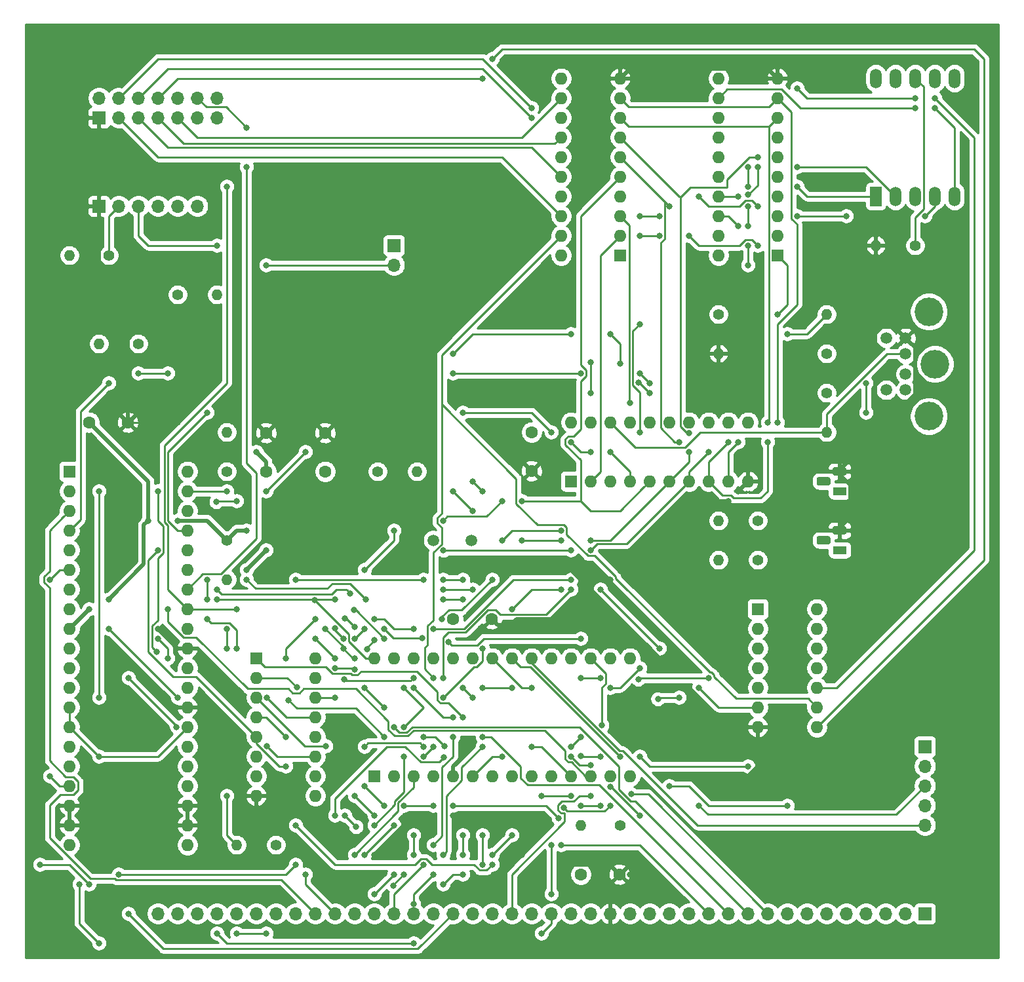
<source format=gbr>
%TF.GenerationSoftware,KiCad,Pcbnew,5.1.9-73d0e3b20d~88~ubuntu20.04.1*%
%TF.CreationDate,2021-02-07T22:21:29+01:00*%
%TF.ProjectId,simple-output,73696d70-6c65-42d6-9f75-747075742e6b,rev?*%
%TF.SameCoordinates,Original*%
%TF.FileFunction,Copper,L2,Bot*%
%TF.FilePolarity,Positive*%
%FSLAX46Y46*%
G04 Gerber Fmt 4.6, Leading zero omitted, Abs format (unit mm)*
G04 Created by KiCad (PCBNEW 5.1.9-73d0e3b20d~88~ubuntu20.04.1) date 2021-02-07 22:21:29*
%MOMM*%
%LPD*%
G01*
G04 APERTURE LIST*
%TA.AperFunction,ComponentPad*%
%ADD10O,1.700000X1.700000*%
%TD*%
%TA.AperFunction,ComponentPad*%
%ADD11R,1.700000X1.700000*%
%TD*%
%TA.AperFunction,ComponentPad*%
%ADD12O,1.400000X1.400000*%
%TD*%
%TA.AperFunction,ComponentPad*%
%ADD13C,1.400000*%
%TD*%
%TA.AperFunction,ComponentPad*%
%ADD14R,1.600000X1.600000*%
%TD*%
%TA.AperFunction,ComponentPad*%
%ADD15O,1.600000X1.600000*%
%TD*%
%TA.AperFunction,ComponentPad*%
%ADD16C,1.500000*%
%TD*%
%TA.AperFunction,ComponentPad*%
%ADD17C,3.700780*%
%TD*%
%TA.AperFunction,ComponentPad*%
%ADD18C,1.501140*%
%TD*%
%TA.AperFunction,ComponentPad*%
%ADD19R,1.800000X1.100000*%
%TD*%
%TA.AperFunction,ComponentPad*%
%ADD20C,1.600000*%
%TD*%
%TA.AperFunction,ComponentPad*%
%ADD21O,1.524000X2.524000*%
%TD*%
%TA.AperFunction,ComponentPad*%
%ADD22R,1.524000X2.524000*%
%TD*%
%TA.AperFunction,ViaPad*%
%ADD23C,0.800000*%
%TD*%
%TA.AperFunction,Conductor*%
%ADD24C,0.250000*%
%TD*%
%TA.AperFunction,Conductor*%
%ADD25C,0.500000*%
%TD*%
%TA.AperFunction,Conductor*%
%ADD26C,0.254000*%
%TD*%
%TA.AperFunction,Conductor*%
%ADD27C,0.100000*%
%TD*%
G04 APERTURE END LIST*
D10*
%TO.P,J5,5*%
%TO.N,Net-(IC2-Pad20)*%
X162560000Y-181610000D03*
%TO.P,J5,4*%
%TO.N,Net-(IC2-Pad9)*%
X162560000Y-179070000D03*
%TO.P,J5,3*%
%TO.N,Net-(IC2-Pad21)*%
X162560000Y-176530000D03*
%TO.P,J5,2*%
%TO.N,Net-(IC2-Pad8)*%
X162560000Y-173990000D03*
D11*
%TO.P,J5,1*%
%TO.N,Net-(IC2-Pad22)*%
X162560000Y-171450000D03*
%TD*%
D12*
%TO.P,R14,2*%
%TO.N,Net-(R14-Pad2)*%
X135890000Y-147320000D03*
D13*
%TO.P,R14,1*%
%TO.N,Net-(Q2-Pad1)*%
X140970000Y-147320000D03*
%TD*%
D12*
%TO.P,R13,2*%
%TO.N,Net-(R13-Pad2)*%
X135890000Y-142240000D03*
D13*
%TO.P,R13,1*%
%TO.N,Net-(Q1-Pad1)*%
X140970000Y-142240000D03*
%TD*%
D14*
%TO.P,IC1,1*%
%TO.N,/D1*%
X52070000Y-135890000D03*
D15*
%TO.P,IC1,21*%
%TO.N,/~RESET~*%
X67310000Y-184150000D03*
%TO.P,IC1,2*%
%TO.N,/D3*%
X52070000Y-138430000D03*
%TO.P,IC1,22*%
%TO.N,GND*%
X67310000Y-181610000D03*
%TO.P,IC1,3*%
%TO.N,/D5*%
X52070000Y-140970000D03*
%TO.P,IC1,23*%
%TO.N,GND*%
X67310000Y-179070000D03*
%TO.P,IC1,4*%
%TO.N,/D7*%
X52070000Y-143510000D03*
%TO.P,IC1,24*%
%TO.N,N/C*%
X67310000Y-176530000D03*
%TO.P,IC1,5*%
%TO.N,/~INT~*%
X52070000Y-146050000D03*
%TO.P,IC1,25*%
%TO.N,N/C*%
X67310000Y-173990000D03*
%TO.P,IC1,6*%
%TO.N,/SIO_IEI*%
X52070000Y-148590000D03*
%TO.P,IC1,26*%
%TO.N,N/C*%
X67310000Y-171450000D03*
%TO.P,IC1,7*%
X52070000Y-151130000D03*
%TO.P,IC1,27*%
%TO.N,/UART_CLK*%
X67310000Y-168910000D03*
%TO.P,IC1,8*%
%TO.N,/~M1~*%
X52070000Y-153670000D03*
%TO.P,IC1,28*%
%TO.N,GND*%
X67310000Y-166370000D03*
%TO.P,IC1,9*%
%TO.N,+5V*%
X52070000Y-156210000D03*
%TO.P,IC1,29*%
%TO.N,Net-(IC1-Pad29)*%
X67310000Y-163830000D03*
%TO.P,IC1,10*%
%TO.N,N/C*%
X52070000Y-158750000D03*
%TO.P,IC1,30*%
X67310000Y-161290000D03*
%TO.P,IC1,11*%
%TO.N,Net-(IC1-Pad11)*%
X52070000Y-161290000D03*
%TO.P,IC1,31*%
%TO.N,GND*%
X67310000Y-158750000D03*
%TO.P,IC1,12*%
%TO.N,/RX*%
X52070000Y-163830000D03*
%TO.P,IC1,32*%
%TO.N,/~RD~*%
X67310000Y-156210000D03*
%TO.P,IC1,13*%
%TO.N,/UART_CLK*%
X52070000Y-166370000D03*
%TO.P,IC1,33*%
%TO.N,/A1*%
X67310000Y-153670000D03*
%TO.P,IC1,14*%
%TO.N,/UART_CLK*%
X52070000Y-168910000D03*
%TO.P,IC1,34*%
%TO.N,/A0*%
X67310000Y-151130000D03*
%TO.P,IC1,15*%
%TO.N,/TX*%
X52070000Y-171450000D03*
%TO.P,IC1,35*%
%TO.N,/~Y2~*%
X67310000Y-148590000D03*
%TO.P,IC1,16*%
%TO.N,N/C*%
X52070000Y-173990000D03*
%TO.P,IC1,36*%
%TO.N,/~IORQ~*%
X67310000Y-146050000D03*
%TO.P,IC1,17*%
%TO.N,/RTS*%
X52070000Y-176530000D03*
%TO.P,IC1,37*%
%TO.N,/D6*%
X67310000Y-143510000D03*
%TO.P,IC1,18*%
%TO.N,GND*%
X52070000Y-179070000D03*
%TO.P,IC1,38*%
%TO.N,/D4*%
X67310000Y-140970000D03*
%TO.P,IC1,19*%
%TO.N,GND*%
X52070000Y-181610000D03*
%TO.P,IC1,39*%
%TO.N,/D2*%
X67310000Y-138430000D03*
%TO.P,IC1,20*%
%TO.N,/CLK*%
X52070000Y-184150000D03*
%TO.P,IC1,40*%
%TO.N,/D0*%
X67310000Y-135890000D03*
%TD*%
D16*
%TO.P,Y1,2*%
%TO.N,Net-(C6-Pad1)*%
X103940000Y-144780000D03*
%TO.P,Y1,1*%
%TO.N,Net-(C3-Pad1)*%
X99060000Y-144780000D03*
%TD*%
D17*
%TO.P,J4,SHD*%
%TO.N,N/C*%
X163060380Y-115239800D03*
X163870640Y-121998740D03*
X163060380Y-128757680D03*
D18*
%TO.P,J4,6*%
X157568900Y-125349000D03*
%TO.P,J4,5*%
%TO.N,/KEY_CLK*%
X157568900Y-118648480D03*
%TO.P,J4,4*%
%TO.N,+5V*%
X160060640Y-125349000D03*
%TO.P,J4,3*%
%TO.N,GND*%
X160060640Y-118648480D03*
%TO.P,J4,1*%
%TO.N,/KEY_DATA*%
X160060640Y-120698260D03*
%TO.P,J4,2*%
%TO.N,N/C*%
X160060640Y-123299220D03*
%TD*%
D19*
%TO.P,Q2,1*%
%TO.N,Net-(Q2-Pad1)*%
X151530000Y-146050000D03*
%TO.P,Q2,3*%
%TO.N,GND*%
%TA.AperFunction,ComponentPad*%
G36*
G01*
X152155000Y-144060000D02*
X150905000Y-144060000D01*
G75*
G02*
X150630000Y-143785000I0J275000D01*
G01*
X150630000Y-143235000D01*
G75*
G02*
X150905000Y-142960000I275000J0D01*
G01*
X152155000Y-142960000D01*
G75*
G02*
X152430000Y-143235000I0J-275000D01*
G01*
X152430000Y-143785000D01*
G75*
G02*
X152155000Y-144060000I-275000J0D01*
G01*
G37*
%TD.AperFunction*%
%TO.P,Q2,2*%
%TO.N,/KEY_CLK*%
%TA.AperFunction,ComponentPad*%
G36*
G01*
X150085000Y-145330000D02*
X148835000Y-145330000D01*
G75*
G02*
X148560000Y-145055000I0J275000D01*
G01*
X148560000Y-144505000D01*
G75*
G02*
X148835000Y-144230000I275000J0D01*
G01*
X150085000Y-144230000D01*
G75*
G02*
X150360000Y-144505000I0J-275000D01*
G01*
X150360000Y-145055000D01*
G75*
G02*
X150085000Y-145330000I-275000J0D01*
G01*
G37*
%TD.AperFunction*%
%TD*%
%TO.P,Q1,1*%
%TO.N,Net-(Q1-Pad1)*%
X151530000Y-138430000D03*
%TO.P,Q1,3*%
%TO.N,GND*%
%TA.AperFunction,ComponentPad*%
G36*
G01*
X152155000Y-136440000D02*
X150905000Y-136440000D01*
G75*
G02*
X150630000Y-136165000I0J275000D01*
G01*
X150630000Y-135615000D01*
G75*
G02*
X150905000Y-135340000I275000J0D01*
G01*
X152155000Y-135340000D01*
G75*
G02*
X152430000Y-135615000I0J-275000D01*
G01*
X152430000Y-136165000D01*
G75*
G02*
X152155000Y-136440000I-275000J0D01*
G01*
G37*
%TD.AperFunction*%
%TO.P,Q1,2*%
%TO.N,/KEY_DATA*%
%TA.AperFunction,ComponentPad*%
G36*
G01*
X150085000Y-137710000D02*
X148835000Y-137710000D01*
G75*
G02*
X148560000Y-137435000I0J275000D01*
G01*
X148560000Y-136885000D01*
G75*
G02*
X148835000Y-136610000I275000J0D01*
G01*
X150085000Y-136610000D01*
G75*
G02*
X150360000Y-136885000I0J-275000D01*
G01*
X150360000Y-137435000D01*
G75*
G02*
X150085000Y-137710000I-275000J0D01*
G01*
G37*
%TD.AperFunction*%
%TD*%
D12*
%TO.P,R12,2*%
%TO.N,/KEY_DATA*%
X149860000Y-130810000D03*
D13*
%TO.P,R12,1*%
%TO.N,+5V*%
X149860000Y-125730000D03*
%TD*%
D12*
%TO.P,R11,2*%
%TO.N,/KEY_CLK*%
X149860000Y-115570000D03*
D13*
%TO.P,R11,1*%
%TO.N,+5V*%
X149860000Y-120650000D03*
%TD*%
D12*
%TO.P,R7,2*%
%TO.N,Net-(IC1-Pad29)*%
X72390000Y-149860000D03*
D13*
%TO.P,R7,1*%
%TO.N,+5V*%
X72390000Y-144780000D03*
%TD*%
D20*
%TO.P,C5,2*%
%TO.N,GND*%
X59610000Y-129540000D03*
%TO.P,C5,1*%
%TO.N,+5V*%
X54610000Y-129540000D03*
%TD*%
%TO.P,C4,2*%
%TO.N,GND*%
X111760000Y-135810000D03*
%TO.P,C4,1*%
%TO.N,+5V*%
X111760000Y-130810000D03*
%TD*%
%TO.P,C1,2*%
%TO.N,GND*%
X106600000Y-154940000D03*
%TO.P,C1,1*%
%TO.N,+5V*%
X101600000Y-154940000D03*
%TD*%
D15*
%TO.P,U8,20*%
%TO.N,+5V*%
X116840000Y-129540000D03*
%TO.P,U8,10*%
%TO.N,GND*%
X139700000Y-137160000D03*
%TO.P,U8,19*%
%TO.N,/~Y4~*%
X119380000Y-129540000D03*
%TO.P,U8,9*%
%TO.N,/D7*%
X137160000Y-137160000D03*
%TO.P,U8,18*%
%TO.N,/KEY_DATA*%
X121920000Y-129540000D03*
%TO.P,U8,8*%
%TO.N,/D6*%
X134620000Y-137160000D03*
%TO.P,U8,17*%
%TO.N,/KEY_CLK*%
X124460000Y-129540000D03*
%TO.P,U8,7*%
%TO.N,/D5*%
X132080000Y-137160000D03*
%TO.P,U8,16*%
%TO.N,Net-(R13-Pad2)*%
X127000000Y-129540000D03*
%TO.P,U8,6*%
%TO.N,/D4*%
X129540000Y-137160000D03*
%TO.P,U8,15*%
%TO.N,Net-(R14-Pad2)*%
X129540000Y-129540000D03*
%TO.P,U8,5*%
%TO.N,/D3*%
X127000000Y-137160000D03*
%TO.P,U8,14*%
%TO.N,N/C*%
X132080000Y-129540000D03*
%TO.P,U8,4*%
%TO.N,/D2*%
X124460000Y-137160000D03*
%TO.P,U8,13*%
%TO.N,N/C*%
X134620000Y-129540000D03*
%TO.P,U8,3*%
%TO.N,/D1*%
X121920000Y-137160000D03*
%TO.P,U8,12*%
%TO.N,N/C*%
X137160000Y-129540000D03*
%TO.P,U8,2*%
%TO.N,/D0*%
X119380000Y-137160000D03*
%TO.P,U8,11*%
%TO.N,N/C*%
X139700000Y-129540000D03*
D14*
%TO.P,U8,1*%
%TO.N,/RD*%
X116840000Y-137160000D03*
%TD*%
D11*
%TO.P,J1,1*%
%TO.N,N/C*%
X162560000Y-193040000D03*
D10*
%TO.P,J1,2*%
X160020000Y-193040000D03*
%TO.P,J1,3*%
X157480000Y-193040000D03*
%TO.P,J1,4*%
X154940000Y-193040000D03*
%TO.P,J1,5*%
X152400000Y-193040000D03*
%TO.P,J1,6*%
X149860000Y-193040000D03*
%TO.P,J1,7*%
X147320000Y-193040000D03*
%TO.P,J1,8*%
X144780000Y-193040000D03*
%TO.P,J1,9*%
%TO.N,/A7*%
X142240000Y-193040000D03*
%TO.P,J1,10*%
%TO.N,/A6*%
X139700000Y-193040000D03*
%TO.P,J1,11*%
%TO.N,/A5*%
X137160000Y-193040000D03*
%TO.P,J1,12*%
%TO.N,/A4*%
X134620000Y-193040000D03*
%TO.P,J1,13*%
%TO.N,N/C*%
X132080000Y-193040000D03*
%TO.P,J1,14*%
X129540000Y-193040000D03*
%TO.P,J1,15*%
X127000000Y-193040000D03*
%TO.P,J1,16*%
X124460000Y-193040000D03*
%TO.P,J1,17*%
%TO.N,GND*%
X121920000Y-193040000D03*
%TO.P,J1,18*%
%TO.N,+5V*%
X119380000Y-193040000D03*
%TO.P,J1,19*%
%TO.N,/~M1~*%
X116840000Y-193040000D03*
%TO.P,J1,20*%
%TO.N,/~RESET~*%
X114300000Y-193040000D03*
%TO.P,J1,21*%
%TO.N,/CLK*%
X111760000Y-193040000D03*
%TO.P,J1,22*%
%TO.N,/~INT~*%
X109220000Y-193040000D03*
%TO.P,J1,23*%
%TO.N,N/C*%
X106680000Y-193040000D03*
%TO.P,J1,24*%
X104140000Y-193040000D03*
%TO.P,J1,25*%
%TO.N,/~RD~*%
X101600000Y-193040000D03*
%TO.P,J1,26*%
%TO.N,/~IORQ~*%
X99060000Y-193040000D03*
%TO.P,J1,27*%
%TO.N,/D0*%
X96520000Y-193040000D03*
%TO.P,J1,28*%
%TO.N,/D1*%
X93980000Y-193040000D03*
%TO.P,J1,29*%
%TO.N,/D2*%
X91440000Y-193040000D03*
%TO.P,J1,30*%
%TO.N,/D3*%
X88900000Y-193040000D03*
%TO.P,J1,31*%
%TO.N,/D4*%
X86360000Y-193040000D03*
%TO.P,J1,32*%
%TO.N,/D5*%
X83820000Y-193040000D03*
%TO.P,J1,33*%
%TO.N,/D6*%
X81280000Y-193040000D03*
%TO.P,J1,34*%
%TO.N,/D7*%
X78740000Y-193040000D03*
%TO.P,J1,35*%
%TO.N,N/C*%
X76200000Y-193040000D03*
%TO.P,J1,36*%
X73660000Y-193040000D03*
%TO.P,J1,37*%
X71120000Y-193040000D03*
%TO.P,J1,38*%
X68580000Y-193040000D03*
%TO.P,J1,39*%
X66040000Y-193040000D03*
%TO.P,J1,40*%
X63500000Y-193040000D03*
%TD*%
D12*
%TO.P,R5,2*%
%TO.N,Net-(IC1-Pad11)*%
X73660000Y-184150000D03*
D13*
%TO.P,R5,1*%
%TO.N,+5V*%
X78740000Y-184150000D03*
%TD*%
D12*
%TO.P,R10,2*%
%TO.N,+5V*%
X118110000Y-181610000D03*
D13*
%TO.P,R10,1*%
%TO.N,Net-(IC2-Pad13)*%
X123190000Y-181610000D03*
%TD*%
D12*
%TO.P,R2,2*%
%TO.N,GND*%
X156210000Y-106680000D03*
D13*
%TO.P,R2,1*%
%TO.N,Net-(R2-Pad1)*%
X161290000Y-106680000D03*
%TD*%
D14*
%TO.P,IC2,1*%
%TO.N,/D4*%
X91440000Y-175260000D03*
D15*
%TO.P,IC2,15*%
%TO.N,/CLK*%
X124460000Y-160020000D03*
%TO.P,IC2,2*%
%TO.N,/D5*%
X93980000Y-175260000D03*
%TO.P,IC2,16*%
%TO.N,/~Y3~*%
X121920000Y-160020000D03*
%TO.P,IC2,3*%
%TO.N,/D6*%
X96520000Y-175260000D03*
%TO.P,IC2,17*%
%TO.N,/~RESET~*%
X119380000Y-160020000D03*
%TO.P,IC2,4*%
%TO.N,/D7*%
X99060000Y-175260000D03*
%TO.P,IC2,18*%
%TO.N,/A0*%
X116840000Y-160020000D03*
%TO.P,IC2,5*%
%TO.N,GND*%
X101600000Y-175260000D03*
%TO.P,IC2,19*%
%TO.N,/A1*%
X114300000Y-160020000D03*
%TO.P,IC2,6*%
%TO.N,/~RD~*%
X104140000Y-175260000D03*
%TO.P,IC2,20*%
%TO.N,Net-(IC2-Pad20)*%
X111760000Y-160020000D03*
%TO.P,IC2,7*%
%TO.N,/UART_CLK*%
X106680000Y-175260000D03*
%TO.P,IC2,21*%
%TO.N,Net-(IC2-Pad21)*%
X109220000Y-160020000D03*
%TO.P,IC2,8*%
%TO.N,Net-(IC2-Pad8)*%
X109220000Y-175260000D03*
%TO.P,IC2,22*%
%TO.N,Net-(IC2-Pad22)*%
X106680000Y-160020000D03*
%TO.P,IC2,9*%
%TO.N,Net-(IC2-Pad9)*%
X111760000Y-175260000D03*
%TO.P,IC2,23*%
%TO.N,/CLK7.3728*%
X104140000Y-160020000D03*
%TO.P,IC2,10*%
%TO.N,/~IORQ~*%
X114300000Y-175260000D03*
%TO.P,IC2,24*%
%TO.N,+5V*%
X101600000Y-160020000D03*
%TO.P,IC2,11*%
%TO.N,/SIO_IEI*%
X116840000Y-175260000D03*
%TO.P,IC2,25*%
%TO.N,/D0*%
X99060000Y-160020000D03*
%TO.P,IC2,12*%
%TO.N,/~INT~*%
X119380000Y-175260000D03*
%TO.P,IC2,26*%
%TO.N,/D1*%
X96520000Y-160020000D03*
%TO.P,IC2,13*%
%TO.N,Net-(IC2-Pad13)*%
X121920000Y-175260000D03*
%TO.P,IC2,27*%
%TO.N,/D2*%
X93980000Y-160020000D03*
%TO.P,IC2,14*%
%TO.N,/~M1~*%
X124460000Y-175260000D03*
%TO.P,IC2,28*%
%TO.N,/D3*%
X91440000Y-160020000D03*
%TD*%
D10*
%TO.P,J1_5VtoSerial1,2*%
%TO.N,Net-(J1_5VtoSerial1-Pad2)*%
X93980000Y-109220000D03*
D11*
%TO.P,J1_5VtoSerial1,1*%
%TO.N,+5V*%
X93980000Y-106680000D03*
%TD*%
%TO.P,J3,1*%
%TO.N,GND*%
X55880000Y-101600000D03*
D10*
%TO.P,J3,2*%
%TO.N,Net-(J3-Pad2)*%
X58420000Y-101600000D03*
%TO.P,J3,3*%
%TO.N,Net-(J1_5VtoSerial1-Pad2)*%
X60960000Y-101600000D03*
%TO.P,J3,4*%
%TO.N,Net-(J3-Pad4)*%
X63500000Y-101600000D03*
%TO.P,J3,5*%
%TO.N,Net-(J3-Pad5)*%
X66040000Y-101600000D03*
%TO.P,J3,6*%
%TO.N,N/C*%
X68580000Y-101600000D03*
%TD*%
D11*
%TO.P,J2,1*%
%TO.N,GND*%
X55880000Y-90170000D03*
D10*
%TO.P,J2,2*%
%TO.N,+5V*%
X55880000Y-87630000D03*
%TO.P,J2,3*%
%TO.N,/IO0*%
X58420000Y-90170000D03*
%TO.P,J2,4*%
%TO.N,/IO1*%
X58420000Y-87630000D03*
%TO.P,J2,5*%
%TO.N,/IO2*%
X60960000Y-90170000D03*
%TO.P,J2,6*%
%TO.N,/IO3*%
X60960000Y-87630000D03*
%TO.P,J2,7*%
%TO.N,/IO4*%
X63500000Y-90170000D03*
%TO.P,J2,8*%
%TO.N,/IO5*%
X63500000Y-87630000D03*
%TO.P,J2,9*%
%TO.N,/IO6*%
X66040000Y-90170000D03*
%TO.P,J2,10*%
%TO.N,/IO7*%
X66040000Y-87630000D03*
%TO.P,J2,11*%
%TO.N,/RD*%
X68580000Y-90170000D03*
%TO.P,J2,12*%
%TO.N,/A0*%
X68580000Y-87630000D03*
%TO.P,J2,13*%
%TO.N,/A1*%
X71120000Y-90170000D03*
%TO.P,J2,14*%
%TO.N,/Y1*%
X71120000Y-87630000D03*
%TD*%
D14*
%TO.P,U1,1*%
%TO.N,Net-(C3-Pad1)*%
X140970000Y-153670000D03*
D15*
%TO.P,U1,8*%
%TO.N,/Y1*%
X148590000Y-168910000D03*
%TO.P,U1,2*%
%TO.N,Net-(R3-Pad1)*%
X140970000Y-156210000D03*
%TO.P,U1,9*%
%TO.N,/~Y1~*%
X148590000Y-166370000D03*
%TO.P,U1,3*%
%TO.N,Net-(R3-Pad1)*%
X140970000Y-158750000D03*
%TO.P,U1,10*%
%TO.N,Net-(U1-Pad10)*%
X148590000Y-163830000D03*
%TO.P,U1,4*%
%TO.N,/CLK7.3728*%
X140970000Y-161290000D03*
%TO.P,U1,11*%
%TO.N,/~Y0~*%
X148590000Y-161290000D03*
%TO.P,U1,5*%
%TO.N,/~RD~*%
X140970000Y-163830000D03*
%TO.P,U1,12*%
%TO.N,N/C*%
X148590000Y-158750000D03*
%TO.P,U1,6*%
%TO.N,/RD*%
X140970000Y-166370000D03*
%TO.P,U1,13*%
%TO.N,N/C*%
X148590000Y-156210000D03*
%TO.P,U1,7*%
%TO.N,GND*%
X140970000Y-168910000D03*
%TO.P,U1,14*%
%TO.N,+5V*%
X148590000Y-153670000D03*
%TD*%
D21*
%TO.P,U5,10*%
%TO.N,Net-(U3-Pad13)*%
X156210000Y-85090000D03*
%TO.P,U5,9*%
%TO.N,Net-(U3-Pad14)*%
X158750000Y-85090000D03*
%TO.P,U5,8*%
%TO.N,Net-(R2-Pad1)*%
X161290000Y-85090000D03*
%TO.P,U5,7*%
%TO.N,Net-(U3-Pad19)*%
X163830000Y-85090000D03*
%TO.P,U5,6*%
%TO.N,Net-(U3-Pad18)*%
X166370000Y-85090000D03*
%TO.P,U5,5*%
%TO.N,Net-(U3-Pad12)*%
X166370000Y-100330000D03*
%TO.P,U5,4*%
%TO.N,Net-(U3-Pad17)*%
X163830000Y-100330000D03*
%TO.P,U5,3*%
%TO.N,N/C*%
X161290000Y-100330000D03*
%TO.P,U5,2*%
%TO.N,Net-(U3-Pad16)*%
X158750000Y-100330000D03*
D22*
%TO.P,U5,1*%
%TO.N,Net-(U3-Pad15)*%
X156210000Y-100330000D03*
%TD*%
D15*
%TO.P,U4,20*%
%TO.N,+5V*%
X115570000Y-107950000D03*
%TO.P,U4,10*%
%TO.N,GND*%
X123190000Y-85090000D03*
%TO.P,U4,19*%
%TO.N,/~Y1~*%
X115570000Y-105410000D03*
%TO.P,U4,9*%
%TO.N,/D7*%
X123190000Y-87630000D03*
%TO.P,U4,18*%
%TO.N,/IO0*%
X115570000Y-102870000D03*
%TO.P,U4,8*%
%TO.N,/D6*%
X123190000Y-90170000D03*
%TO.P,U4,17*%
%TO.N,/IO1*%
X115570000Y-100330000D03*
%TO.P,U4,7*%
%TO.N,/D5*%
X123190000Y-92710000D03*
%TO.P,U4,16*%
%TO.N,/IO2*%
X115570000Y-97790000D03*
%TO.P,U4,6*%
%TO.N,/D4*%
X123190000Y-95250000D03*
%TO.P,U4,15*%
%TO.N,/IO3*%
X115570000Y-95250000D03*
%TO.P,U4,5*%
%TO.N,/D3*%
X123190000Y-97790000D03*
%TO.P,U4,14*%
%TO.N,/IO4*%
X115570000Y-92710000D03*
%TO.P,U4,4*%
%TO.N,/D2*%
X123190000Y-100330000D03*
%TO.P,U4,13*%
%TO.N,/IO5*%
X115570000Y-90170000D03*
%TO.P,U4,3*%
%TO.N,/D1*%
X123190000Y-102870000D03*
%TO.P,U4,12*%
%TO.N,/IO6*%
X115570000Y-87630000D03*
%TO.P,U4,2*%
%TO.N,/D0*%
X123190000Y-105410000D03*
%TO.P,U4,11*%
%TO.N,/IO7*%
X115570000Y-85090000D03*
D14*
%TO.P,U4,1*%
%TO.N,/RD*%
X123190000Y-107950000D03*
%TD*%
D15*
%TO.P,U3,20*%
%TO.N,+5V*%
X135890000Y-107950000D03*
%TO.P,U3,10*%
%TO.N,GND*%
X143510000Y-85090000D03*
%TO.P,U3,19*%
%TO.N,Net-(U3-Pad19)*%
X135890000Y-105410000D03*
%TO.P,U3,9*%
%TO.N,/D7*%
X143510000Y-87630000D03*
%TO.P,U3,18*%
%TO.N,Net-(U3-Pad18)*%
X135890000Y-102870000D03*
%TO.P,U3,8*%
%TO.N,/D6*%
X143510000Y-90170000D03*
%TO.P,U3,17*%
%TO.N,Net-(U3-Pad17)*%
X135890000Y-100330000D03*
%TO.P,U3,7*%
%TO.N,/D5*%
X143510000Y-92710000D03*
%TO.P,U3,16*%
%TO.N,Net-(U3-Pad16)*%
X135890000Y-97790000D03*
%TO.P,U3,6*%
%TO.N,/D4*%
X143510000Y-95250000D03*
%TO.P,U3,15*%
%TO.N,Net-(U3-Pad15)*%
X135890000Y-95250000D03*
%TO.P,U3,5*%
%TO.N,/D3*%
X143510000Y-97790000D03*
%TO.P,U3,14*%
%TO.N,Net-(U3-Pad14)*%
X135890000Y-92710000D03*
%TO.P,U3,4*%
%TO.N,/D2*%
X143510000Y-100330000D03*
%TO.P,U3,13*%
%TO.N,Net-(U3-Pad13)*%
X135890000Y-90170000D03*
%TO.P,U3,3*%
%TO.N,/D1*%
X143510000Y-102870000D03*
%TO.P,U3,12*%
%TO.N,Net-(U3-Pad12)*%
X135890000Y-87630000D03*
%TO.P,U3,2*%
%TO.N,/D0*%
X143510000Y-105410000D03*
%TO.P,U3,11*%
%TO.N,Net-(U1-Pad10)*%
X135890000Y-85090000D03*
D14*
%TO.P,U3,1*%
%TO.N,Net-(R1-Pad1)*%
X143510000Y-107950000D03*
%TD*%
%TO.P,U2,1*%
%TO.N,/A5*%
X76200000Y-160020000D03*
D15*
%TO.P,U2,9*%
%TO.N,N/C*%
X83820000Y-177800000D03*
%TO.P,U2,2*%
%TO.N,/A6*%
X76200000Y-162560000D03*
%TO.P,U2,10*%
%TO.N,N/C*%
X83820000Y-175260000D03*
%TO.P,U2,3*%
%TO.N,/A7*%
X76200000Y-165100000D03*
%TO.P,U2,11*%
%TO.N,/~Y4~*%
X83820000Y-172720000D03*
%TO.P,U2,4*%
%TO.N,/A4*%
X76200000Y-167640000D03*
%TO.P,U2,12*%
%TO.N,/~Y3~*%
X83820000Y-170180000D03*
%TO.P,U2,5*%
%TO.N,/~IORQ~*%
X76200000Y-170180000D03*
%TO.P,U2,13*%
%TO.N,/~Y2~*%
X83820000Y-167640000D03*
%TO.P,U2,6*%
%TO.N,/~M1~*%
X76200000Y-172720000D03*
%TO.P,U2,14*%
%TO.N,/~Y1~*%
X83820000Y-165100000D03*
%TO.P,U2,7*%
%TO.N,N/C*%
X76200000Y-175260000D03*
%TO.P,U2,15*%
%TO.N,/~Y0~*%
X83820000Y-162560000D03*
%TO.P,U2,8*%
%TO.N,GND*%
X76200000Y-177800000D03*
%TO.P,U2,16*%
%TO.N,+5V*%
X83820000Y-160020000D03*
%TD*%
D12*
%TO.P,R9,2*%
%TO.N,/RTS*%
X52070000Y-107950000D03*
D13*
%TO.P,R9,1*%
%TO.N,Net-(J3-Pad2)*%
X57150000Y-107950000D03*
%TD*%
D12*
%TO.P,R6,2*%
%TO.N,/RX*%
X71120000Y-113030000D03*
D13*
%TO.P,R6,1*%
%TO.N,Net-(J3-Pad4)*%
X66040000Y-113030000D03*
%TD*%
D12*
%TO.P,R4,2*%
%TO.N,Net-(C6-Pad1)*%
X96950000Y-135890000D03*
D13*
%TO.P,R4,1*%
%TO.N,Net-(R3-Pad1)*%
X91870000Y-135890000D03*
%TD*%
D12*
%TO.P,R8,2*%
%TO.N,/TX*%
X55880000Y-119380000D03*
D13*
%TO.P,R8,1*%
%TO.N,Net-(J3-Pad5)*%
X60960000Y-119380000D03*
%TD*%
D12*
%TO.P,R3,2*%
%TO.N,Net-(C3-Pad1)*%
X72390000Y-130810000D03*
D13*
%TO.P,R3,1*%
%TO.N,Net-(R3-Pad1)*%
X72390000Y-135890000D03*
%TD*%
D12*
%TO.P,R1,2*%
%TO.N,GND*%
X135890000Y-120650000D03*
D13*
%TO.P,R1,1*%
%TO.N,Net-(R1-Pad1)*%
X135890000Y-115570000D03*
%TD*%
D20*
%TO.P,C6,2*%
%TO.N,GND*%
X85090000Y-130890000D03*
%TO.P,C6,1*%
%TO.N,Net-(C6-Pad1)*%
X85090000Y-135890000D03*
%TD*%
%TO.P,C3,2*%
%TO.N,GND*%
X77470000Y-130890000D03*
%TO.P,C3,1*%
%TO.N,Net-(C3-Pad1)*%
X77470000Y-135890000D03*
%TD*%
%TO.P,C2,2*%
%TO.N,GND*%
X123110000Y-187960000D03*
%TO.P,C2,1*%
%TO.N,+5V*%
X118110000Y-187960000D03*
%TD*%
D23*
%TO.N,/D7*%
X143510000Y-129540000D03*
X93980000Y-181610000D03*
X90170000Y-185420000D03*
X138430000Y-132080000D03*
X127000000Y-124460000D03*
X125730000Y-123190000D03*
X123190000Y-121920000D03*
X121920000Y-118110000D03*
X116840000Y-118110000D03*
X101600000Y-120650000D03*
X64770000Y-123190000D03*
X60960000Y-123190000D03*
X57150000Y-124460000D03*
%TO.N,/D0*%
X125730000Y-105410000D03*
X128270000Y-105410000D03*
X132080000Y-105410000D03*
X140970000Y-106680000D03*
X96520000Y-191770000D03*
X99060000Y-187960000D03*
X100330000Y-185420000D03*
X105410000Y-171450000D03*
X104140000Y-165100000D03*
X102870000Y-163830000D03*
X115570000Y-144780000D03*
X110490000Y-144780000D03*
X106680000Y-149860000D03*
X100199997Y-154940000D03*
X88942183Y-156029989D03*
X87601036Y-154911036D03*
%TO.N,/CLK*%
X73660000Y-195580000D03*
X77470000Y-195580000D03*
%TO.N,+5V*%
X74930000Y-148590000D03*
X77470000Y-146050000D03*
X74930000Y-143510000D03*
X66040000Y-142240000D03*
X62230000Y-142240000D03*
X57150000Y-152400000D03*
X54610000Y-153670000D03*
%TO.N,/A0*%
X71120000Y-151130000D03*
X100330000Y-151130000D03*
X104140000Y-151130000D03*
X74930000Y-91440000D03*
X74930000Y-96520000D03*
X88355012Y-151642660D03*
%TO.N,/A1*%
X72390000Y-99060000D03*
X102870000Y-152400000D03*
X100330000Y-152400000D03*
X74930000Y-149860000D03*
X73660000Y-153670000D03*
X90350012Y-152442184D03*
%TO.N,/A5*%
X105410000Y-170180000D03*
X102870000Y-167640000D03*
%TO.N,/A6*%
X93980000Y-168910000D03*
X92710000Y-170180000D03*
X81435021Y-163792607D03*
X80382642Y-165472642D03*
%TO.N,/A7*%
X121920000Y-179070000D03*
X101600000Y-179070000D03*
X99060000Y-179070000D03*
X95250000Y-179070000D03*
X92710000Y-179070000D03*
X90170000Y-176530000D03*
X85165165Y-171374835D03*
X124655865Y-177604135D03*
X115916904Y-179331127D03*
X115254956Y-180709642D03*
%TO.N,Net-(R1-Pad1)*%
X143510000Y-115570000D03*
%TO.N,/~M1~*%
X81280000Y-181610000D03*
X106680000Y-186690000D03*
X66040000Y-165100000D03*
X57150000Y-156210000D03*
%TO.N,/~IORQ~*%
X100330000Y-189230000D03*
X102870000Y-187960000D03*
X106680000Y-185420000D03*
X109220000Y-182880000D03*
X87630000Y-180340000D03*
X80010000Y-173990000D03*
X89095865Y-181805865D03*
X63500000Y-146050000D03*
%TO.N,/D1*%
X73660000Y-139700000D03*
X124460000Y-127000000D03*
X125730000Y-102870000D03*
X128270000Y-102870000D03*
X92710000Y-157480000D03*
X97790000Y-186690000D03*
X99060000Y-184150000D03*
X101600000Y-170180000D03*
X101600000Y-167640000D03*
X96520000Y-163830000D03*
X116840000Y-151130000D03*
X100330000Y-162560000D03*
X71022633Y-139797367D03*
X88828852Y-153821048D03*
%TO.N,/D2*%
X125730000Y-116840000D03*
X125730000Y-130810000D03*
X133350000Y-100330000D03*
X140970000Y-101600000D03*
X91440000Y-190500000D03*
X93980000Y-187960000D03*
X91440000Y-181610000D03*
X95250000Y-172720000D03*
X95250000Y-168910000D03*
X95250000Y-163830000D03*
X86327545Y-156184527D03*
X87449989Y-157522183D03*
X121920000Y-133350000D03*
X119380000Y-133350000D03*
X116840000Y-132080000D03*
X114300000Y-130810000D03*
X102870000Y-128270000D03*
X82550000Y-133350000D03*
X77470000Y-138430000D03*
X72390000Y-138430000D03*
%TO.N,/D3*%
X71120000Y-152400000D03*
X95250000Y-187960000D03*
X96520000Y-185420000D03*
X96520000Y-182880000D03*
X97790000Y-170180000D03*
X93937817Y-189410011D03*
X110490000Y-139700000D03*
X107950000Y-139700000D03*
X100330000Y-142240000D03*
X93980000Y-143510000D03*
X90170000Y-148590000D03*
X86360000Y-152400000D03*
X83721501Y-152498499D03*
X100510012Y-171407816D03*
%TO.N,/D4*%
X85090000Y-156210000D03*
X130810000Y-132080000D03*
X132080000Y-133350000D03*
X129540000Y-101600000D03*
X140970000Y-96520000D03*
X82550000Y-187960000D03*
X139742184Y-100149988D03*
X87449988Y-158792184D03*
X119380000Y-144780000D03*
X116840000Y-149860000D03*
X99060000Y-156210000D03*
X96520000Y-156210000D03*
X91440000Y-154940000D03*
X90170000Y-156210000D03*
X88900000Y-157480000D03*
X88900000Y-160020000D03*
%TO.N,/D5*%
X132080000Y-130940003D03*
X134620000Y-133350000D03*
X140970000Y-95250000D03*
X119380000Y-146050000D03*
X115570000Y-151130000D03*
X109220000Y-153670000D03*
X105410000Y-158750000D03*
X100330000Y-165100000D03*
X99060000Y-171450000D03*
X97790000Y-172720000D03*
%TO.N,/D6*%
X83820000Y-157480000D03*
X86360000Y-160020000D03*
X90170000Y-163830000D03*
X92710000Y-166370000D03*
X142240000Y-129540000D03*
X142240000Y-132080000D03*
X88900000Y-185420000D03*
X137160000Y-132080000D03*
X127000000Y-125730000D03*
X118110000Y-123190000D03*
X101600000Y-123190000D03*
X69850000Y-128270000D03*
X125549988Y-124417816D03*
%TO.N,/~Y2~*%
X77600003Y-165100000D03*
X73660000Y-158750000D03*
X69850000Y-154940000D03*
X69850000Y-152400000D03*
X69850000Y-149860000D03*
%TO.N,/IO5*%
X105410000Y-85090000D03*
%TO.N,/IO3*%
X111760000Y-90170000D03*
%TO.N,/IO1*%
X111760000Y-88900000D03*
%TO.N,/~Y1~*%
X86360000Y-165100000D03*
X96520000Y-162560000D03*
X99060000Y-162560000D03*
X87517258Y-162788796D03*
%TO.N,/~Y0~*%
X118110000Y-157480000D03*
X92710000Y-156210000D03*
X86360000Y-161290000D03*
X97609988Y-157437816D03*
X101055010Y-157927662D03*
X91482184Y-157660012D03*
X90476963Y-158834767D03*
X88933208Y-161470012D03*
%TO.N,Net-(C3-Pad1)*%
X100368162Y-146088162D03*
X116840000Y-146050000D03*
X76200000Y-133350000D03*
%TO.N,/CLK7.3728*%
X118110000Y-162560000D03*
X120650000Y-162560000D03*
X134620000Y-162560000D03*
X125534135Y-162755864D03*
%TO.N,/TX*%
X55880000Y-138430000D03*
X55880000Y-165100000D03*
%TO.N,/RX*%
X63500000Y-138430000D03*
X63315724Y-159180012D03*
%TO.N,/RTS*%
X49530000Y-175260000D03*
%TO.N,/~Y3~*%
X90170000Y-171450000D03*
X97790000Y-171450000D03*
X105410000Y-163830000D03*
X109220000Y-163830000D03*
%TO.N,/UART_CLK*%
X105410000Y-182880000D03*
X105410000Y-186690000D03*
X55880000Y-196850000D03*
X53340000Y-189230000D03*
X55880000Y-172720000D03*
%TO.N,/~RD~*%
X102870000Y-185420000D03*
X102870000Y-182880000D03*
X107950000Y-172720000D03*
X116840000Y-171450000D03*
X118110000Y-170180000D03*
X130810000Y-165100000D03*
X63500000Y-157480000D03*
X64770000Y-160020000D03*
X59690000Y-193040000D03*
X128074135Y-165295864D03*
%TO.N,Net-(IC1-Pad11)*%
X59690000Y-162560000D03*
X65909997Y-168910000D03*
X72390000Y-177800000D03*
%TO.N,/~INT~*%
X64770000Y-153670000D03*
X119380000Y-177800000D03*
%TO.N,/~RESET~*%
X114300000Y-190500000D03*
X114300000Y-184150000D03*
X120650000Y-172720000D03*
X120845865Y-168714135D03*
X118086073Y-172693824D03*
X71120000Y-195580000D03*
X96520000Y-196850000D03*
X113030000Y-195580000D03*
%TO.N,GND*%
X124460000Y-187960000D03*
X127000000Y-187960000D03*
X138430000Y-176530000D03*
X132080000Y-163830000D03*
X129540000Y-161290000D03*
X115570000Y-147320000D03*
X101600000Y-180340000D03*
X110490000Y-185420000D03*
X115570000Y-186690000D03*
X97790000Y-180340000D03*
X91440000Y-185420000D03*
X88900000Y-187960000D03*
X138430000Y-138430000D03*
X137160000Y-139700000D03*
X125730000Y-149860000D03*
X121920000Y-149860000D03*
X143510000Y-137160000D03*
X63500000Y-156210000D03*
X57150000Y-147320000D03*
X57150000Y-135890000D03*
X66040000Y-129540000D03*
X151130000Y-104140000D03*
X148590000Y-104140000D03*
X152400000Y-99060000D03*
X151130000Y-97790000D03*
%TO.N,/Y1*%
X106680000Y-82550000D03*
%TO.N,/RD*%
X119380000Y-125730000D03*
X133350000Y-163830000D03*
X128270000Y-158750000D03*
X120650000Y-151130000D03*
X119380000Y-121764979D03*
%TO.N,/SIO_IEI*%
X49530000Y-149860000D03*
X48260000Y-186690000D03*
X54610000Y-189230000D03*
X58420000Y-187960000D03*
X81280000Y-186690000D03*
X86360000Y-180340000D03*
X111760000Y-171450000D03*
X100427372Y-172817363D03*
%TO.N,Net-(C6-Pad1)*%
X104140000Y-140970000D03*
X101600000Y-138430000D03*
%TO.N,Net-(IC1-Pad29)*%
X72390000Y-156210000D03*
X72390000Y-158750000D03*
%TO.N,/A4*%
X115570000Y-184150000D03*
X91440000Y-180340000D03*
X88900000Y-177800000D03*
X80010000Y-170180000D03*
%TO.N,Net-(R3-Pad1)*%
X104140000Y-137160000D03*
X105410000Y-138430000D03*
%TO.N,Net-(U1-Pad10)*%
X163830000Y-87630000D03*
X161290000Y-87630000D03*
X146050000Y-86360000D03*
%TO.N,/~Y4~*%
X115570000Y-143510000D03*
X107950000Y-144780000D03*
X102870000Y-149860000D03*
X100330000Y-149860000D03*
X97790000Y-149860000D03*
X81280000Y-149860000D03*
X83820000Y-154940000D03*
X80010000Y-160020000D03*
X77545164Y-171374836D03*
%TO.N,Net-(U3-Pad18)*%
X139700000Y-109220000D03*
X139700000Y-106680000D03*
X138430000Y-104140000D03*
%TO.N,Net-(U3-Pad17)*%
X162560000Y-102870000D03*
X152400000Y-102870000D03*
X146050000Y-102870000D03*
X139700000Y-104140000D03*
X139700000Y-101600000D03*
X138430000Y-100330000D03*
%TO.N,Net-(U3-Pad16)*%
X146050000Y-96520000D03*
%TO.N,Net-(U3-Pad15)*%
X146050000Y-99060000D03*
X139700000Y-99060000D03*
X139700000Y-96520000D03*
%TO.N,Net-(U3-Pad12)*%
X163830000Y-88900000D03*
X161290000Y-88900000D03*
%TO.N,/KEY_CLK*%
X154940000Y-128270000D03*
X154940000Y-124460000D03*
X144780000Y-118110000D03*
%TO.N,Net-(IC2-Pad21)*%
X123190000Y-172720000D03*
X133350000Y-179070000D03*
%TO.N,Net-(IC2-Pad8)*%
X139700000Y-173990000D03*
X125730000Y-172720000D03*
X119380000Y-173859997D03*
X116840000Y-172720000D03*
%TO.N,Net-(IC2-Pad22)*%
X125730000Y-161290000D03*
X121920000Y-163830000D03*
X111760000Y-163830000D03*
%TO.N,Net-(IC2-Pad9)*%
X144780000Y-179070000D03*
X129540000Y-176530000D03*
X125730000Y-180340000D03*
X121920000Y-176660003D03*
X120650000Y-179070000D03*
X118110000Y-179070000D03*
X116840000Y-177800000D03*
X113030000Y-177800000D03*
%TO.N,Net-(J1_5VtoSerial1-Pad2)*%
X77470000Y-109220000D03*
X71120000Y-106680000D03*
%TD*%
D24*
%TO.N,/D7*%
X142384999Y-88755001D02*
X143510000Y-87630000D01*
X124315001Y-88755001D02*
X142384999Y-88755001D01*
X123190000Y-87630000D02*
X124315001Y-88755001D01*
X93980000Y-181610000D02*
X90170000Y-185420000D01*
X145324998Y-103218002D02*
X146050000Y-103943004D01*
X146050000Y-103943004D02*
X146050000Y-114300000D01*
X143510000Y-87630000D02*
X145324998Y-89444998D01*
X145324998Y-89444998D02*
X145324998Y-103218002D01*
X146050000Y-114300000D02*
X143510000Y-116840000D01*
X143510000Y-116840000D02*
X143510000Y-129540000D01*
X137160000Y-133350000D02*
X138430000Y-132080000D01*
X137160000Y-137160000D02*
X137160000Y-133350000D01*
X127000000Y-124460000D02*
X125730000Y-123190000D01*
X123190000Y-119380000D02*
X121920000Y-118110000D01*
X123190000Y-121920000D02*
X123190000Y-119380000D01*
X104140000Y-118110000D02*
X101600000Y-120650000D01*
X116840000Y-118110000D02*
X104140000Y-118110000D01*
X64770000Y-123190000D02*
X60960000Y-123190000D01*
X53484999Y-142095001D02*
X52070000Y-143510000D01*
X53484999Y-128125001D02*
X53484999Y-142095001D01*
X57150000Y-124460000D02*
X53484999Y-128125001D01*
%TO.N,/D0*%
X123190000Y-105410000D02*
X120650000Y-107950000D01*
X120650000Y-135890000D02*
X119380000Y-137160000D01*
X120650000Y-107950000D02*
X120650000Y-135890000D01*
X125730000Y-105410000D02*
X128270000Y-105410000D01*
X96520000Y-190500000D02*
X99060000Y-187960000D01*
X96520000Y-191770000D02*
X96520000Y-190500000D01*
X102725001Y-174134999D02*
X105410000Y-171450000D01*
X102725001Y-175800001D02*
X102725001Y-174134999D01*
X100729999Y-177795003D02*
X102725001Y-175800001D01*
X100729999Y-185020001D02*
X100729999Y-177795003D01*
X100330000Y-185420000D02*
X100729999Y-185020001D01*
X104140000Y-165100000D02*
X102870000Y-163830000D01*
X140244998Y-105954998D02*
X140970000Y-106680000D01*
X132080000Y-105410000D02*
X133350000Y-106680000D01*
X133350000Y-106680000D02*
X138626996Y-106680000D01*
X138626996Y-106680000D02*
X139351998Y-105954998D01*
X139351998Y-105954998D02*
X140244998Y-105954998D01*
X115570000Y-144780000D02*
X110490000Y-144780000D01*
X101059999Y-153814999D02*
X100199997Y-154675001D01*
X102725001Y-153814999D02*
X101059999Y-153814999D01*
X100199997Y-154675001D02*
X100199997Y-154940000D01*
X106680000Y-149860000D02*
X102725001Y-153814999D01*
X87823230Y-154911036D02*
X87601036Y-154911036D01*
X88942183Y-156029989D02*
X87823230Y-154911036D01*
%TO.N,/CLK*%
X73660000Y-195580000D02*
X77470000Y-195580000D01*
D25*
%TO.N,+5V*%
X74930000Y-148590000D02*
X77470000Y-146050000D01*
X73660000Y-143510000D02*
X72390000Y-144780000D01*
X74930000Y-143510000D02*
X73660000Y-143510000D01*
X69850000Y-142240000D02*
X66040000Y-142240000D01*
X72390000Y-144780000D02*
X69850000Y-142240000D01*
X54610000Y-153670000D02*
X52070000Y-156210000D01*
X62230000Y-142240000D02*
X61654989Y-142815011D01*
X61654989Y-142815011D02*
X61654989Y-147895011D01*
X61654989Y-147895011D02*
X57150000Y-152400000D01*
X62230000Y-137160000D02*
X54610000Y-129540000D01*
X62230000Y-142240000D02*
X62230000Y-137160000D01*
D24*
%TO.N,/A0*%
X100330000Y-151130000D02*
X104140000Y-151130000D01*
X72295001Y-88805001D02*
X74930000Y-91440000D01*
X69755001Y-88805001D02*
X72295001Y-88805001D01*
X68580000Y-87630000D02*
X69755001Y-88805001D01*
X74930000Y-96520000D02*
X74930000Y-134816998D01*
X74930000Y-134816998D02*
X76200000Y-136086998D01*
X76200000Y-136086998D02*
X76200000Y-144532998D01*
X76200000Y-144532998D02*
X71598000Y-149134998D01*
X71598000Y-149134998D02*
X69305002Y-149134998D01*
X69305002Y-149134998D02*
X67310000Y-151130000D01*
X71120000Y-151130000D02*
X71763497Y-151773497D01*
X71763497Y-151773497D02*
X85913501Y-151773497D01*
X85913501Y-151773497D02*
X86556998Y-151130000D01*
X86556998Y-151130000D02*
X87842352Y-151130000D01*
X87842352Y-151130000D02*
X87955013Y-151242661D01*
X87955013Y-151242661D02*
X88355012Y-151642660D01*
%TO.N,/A1*%
X102870000Y-152400000D02*
X100330000Y-152400000D01*
X73660000Y-153670000D02*
X67310000Y-153670000D01*
X86011999Y-150404999D02*
X88312827Y-150404999D01*
X74930000Y-149860000D02*
X76105012Y-151035012D01*
X85381986Y-151035012D02*
X86011999Y-150404999D01*
X88312827Y-150404999D02*
X90350012Y-152442184D01*
X76105012Y-151035012D02*
X85381986Y-151035012D01*
X64770000Y-142876411D02*
X64770000Y-151130000D01*
X64770000Y-151130000D02*
X67310000Y-153670000D01*
X64319989Y-132530011D02*
X64319989Y-142426400D01*
X64319989Y-142426400D02*
X64770000Y-142876411D01*
X72390000Y-99060000D02*
X72390000Y-124460000D01*
X72390000Y-124460000D02*
X64319989Y-132530011D01*
%TO.N,/A5*%
X106483004Y-170180000D02*
X105410000Y-170180000D01*
X137160000Y-193040000D02*
X120505001Y-176385001D01*
X111219999Y-176385001D02*
X110345001Y-175510003D01*
X110345001Y-175510003D02*
X110345001Y-174041997D01*
X120505001Y-176385001D02*
X111219999Y-176385001D01*
X110345001Y-174041997D02*
X106483004Y-170180000D01*
X77325001Y-161145001D02*
X76200000Y-160020000D01*
X85141997Y-161145001D02*
X77325001Y-161145001D01*
X86011998Y-162015002D02*
X85141997Y-161145001D01*
X99604998Y-165448002D02*
X99604998Y-164374998D01*
X88405194Y-162015002D02*
X86011998Y-162015002D01*
X99604998Y-164374998D02*
X96970011Y-161740011D01*
X89281210Y-162195014D02*
X88585206Y-162195014D01*
X99981998Y-165825002D02*
X99604998Y-165448002D01*
X101055002Y-165825002D02*
X99981998Y-165825002D01*
X88585206Y-162195014D02*
X88405194Y-162015002D01*
X102870000Y-167640000D02*
X101055002Y-165825002D01*
X96970011Y-161740011D02*
X89736213Y-161740011D01*
X89736213Y-161740011D02*
X89281210Y-162195014D01*
%TO.N,/A6*%
X139700000Y-193040000D02*
X125185002Y-178525002D01*
X96323002Y-168910000D02*
X95598001Y-169635001D01*
X124551412Y-178525002D02*
X123045001Y-177018591D01*
X123045001Y-177018591D02*
X123045001Y-174041997D01*
X95598001Y-169635001D02*
X94705001Y-169635001D01*
X117913004Y-168910000D02*
X96323002Y-168910000D01*
X125185002Y-178525002D02*
X124551412Y-178525002D01*
X123045001Y-174041997D02*
X117913004Y-168910000D01*
X94705001Y-169635001D02*
X93980000Y-168910000D01*
X89044999Y-166514999D02*
X81424999Y-166514999D01*
X81424999Y-166514999D02*
X80382642Y-165472642D01*
X80202414Y-162560000D02*
X81435021Y-163792607D01*
X76200000Y-162560000D02*
X80202414Y-162560000D01*
X92710000Y-170180000D02*
X89044999Y-166514999D01*
%TO.N,/A7*%
X99060000Y-179070000D02*
X95250000Y-179070000D01*
X92710000Y-179070000D02*
X90170000Y-176530000D01*
X126804135Y-177604135D02*
X124655865Y-177604135D01*
X142240000Y-193040000D02*
X126804135Y-177604135D01*
X121920000Y-179070000D02*
X121194999Y-179795001D01*
X101600000Y-179070000D02*
X113615314Y-179070000D01*
X113615314Y-179070000D02*
X115254956Y-180709642D01*
X121194999Y-179795001D02*
X116380778Y-179795001D01*
X116380778Y-179795001D02*
X115916904Y-179331127D01*
X85165165Y-171374835D02*
X82474835Y-171374835D01*
X82474835Y-171374835D02*
X76200000Y-165100000D01*
%TO.N,Net-(R1-Pad1)*%
X144780000Y-109220000D02*
X143510000Y-107950000D01*
X144780000Y-114300000D02*
X144780000Y-109220000D01*
X143510000Y-115570000D02*
X144780000Y-114300000D01*
%TO.N,Net-(R2-Pad1)*%
X161290000Y-103066996D02*
X162377010Y-101979986D01*
X161290000Y-106680000D02*
X161290000Y-103066996D01*
X162377010Y-101979986D02*
X162377010Y-86177010D01*
X162377010Y-86177010D02*
X161290000Y-85090000D01*
%TO.N,/~M1~*%
X66040000Y-165100000D02*
X57150000Y-156210000D01*
X86360000Y-186690000D02*
X96716996Y-186690000D01*
X96716996Y-186690000D02*
X97441998Y-185964998D01*
X81280000Y-181610000D02*
X86360000Y-186690000D01*
X98138002Y-185964998D02*
X98863004Y-186690000D01*
X98863004Y-186690000D02*
X104336996Y-186690000D01*
X104336996Y-186690000D02*
X105061998Y-187415002D01*
X105061998Y-187415002D02*
X105954998Y-187415002D01*
X97441998Y-185964998D02*
X98138002Y-185964998D01*
X105954998Y-187415002D02*
X106680000Y-186690000D01*
%TO.N,/~IORQ~*%
X101600000Y-187960000D02*
X102870000Y-187960000D01*
X100330000Y-189230000D02*
X101600000Y-187960000D01*
X106680000Y-185420000D02*
X109220000Y-182880000D01*
X87630000Y-180340000D02*
X89095865Y-181805865D01*
X62230000Y-147320000D02*
X63500000Y-146050000D01*
X62230000Y-159167292D02*
X62230000Y-147320000D01*
X65477709Y-162415001D02*
X62230000Y-159167292D01*
X68435001Y-162415001D02*
X65477709Y-162415001D01*
X76200000Y-170180000D02*
X68435001Y-162415001D01*
X80010000Y-173990000D02*
X79135002Y-173990000D01*
X79135002Y-173990000D02*
X76200000Y-171054998D01*
X76200000Y-171054998D02*
X76200000Y-170180000D01*
%TO.N,/D1*%
X125730000Y-102870000D02*
X128270000Y-102870000D01*
X93980000Y-193040000D02*
X93980000Y-190500000D01*
X93980000Y-190500000D02*
X97790000Y-186690000D01*
X100330000Y-167640000D02*
X96520000Y-163830000D01*
X101600000Y-167640000D02*
X100330000Y-167640000D01*
X73660000Y-139700000D02*
X71120000Y-139700000D01*
X71120000Y-139700000D02*
X71022633Y-139797367D01*
X89051048Y-153821048D02*
X88828852Y-153821048D01*
X92710000Y-157480000D02*
X89051048Y-153821048D01*
X107720004Y-154395002D02*
X107140001Y-153814999D01*
X101019986Y-156660011D02*
X100330000Y-157349997D01*
X103214987Y-156660011D02*
X101019986Y-156660011D01*
X113605010Y-154364990D02*
X109598014Y-154364990D01*
X106059999Y-153814999D02*
X103214987Y-156660011D01*
X107140001Y-153814999D02*
X106059999Y-153814999D01*
X109568002Y-154395002D02*
X107720004Y-154395002D01*
X109598014Y-154364990D02*
X109568002Y-154395002D01*
X100330000Y-157349997D02*
X100330000Y-162560000D01*
X116840000Y-151130000D02*
X113605010Y-154364990D01*
X101600000Y-172717737D02*
X101600000Y-170180000D01*
X100185001Y-183024999D02*
X100185001Y-174132736D01*
X100185001Y-174132736D02*
X101600000Y-172717737D01*
X99060000Y-184150000D02*
X100185001Y-183024999D01*
X124374976Y-126914976D02*
X124460000Y-127000000D01*
X124374976Y-104054976D02*
X124374976Y-126914976D01*
X123190000Y-102870000D02*
X124374976Y-104054976D01*
%TO.N,/D2*%
X91440000Y-190500000D02*
X93980000Y-187960000D01*
X95250000Y-168910000D02*
X97790000Y-166370000D01*
X97790000Y-166370000D02*
X95250000Y-163830000D01*
X140244998Y-100874998D02*
X140970000Y-101600000D01*
X133350000Y-100330000D02*
X134620000Y-101600000D01*
X138626996Y-101600000D02*
X139351998Y-100874998D01*
X134620000Y-101600000D02*
X138626996Y-101600000D01*
X139351998Y-100874998D02*
X140244998Y-100874998D01*
X91440000Y-181610000D02*
X94074987Y-178975015D01*
X94074987Y-178975015D02*
X94074987Y-178535598D01*
X95250000Y-177360585D02*
X95250000Y-172720000D01*
X94074987Y-178535598D02*
X95250000Y-177360585D01*
X87449989Y-157522183D02*
X86327545Y-156399739D01*
X86327545Y-156399739D02*
X86327545Y-156184527D01*
X124460000Y-135890000D02*
X121920000Y-133350000D01*
X124460000Y-137160000D02*
X124460000Y-135890000D01*
X118110000Y-133350000D02*
X116840000Y-132080000D01*
X119380000Y-133350000D02*
X118110000Y-133350000D01*
X111760000Y-128270000D02*
X102870000Y-128270000D01*
X114300000Y-130810000D02*
X111760000Y-128270000D01*
X82550000Y-133350000D02*
X77470000Y-138430000D01*
X72390000Y-138430000D02*
X67310000Y-138430000D01*
X124824987Y-124765817D02*
X125730000Y-125670830D01*
X125730000Y-125670830D02*
X125730000Y-130810000D01*
X124824987Y-117745013D02*
X124824987Y-124765817D01*
X125730000Y-116840000D02*
X124824987Y-117745013D01*
%TO.N,/D3*%
X96520000Y-185420000D02*
X96520000Y-182880000D01*
X93937817Y-189272183D02*
X93937817Y-189410011D01*
X95250000Y-187960000D02*
X93937817Y-189272183D01*
X71120000Y-152400000D02*
X83623002Y-152400000D01*
X126200001Y-137959999D02*
X127000000Y-137160000D01*
X123190000Y-140970000D02*
X126200001Y-137959999D01*
X118110000Y-139700000D02*
X119380000Y-140970000D01*
X119380000Y-140970000D02*
X123190000Y-140970000D01*
X118110000Y-139700000D02*
X110490000Y-139700000D01*
X105954999Y-141695001D02*
X100874999Y-141695001D01*
X107950000Y-139700000D02*
X105954999Y-141695001D01*
X100874999Y-141695001D02*
X100330000Y-142240000D01*
X93980000Y-144780000D02*
X90170000Y-148590000D01*
X93980000Y-143510000D02*
X93980000Y-144780000D01*
X83820000Y-152400000D02*
X83721501Y-152498499D01*
X83623002Y-152400000D02*
X83721501Y-152498499D01*
X86360000Y-152400000D02*
X83820000Y-152400000D01*
X88174998Y-156951996D02*
X88174998Y-157886368D01*
X90308630Y-160020000D02*
X91440000Y-160020000D01*
X83721501Y-152498499D02*
X88174998Y-156951996D01*
X88174998Y-157886368D02*
X90308630Y-160020000D01*
X97790000Y-170180000D02*
X99282196Y-170180000D01*
X99282196Y-170180000D02*
X100510012Y-171407816D01*
X118110000Y-102870000D02*
X118110000Y-122116998D01*
X118835001Y-123538001D02*
X118110000Y-124263002D01*
X118110000Y-134423004D02*
X118110000Y-139700000D01*
X116114998Y-132428002D02*
X118110000Y-134423004D01*
X116491998Y-131354998D02*
X116114998Y-131731998D01*
X117188002Y-131354998D02*
X116491998Y-131354998D01*
X118110000Y-130433000D02*
X117188002Y-131354998D01*
X118110000Y-122116998D02*
X118835001Y-122841999D01*
X118110000Y-124263002D02*
X118110000Y-130433000D01*
X118835001Y-122841999D02*
X118835001Y-123538001D01*
X123190000Y-97790000D02*
X118110000Y-102870000D01*
X116114998Y-131731998D02*
X116114998Y-132428002D01*
%TO.N,/D4*%
X132080000Y-133350000D02*
X132080000Y-134620000D01*
X132080000Y-134620000D02*
X129540000Y-137160000D01*
X128270000Y-100330000D02*
X129540000Y-101600000D01*
X123190000Y-95250000D02*
X128270000Y-100330000D01*
X128270000Y-100330000D02*
X128995002Y-101055002D01*
X128995002Y-101055002D02*
X128995002Y-105758002D01*
X128995002Y-105758002D02*
X128414999Y-106338005D01*
X128414999Y-106338005D02*
X128414999Y-130250684D01*
X128414999Y-130250684D02*
X130244315Y-132080000D01*
X130244315Y-132080000D02*
X130810000Y-132080000D01*
X82550000Y-189230000D02*
X86360000Y-193040000D01*
X82550000Y-187960000D02*
X82550000Y-189230000D01*
X140970000Y-96520000D02*
X140970000Y-98922172D01*
X140970000Y-98922172D02*
X139742184Y-100149988D01*
X85090000Y-156210000D02*
X87449988Y-158569988D01*
X87449988Y-158569988D02*
X87449988Y-158792184D01*
X121920000Y-144780000D02*
X119380000Y-144780000D01*
X129540000Y-137160000D02*
X121920000Y-144780000D01*
X96520000Y-156210000D02*
X93980000Y-156210000D01*
X92710000Y-154940000D02*
X91440000Y-154940000D01*
X93980000Y-156210000D02*
X92710000Y-154940000D01*
X90170000Y-156210000D02*
X88900000Y-157480000D01*
X88677804Y-160020000D02*
X87449988Y-158792184D01*
X88900000Y-160020000D02*
X88677804Y-160020000D01*
X116840000Y-149860000D02*
X109378587Y-149860000D01*
X103028587Y-156210000D02*
X99060000Y-156210000D01*
X109378587Y-149860000D02*
X103028587Y-156210000D01*
%TO.N,/D5*%
X131815001Y-130940003D02*
X132080000Y-130940003D01*
X130954999Y-130080001D02*
X131815001Y-130940003D01*
X130954999Y-100474999D02*
X130954999Y-130080001D01*
X130810000Y-100330000D02*
X130954999Y-100474999D01*
X129684999Y-99204999D02*
X129540000Y-99060000D01*
X129540000Y-99060000D02*
X130810000Y-100330000D01*
X123190000Y-92710000D02*
X129540000Y-99060000D01*
X140970000Y-95250000D02*
X139896996Y-95250000D01*
X139896996Y-95250000D02*
X137015001Y-98131995D01*
X137015001Y-98131995D02*
X137015001Y-99204999D01*
X137015001Y-99204999D02*
X132224999Y-99204999D01*
X132224999Y-99204999D02*
X130954999Y-100474999D01*
X51586407Y-175348591D02*
X49530000Y-173292184D01*
X83820000Y-193040000D02*
X79465001Y-188685001D01*
X48804998Y-150208002D02*
X48804998Y-149511998D01*
X79465001Y-188685001D02*
X58071999Y-188685001D01*
X57891996Y-188504998D02*
X54759996Y-188504998D01*
X58071999Y-188685001D02*
X57891996Y-188504998D01*
X53195001Y-175989999D02*
X52553593Y-175348591D01*
X49530000Y-143510000D02*
X51270001Y-141769999D01*
X49530000Y-148786996D02*
X49530000Y-143510000D01*
X52610001Y-177655001D02*
X53195001Y-177070001D01*
X48804998Y-149511998D02*
X49530000Y-148786996D01*
X50851999Y-177655001D02*
X52610001Y-177655001D01*
X51270001Y-141769999D02*
X52070000Y-140970000D01*
X49530000Y-173292184D02*
X49530000Y-150933004D01*
X52553593Y-175348591D02*
X51586407Y-175348591D01*
X49530000Y-178977000D02*
X50851999Y-177655001D01*
X49530000Y-150933004D02*
X48804998Y-150208002D01*
X49530000Y-183275002D02*
X49530000Y-178977000D01*
X53195001Y-177070001D02*
X53195001Y-175989999D01*
X54759996Y-188504998D02*
X49530000Y-183275002D01*
X132080000Y-137160000D02*
X124009990Y-145230010D01*
X120199990Y-145230010D02*
X119380000Y-146050000D01*
X124009990Y-145230010D02*
X120199990Y-145230010D01*
X111760000Y-151130000D02*
X109220000Y-153670000D01*
X115570000Y-151130000D02*
X111760000Y-151130000D01*
X104284999Y-161145001D02*
X100330000Y-165100000D01*
X104680001Y-161145001D02*
X104284999Y-161145001D01*
X105410000Y-160415002D02*
X104680001Y-161145001D01*
X105410000Y-158750000D02*
X105410000Y-160415002D01*
X99060000Y-171450000D02*
X97790000Y-172720000D01*
X134620000Y-133350000D02*
X132080000Y-135890000D01*
X132080000Y-135890000D02*
X132080000Y-137160000D01*
%TO.N,/D6*%
X83820000Y-157480000D02*
X86360000Y-160020000D01*
X142384999Y-91295001D02*
X143510000Y-90170000D01*
X124315001Y-91295001D02*
X142384999Y-91295001D01*
X123190000Y-90170000D02*
X124315001Y-91295001D01*
X142384999Y-129395001D02*
X142240000Y-129540000D01*
X142384999Y-91295001D02*
X142384999Y-129395001D01*
X142240000Y-138430000D02*
X141318001Y-139351999D01*
X142240000Y-132080000D02*
X142240000Y-138430000D01*
X141318001Y-139351999D02*
X137885001Y-139351999D01*
X137885001Y-139351999D02*
X137508001Y-138974999D01*
X137508001Y-138974999D02*
X136434999Y-138974999D01*
X136434999Y-138974999D02*
X134620000Y-137160000D01*
X96520000Y-175260000D02*
X96520000Y-176726996D01*
X96520000Y-176726996D02*
X94524998Y-178721998D01*
X94524998Y-178721998D02*
X94524998Y-179795002D01*
X94524998Y-179795002D02*
X88900000Y-185420000D01*
X90170000Y-163830000D02*
X92710000Y-166370000D01*
X134620000Y-134620000D02*
X137160000Y-132080000D01*
X134620000Y-137160000D02*
X134620000Y-134620000D01*
X118110000Y-123190000D02*
X101600000Y-123190000D01*
X69850000Y-128270000D02*
X64770000Y-133350000D01*
X64770000Y-133350000D02*
X64770000Y-142240000D01*
X66040000Y-143510000D02*
X67310000Y-143510000D01*
X64770000Y-142240000D02*
X66040000Y-143510000D01*
X125687816Y-124417816D02*
X125549988Y-124417816D01*
X127000000Y-125730000D02*
X125687816Y-124417816D01*
%TO.N,/~Y2~*%
X80140003Y-167640000D02*
X77600003Y-165100000D01*
X83820000Y-167640000D02*
X80140003Y-167640000D01*
X70394999Y-155484999D02*
X69850000Y-154940000D01*
X72738001Y-155484999D02*
X70394999Y-155484999D01*
X73660000Y-156406998D02*
X72738001Y-155484999D01*
X73660000Y-158750000D02*
X73660000Y-156406998D01*
X69850000Y-152400000D02*
X69850000Y-149860000D01*
%TO.N,/IO5*%
X63500000Y-87630000D02*
X66040000Y-85090000D01*
X66040000Y-85090000D02*
X105410000Y-85090000D01*
%TO.N,/IO3*%
X60960000Y-87630000D02*
X64770000Y-83820000D01*
X64770000Y-83820000D02*
X105410000Y-83820000D01*
X105410000Y-83820000D02*
X111760000Y-90170000D01*
%TO.N,/IO1*%
X58420000Y-87630000D02*
X63500000Y-82550000D01*
X105410000Y-82550000D02*
X111760000Y-88900000D01*
X63500000Y-82550000D02*
X105410000Y-82550000D01*
%TO.N,/~Y1~*%
X83820000Y-165100000D02*
X86360000Y-165100000D01*
X100135001Y-120844999D02*
X115570000Y-105410000D01*
X100135001Y-127194999D02*
X100135001Y-120844999D01*
X98334998Y-158271995D02*
X98334998Y-155861998D01*
X97934999Y-158671994D02*
X98334998Y-158271995D01*
X99604998Y-142588002D02*
X99604998Y-141891998D01*
X100135001Y-143118005D02*
X99604998Y-142588002D01*
X100135001Y-145296001D02*
X100135001Y-143118005D01*
X97934999Y-161434999D02*
X97934999Y-158671994D01*
X100135001Y-141361995D02*
X100135001Y-127194999D01*
X99060000Y-146371002D02*
X100135001Y-145296001D01*
X98334998Y-155861998D02*
X99060000Y-155136996D01*
X99060000Y-162560000D02*
X97934999Y-161434999D01*
X99604998Y-141891998D02*
X100135001Y-141361995D01*
X99060000Y-155136996D02*
X99060000Y-146371002D01*
X96520000Y-162560000D02*
X96120001Y-162959999D01*
X96120001Y-162959999D02*
X87688461Y-162959999D01*
X87688461Y-162959999D02*
X87517258Y-162788796D01*
X112501995Y-142784999D02*
X109764998Y-140048002D01*
X115918001Y-142784999D02*
X112501995Y-142784999D01*
X147464999Y-165244999D02*
X138185001Y-165244999D01*
X109764998Y-136824996D02*
X100135001Y-127194999D01*
X109764998Y-140048002D02*
X109764998Y-136824996D01*
X134775000Y-161834998D02*
X122645001Y-149704999D01*
X135345002Y-162211998D02*
X134968002Y-161834998D01*
X119031998Y-146775002D02*
X116295001Y-144038005D01*
X122645001Y-149511999D02*
X119908004Y-146775002D01*
X122645001Y-149704999D02*
X122645001Y-149511999D01*
X134968002Y-161834998D02*
X134775000Y-161834998D01*
X119908004Y-146775002D02*
X119031998Y-146775002D01*
X116295001Y-143161999D02*
X115918001Y-142784999D01*
X148590000Y-166370000D02*
X147464999Y-165244999D01*
X116295001Y-144038005D02*
X116295001Y-143161999D01*
X135345002Y-162405000D02*
X135345002Y-162211998D01*
X138185001Y-165244999D02*
X135345002Y-162405000D01*
%TO.N,/IO6*%
X110490000Y-92710000D02*
X115570000Y-87630000D01*
X68580000Y-92710000D02*
X110490000Y-92710000D01*
X66040000Y-90170000D02*
X68580000Y-92710000D01*
%TO.N,/IO4*%
X63500000Y-90170000D02*
X66839999Y-93509999D01*
X66839999Y-93509999D02*
X114770001Y-93509999D01*
X114770001Y-93509999D02*
X115570000Y-92710000D01*
%TO.N,/IO2*%
X111760000Y-93980000D02*
X115570000Y-97790000D01*
X64770000Y-93980000D02*
X111760000Y-93980000D01*
X60960000Y-90170000D02*
X64770000Y-93980000D01*
%TO.N,/IO0*%
X107950000Y-95250000D02*
X115570000Y-102870000D01*
X63500000Y-95250000D02*
X107950000Y-95250000D01*
X58420000Y-90170000D02*
X63500000Y-95250000D01*
%TO.N,/~Y0~*%
X90476963Y-158665233D02*
X90476963Y-158834767D01*
X91482184Y-157660012D02*
X90476963Y-158665233D01*
X92710000Y-156210000D02*
X93937816Y-157437816D01*
X93937816Y-157437816D02*
X97609988Y-157437816D01*
X86360000Y-161290000D02*
X88753196Y-161290000D01*
X88753196Y-161290000D02*
X88933208Y-161470012D01*
X118110000Y-157480000D02*
X105606998Y-157480000D01*
X104759337Y-158327661D02*
X101455009Y-158327661D01*
X105606998Y-157480000D02*
X104759337Y-158327661D01*
X101455009Y-158327661D02*
X101055010Y-157927662D01*
%TO.N,Net-(C3-Pad1)*%
X116801838Y-146088162D02*
X116840000Y-146050000D01*
X100368162Y-146088162D02*
X116801838Y-146088162D01*
D25*
X77470000Y-134620000D02*
X76200000Y-133350000D01*
X77470000Y-135890000D02*
X77470000Y-134620000D01*
D24*
%TO.N,/CLK7.3728*%
X118110000Y-162560000D02*
X120650000Y-162560000D01*
X125729999Y-162560000D02*
X125534135Y-162755864D01*
X134620000Y-162560000D02*
X125729999Y-162560000D01*
%TO.N,/TX*%
X55880000Y-138430000D02*
X55880000Y-165100000D01*
%TO.N,/RX*%
X62774998Y-158639286D02*
X63315724Y-159180012D01*
X63500000Y-155136996D02*
X62774998Y-155861998D01*
X62774998Y-155861998D02*
X62774998Y-158639286D01*
X63500000Y-142242822D02*
X64225002Y-142967824D01*
X64225002Y-146398002D02*
X63500000Y-147123004D01*
X63500000Y-138430000D02*
X63500000Y-142242822D01*
X64225002Y-142967824D02*
X64225002Y-146398002D01*
X63500000Y-147123004D02*
X63500000Y-155136996D01*
%TO.N,/RTS*%
X49530000Y-175260000D02*
X50800000Y-176530000D01*
X50800000Y-176530000D02*
X52070000Y-176530000D01*
%TO.N,/~Y3~*%
X105410000Y-163830000D02*
X109220000Y-163830000D01*
X90170000Y-171450000D02*
X90620011Y-170999989D01*
X90620011Y-170999989D02*
X97339989Y-170999989D01*
X97339989Y-170999989D02*
X97790000Y-171450000D01*
%TO.N,/UART_CLK*%
X105410000Y-182880000D02*
X105410000Y-186690000D01*
X55880000Y-196850000D02*
X54610000Y-195580000D01*
X53340000Y-194310000D02*
X53340000Y-189230000D01*
X54610000Y-195580000D02*
X53340000Y-194310000D01*
X55880000Y-172720000D02*
X52070000Y-168910000D01*
X63500000Y-172720000D02*
X67310000Y-168910000D01*
X55880000Y-172720000D02*
X63500000Y-172720000D01*
X52070000Y-168910000D02*
X52070000Y-166370000D01*
%TO.N,/~RD~*%
X102870000Y-185420000D02*
X102870000Y-182880000D01*
X104140000Y-175260000D02*
X106680000Y-172720000D01*
X106680000Y-172720000D02*
X107950000Y-172720000D01*
X116840000Y-171450000D02*
X118110000Y-170180000D01*
X64770000Y-158750000D02*
X64770000Y-160020000D01*
X63500000Y-157480000D02*
X64770000Y-158750000D01*
X130810000Y-165100000D02*
X128269999Y-165100000D01*
X128269999Y-165100000D02*
X128074135Y-165295864D01*
X59690000Y-193040000D02*
X64225002Y-197575002D01*
X64225002Y-197575002D02*
X97064998Y-197575002D01*
X97064998Y-197575002D02*
X101600000Y-193040000D01*
%TO.N,Net-(IC1-Pad11)*%
X65909997Y-168779997D02*
X65909997Y-168910000D01*
X59690000Y-162560000D02*
X65909997Y-168779997D01*
X72390000Y-182880000D02*
X73660000Y-184150000D01*
X72390000Y-177800000D02*
X72390000Y-182880000D01*
%TO.N,/~INT~*%
X109220000Y-187960000D02*
X116005496Y-181174504D01*
X115650026Y-178525001D02*
X117188001Y-178525001D01*
X115191902Y-179679129D02*
X115191902Y-178983125D01*
X117188001Y-178525001D02*
X117913002Y-177800000D01*
X117913002Y-177800000D02*
X119380000Y-177800000D01*
X116005496Y-181174504D02*
X116005496Y-180056129D01*
X116005496Y-180056129D02*
X115568902Y-180056129D01*
X115191902Y-178983125D02*
X115650026Y-178525001D01*
X109220000Y-193040000D02*
X109220000Y-187960000D01*
X115568902Y-180056129D02*
X115191902Y-179679129D01*
X81783023Y-164517609D02*
X82325633Y-163974999D01*
X75074999Y-163974999D02*
X80351997Y-163974999D01*
X80351997Y-163974999D02*
X80894607Y-164517609D01*
X82325633Y-163974999D02*
X89044999Y-163974999D01*
X80894607Y-164517609D02*
X81783023Y-164517609D01*
X93254998Y-169258002D02*
X94082008Y-170085012D01*
X89044999Y-163974999D02*
X93254998Y-168184998D01*
X93254998Y-168184998D02*
X93254998Y-169258002D01*
X116114998Y-173068002D02*
X116491998Y-173445002D01*
X116928592Y-173445002D02*
X118743590Y-175260000D01*
X68435001Y-157335001D02*
X75074999Y-163974999D01*
X96509402Y-169360011D02*
X113480011Y-169360011D01*
X116491998Y-173445002D02*
X116928592Y-173445002D01*
X116114998Y-171994998D02*
X116114998Y-173068002D01*
X113480011Y-169360011D02*
X116114998Y-171994998D01*
X118743590Y-175260000D02*
X119380000Y-175260000D01*
X66769999Y-157335001D02*
X68435001Y-157335001D01*
X94082008Y-170085012D02*
X95784401Y-170085012D01*
X64770000Y-153670000D02*
X64770000Y-155335002D01*
X95784401Y-170085012D02*
X96509402Y-169360011D01*
X64770000Y-155335002D02*
X66769999Y-157335001D01*
%TO.N,/~RESET~*%
X114300000Y-190500000D02*
X114300000Y-184150000D01*
X118112249Y-172720000D02*
X118086073Y-172693824D01*
X120650000Y-172720000D02*
X118112249Y-172720000D01*
X121375002Y-162015002D02*
X121375002Y-163301994D01*
X119380000Y-160020000D02*
X121375002Y-162015002D01*
X121375002Y-163301994D02*
X120845865Y-163831131D01*
X120845865Y-163831131D02*
X120845865Y-168148450D01*
X120845865Y-168148450D02*
X120845865Y-168714135D01*
X72390000Y-196850000D02*
X96520000Y-196850000D01*
X71120000Y-195580000D02*
X72390000Y-196850000D01*
X114300000Y-194310000D02*
X114300000Y-193040000D01*
X113030000Y-195580000D02*
X114300000Y-194310000D01*
D25*
%TO.N,GND*%
X124460000Y-187960000D02*
X127000000Y-187960000D01*
X140970000Y-173990000D02*
X140970000Y-168910000D01*
X138430000Y-176530000D02*
X140970000Y-173990000D01*
X137160000Y-168910000D02*
X132080000Y-163830000D01*
X140970000Y-168910000D02*
X137160000Y-168910000D01*
X129540000Y-161290000D02*
X123190000Y-154940000D01*
X101600000Y-180340000D02*
X102870000Y-181610000D01*
X102870000Y-181610000D02*
X111760000Y-181610000D01*
X111760000Y-184150000D02*
X110490000Y-185420000D01*
X111760000Y-181610000D02*
X111760000Y-184150000D01*
X121840000Y-186690000D02*
X123110000Y-187960000D01*
X115570000Y-186690000D02*
X121840000Y-186690000D01*
X96520000Y-180340000D02*
X91440000Y-185420000D01*
X97790000Y-180340000D02*
X96520000Y-180340000D01*
X88900000Y-187960000D02*
X85090000Y-187960000D01*
X85090000Y-187960000D02*
X76200000Y-179070000D01*
X76200000Y-179070000D02*
X76200000Y-177800000D01*
X139700000Y-137160000D02*
X138430000Y-138430000D01*
X135890000Y-139700000D02*
X125730000Y-149860000D01*
X137160000Y-139700000D02*
X135890000Y-139700000D01*
X121920000Y-149860000D02*
X118110000Y-149860000D01*
X118110000Y-149860000D02*
X115570000Y-147320000D01*
X123190000Y-154940000D02*
X118110000Y-149860000D01*
X151296486Y-135890000D02*
X161290000Y-125896486D01*
X151130000Y-135890000D02*
X151296486Y-135890000D01*
X161290000Y-119877840D02*
X160060640Y-118648480D01*
X161290000Y-125896486D02*
X161290000Y-119877840D01*
X152880001Y-137640001D02*
X151130000Y-135890000D01*
X152880001Y-141759999D02*
X152880001Y-137640001D01*
X151130000Y-143510000D02*
X152880001Y-141759999D01*
X144780000Y-135890000D02*
X143510000Y-137160000D01*
X151130000Y-135890000D02*
X144780000Y-135890000D01*
X55880000Y-90170000D02*
X55880000Y-101600000D01*
X55880000Y-113030000D02*
X55880000Y-101600000D01*
X59610000Y-116760000D02*
X59610000Y-129540000D01*
X55880000Y-113030000D02*
X59610000Y-116760000D01*
X66040000Y-158750000D02*
X63500000Y-156210000D01*
X67310000Y-158750000D02*
X66040000Y-158750000D01*
X57150000Y-147320000D02*
X57150000Y-135890000D01*
D24*
X59610000Y-129540000D02*
X66040000Y-129540000D01*
D25*
X151130000Y-104140000D02*
X148590000Y-104140000D01*
X152400000Y-99060000D02*
X151130000Y-97790000D01*
X124440001Y-83839999D02*
X123190000Y-85090000D01*
X142259999Y-83839999D02*
X124440001Y-83839999D01*
X143510000Y-85090000D02*
X142259999Y-83839999D01*
X109036193Y-155739999D02*
X107399999Y-155739999D01*
X107399999Y-155739999D02*
X106600000Y-154940000D01*
X109836192Y-154940000D02*
X109036193Y-155739999D01*
X123190000Y-154940000D02*
X109836192Y-154940000D01*
D24*
%TO.N,/Y1*%
X106680000Y-82550000D02*
X107950000Y-81280000D01*
X107950000Y-81280000D02*
X168910000Y-81280000D01*
X168910000Y-81280000D02*
X170180000Y-82550000D01*
X170180000Y-147320000D02*
X148590000Y-168910000D01*
X170180000Y-82550000D02*
X170180000Y-147320000D01*
%TO.N,/RD*%
X135890000Y-166370000D02*
X133350000Y-163830000D01*
X140970000Y-166370000D02*
X135890000Y-166370000D01*
X128270000Y-158750000D02*
X120650000Y-151130000D01*
X119380000Y-125730000D02*
X119380000Y-121764979D01*
%TO.N,/SIO_IEI*%
X50800000Y-148590000D02*
X49530000Y-149860000D01*
X52070000Y-148590000D02*
X50800000Y-148590000D01*
X52070000Y-186690000D02*
X54610000Y-189230000D01*
X48260000Y-186690000D02*
X52070000Y-186690000D01*
X80010000Y-187960000D02*
X81280000Y-186690000D01*
X58420000Y-187960000D02*
X80010000Y-187960000D01*
X113030000Y-171450000D02*
X116840000Y-175260000D01*
X111760000Y-171450000D02*
X113030000Y-171450000D01*
X93064998Y-171450000D02*
X95446996Y-171450000D01*
X86360000Y-180340000D02*
X86360000Y-178154998D01*
X86360000Y-178154998D02*
X93064998Y-171450000D01*
X95446996Y-171450000D02*
X97441998Y-173445002D01*
X99799733Y-173445002D02*
X100427372Y-172817363D01*
X97441998Y-173445002D02*
X99799733Y-173445002D01*
%TO.N,Net-(C6-Pad1)*%
X104140000Y-140970000D02*
X101600000Y-138430000D01*
%TO.N,Net-(IC1-Pad29)*%
X72390000Y-156210000D02*
X72390000Y-158750000D01*
%TO.N,/A4*%
X125730000Y-184150000D02*
X115570000Y-184150000D01*
X134620000Y-193040000D02*
X125730000Y-184150000D01*
X91440000Y-180340000D02*
X88900000Y-177800000D01*
X77470000Y-167640000D02*
X76200000Y-167640000D01*
X80010000Y-170180000D02*
X77470000Y-167640000D01*
%TO.N,Net-(J3-Pad2)*%
X57150000Y-102870000D02*
X58420000Y-101600000D01*
X57150000Y-107950000D02*
X57150000Y-102870000D01*
%TO.N,Net-(R3-Pad1)*%
X104140000Y-137160000D02*
X105410000Y-138430000D01*
%TO.N,Net-(U1-Pad10)*%
X148590000Y-163830000D02*
X151130000Y-163830000D01*
X151130000Y-163830000D02*
X168910000Y-146050000D01*
X168910000Y-92710000D02*
X163830000Y-87630000D01*
X168910000Y-146050000D02*
X168910000Y-92710000D01*
X147320000Y-87630000D02*
X146050000Y-86360000D01*
X161290000Y-87630000D02*
X147320000Y-87630000D01*
%TO.N,/~Y4~*%
X115570000Y-143510000D02*
X109220000Y-143510000D01*
X109220000Y-143510000D02*
X107950000Y-144780000D01*
X102870000Y-149860000D02*
X100330000Y-149860000D01*
X80010000Y-158750000D02*
X80010000Y-160020000D01*
X83820000Y-154940000D02*
X80010000Y-158750000D01*
X78890328Y-172720000D02*
X83820000Y-172720000D01*
X77545164Y-171374836D02*
X78890328Y-172720000D01*
X97790000Y-149860000D02*
X81845685Y-149860000D01*
X81845685Y-149860000D02*
X81280000Y-149860000D01*
%TO.N,Net-(U3-Pad18)*%
X139700000Y-109220000D02*
X139700000Y-106680000D01*
X137160000Y-102870000D02*
X135890000Y-102870000D01*
X138430000Y-104140000D02*
X137160000Y-102870000D01*
%TO.N,Net-(U3-Pad17)*%
X163830000Y-101600000D02*
X162560000Y-102870000D01*
X163830000Y-100330000D02*
X163830000Y-101600000D01*
X152400000Y-102870000D02*
X146050000Y-102870000D01*
X139700000Y-104140000D02*
X139700000Y-101600000D01*
X138430000Y-100330000D02*
X135890000Y-100330000D01*
%TO.N,Net-(U3-Pad16)*%
X154940000Y-96520000D02*
X146050000Y-96520000D01*
X158750000Y-100330000D02*
X154940000Y-96520000D01*
%TO.N,Net-(U3-Pad15)*%
X147320000Y-100330000D02*
X146050000Y-99060000D01*
X156210000Y-100330000D02*
X147320000Y-100330000D01*
X139700000Y-99060000D02*
X139700000Y-96520000D01*
%TO.N,Net-(U3-Pad12)*%
X166370000Y-91440000D02*
X163830000Y-88900000D01*
X166370000Y-100330000D02*
X166370000Y-91440000D01*
X137015001Y-86504999D02*
X135890000Y-87630000D01*
X144050001Y-86504999D02*
X137015001Y-86504999D01*
X146445002Y-88900000D02*
X144050001Y-86504999D01*
X161290000Y-88900000D02*
X146445002Y-88900000D01*
%TO.N,/KEY_CLK*%
X154940000Y-128270000D02*
X154940000Y-124460000D01*
X147320000Y-118110000D02*
X149860000Y-115570000D01*
X144780000Y-118110000D02*
X147320000Y-118110000D01*
%TO.N,/KEY_DATA*%
X149860000Y-128466998D02*
X149860000Y-130810000D01*
X157628738Y-120698260D02*
X149860000Y-128466998D01*
X160060640Y-120698260D02*
X157628738Y-120698260D01*
X122719999Y-130339999D02*
X121920000Y-129540000D01*
X149860000Y-130810000D02*
X133546998Y-130810000D01*
X131551996Y-132805002D02*
X125185002Y-132805002D01*
X133546998Y-130810000D02*
X131551996Y-132805002D01*
X125185002Y-132805002D02*
X122719999Y-130339999D01*
%TO.N,Net-(IC2-Pad20)*%
X111760000Y-160020000D02*
X111760000Y-160653590D01*
X111760000Y-160653590D02*
X123101408Y-171994998D01*
X123101408Y-171994998D02*
X123538002Y-171994998D01*
X161357919Y-181610000D02*
X162560000Y-181610000D01*
X123538002Y-171994998D02*
X133153004Y-181610000D01*
X133153004Y-181610000D02*
X161357919Y-181610000D01*
%TO.N,Net-(IC2-Pad21)*%
X110345001Y-161145001D02*
X111615001Y-161145001D01*
X111615001Y-161145001D02*
X123190000Y-172720000D01*
X109220000Y-160020000D02*
X110345001Y-161145001D01*
X133350000Y-179070000D02*
X134525001Y-180245001D01*
X134525001Y-180245001D02*
X158844999Y-180245001D01*
X158844999Y-180245001D02*
X162560000Y-176530000D01*
%TO.N,Net-(IC2-Pad8)*%
X127000000Y-173990000D02*
X125730000Y-172720000D01*
X139700000Y-173990000D02*
X127000000Y-173990000D01*
X119380000Y-173859997D02*
X117979997Y-173859997D01*
X117979997Y-173859997D02*
X116840000Y-172720000D01*
%TO.N,Net-(IC2-Pad22)*%
X123190000Y-163830000D02*
X121920000Y-163830000D01*
X125730000Y-161290000D02*
X123190000Y-163830000D01*
X110490000Y-163830000D02*
X106680000Y-160020000D01*
X111760000Y-163830000D02*
X110490000Y-163830000D01*
%TO.N,Net-(IC2-Pad9)*%
X144780000Y-179070000D02*
X134620000Y-179070000D01*
X132080000Y-176530000D02*
X129540000Y-176530000D01*
X134620000Y-179070000D02*
X132080000Y-176530000D01*
X122050003Y-176660003D02*
X121920000Y-176660003D01*
X125730000Y-180340000D02*
X122050003Y-176660003D01*
X120650000Y-179070000D02*
X118110000Y-179070000D01*
X116840000Y-177800000D02*
X113030000Y-177800000D01*
%TO.N,Net-(J1_5VtoSerial1-Pad2)*%
X93980000Y-109220000D02*
X77470000Y-109220000D01*
X71120000Y-106680000D02*
X62230000Y-106680000D01*
X62230000Y-106680000D02*
X60960000Y-105410000D01*
X60960000Y-105410000D02*
X60960000Y-101600000D01*
%TD*%
D26*
%TO.N,GND*%
X172060001Y-198730000D02*
X46380000Y-198730000D01*
X46380000Y-186588061D01*
X47225000Y-186588061D01*
X47225000Y-186791939D01*
X47264774Y-186991898D01*
X47342795Y-187180256D01*
X47456063Y-187349774D01*
X47600226Y-187493937D01*
X47769744Y-187607205D01*
X47958102Y-187685226D01*
X48158061Y-187725000D01*
X48361939Y-187725000D01*
X48561898Y-187685226D01*
X48750256Y-187607205D01*
X48919774Y-187493937D01*
X48963711Y-187450000D01*
X51755199Y-187450000D01*
X52710819Y-188405621D01*
X52680226Y-188426063D01*
X52536063Y-188570226D01*
X52422795Y-188739744D01*
X52344774Y-188928102D01*
X52305000Y-189128061D01*
X52305000Y-189331939D01*
X52344774Y-189531898D01*
X52422795Y-189720256D01*
X52536063Y-189889774D01*
X52580001Y-189933712D01*
X52580000Y-194272677D01*
X52576324Y-194310000D01*
X52580000Y-194347322D01*
X52580000Y-194347332D01*
X52590997Y-194458985D01*
X52611954Y-194528072D01*
X52634454Y-194602246D01*
X52705026Y-194734276D01*
X52739320Y-194776063D01*
X52799999Y-194850001D01*
X52829003Y-194873804D01*
X54098997Y-196143799D01*
X54099002Y-196143803D01*
X54845000Y-196889802D01*
X54845000Y-196951939D01*
X54884774Y-197151898D01*
X54962795Y-197340256D01*
X55076063Y-197509774D01*
X55220226Y-197653937D01*
X55389744Y-197767205D01*
X55578102Y-197845226D01*
X55778061Y-197885000D01*
X55981939Y-197885000D01*
X56181898Y-197845226D01*
X56370256Y-197767205D01*
X56539774Y-197653937D01*
X56683937Y-197509774D01*
X56797205Y-197340256D01*
X56875226Y-197151898D01*
X56915000Y-196951939D01*
X56915000Y-196748061D01*
X56875226Y-196548102D01*
X56797205Y-196359744D01*
X56683937Y-196190226D01*
X56539774Y-196046063D01*
X56370256Y-195932795D01*
X56181898Y-195854774D01*
X55981939Y-195815000D01*
X55919802Y-195815000D01*
X55173803Y-195069002D01*
X55173799Y-195068997D01*
X54100000Y-193995199D01*
X54100000Y-190134013D01*
X54119744Y-190147205D01*
X54308102Y-190225226D01*
X54508061Y-190265000D01*
X54711939Y-190265000D01*
X54911898Y-190225226D01*
X55100256Y-190147205D01*
X55269774Y-190033937D01*
X55413937Y-189889774D01*
X55527205Y-189720256D01*
X55605226Y-189531898D01*
X55645000Y-189331939D01*
X55645000Y-189264998D01*
X57580733Y-189264998D01*
X57647723Y-189319975D01*
X57779752Y-189390547D01*
X57923013Y-189434004D01*
X58034666Y-189445001D01*
X58034674Y-189445001D01*
X58071999Y-189448677D01*
X58109324Y-189445001D01*
X79150200Y-189445001D01*
X81260198Y-191555000D01*
X81133740Y-191555000D01*
X80846842Y-191612068D01*
X80576589Y-191724010D01*
X80333368Y-191886525D01*
X80126525Y-192093368D01*
X80010000Y-192267760D01*
X79893475Y-192093368D01*
X79686632Y-191886525D01*
X79443411Y-191724010D01*
X79173158Y-191612068D01*
X78886260Y-191555000D01*
X78593740Y-191555000D01*
X78306842Y-191612068D01*
X78036589Y-191724010D01*
X77793368Y-191886525D01*
X77586525Y-192093368D01*
X77470000Y-192267760D01*
X77353475Y-192093368D01*
X77146632Y-191886525D01*
X76903411Y-191724010D01*
X76633158Y-191612068D01*
X76346260Y-191555000D01*
X76053740Y-191555000D01*
X75766842Y-191612068D01*
X75496589Y-191724010D01*
X75253368Y-191886525D01*
X75046525Y-192093368D01*
X74930000Y-192267760D01*
X74813475Y-192093368D01*
X74606632Y-191886525D01*
X74363411Y-191724010D01*
X74093158Y-191612068D01*
X73806260Y-191555000D01*
X73513740Y-191555000D01*
X73226842Y-191612068D01*
X72956589Y-191724010D01*
X72713368Y-191886525D01*
X72506525Y-192093368D01*
X72390000Y-192267760D01*
X72273475Y-192093368D01*
X72066632Y-191886525D01*
X71823411Y-191724010D01*
X71553158Y-191612068D01*
X71266260Y-191555000D01*
X70973740Y-191555000D01*
X70686842Y-191612068D01*
X70416589Y-191724010D01*
X70173368Y-191886525D01*
X69966525Y-192093368D01*
X69850000Y-192267760D01*
X69733475Y-192093368D01*
X69526632Y-191886525D01*
X69283411Y-191724010D01*
X69013158Y-191612068D01*
X68726260Y-191555000D01*
X68433740Y-191555000D01*
X68146842Y-191612068D01*
X67876589Y-191724010D01*
X67633368Y-191886525D01*
X67426525Y-192093368D01*
X67310000Y-192267760D01*
X67193475Y-192093368D01*
X66986632Y-191886525D01*
X66743411Y-191724010D01*
X66473158Y-191612068D01*
X66186260Y-191555000D01*
X65893740Y-191555000D01*
X65606842Y-191612068D01*
X65336589Y-191724010D01*
X65093368Y-191886525D01*
X64886525Y-192093368D01*
X64770000Y-192267760D01*
X64653475Y-192093368D01*
X64446632Y-191886525D01*
X64203411Y-191724010D01*
X63933158Y-191612068D01*
X63646260Y-191555000D01*
X63353740Y-191555000D01*
X63066842Y-191612068D01*
X62796589Y-191724010D01*
X62553368Y-191886525D01*
X62346525Y-192093368D01*
X62184010Y-192336589D01*
X62072068Y-192606842D01*
X62015000Y-192893740D01*
X62015000Y-193186260D01*
X62072068Y-193473158D01*
X62184010Y-193743411D01*
X62346525Y-193986632D01*
X62553368Y-194193475D01*
X62796589Y-194355990D01*
X63066842Y-194467932D01*
X63353740Y-194525000D01*
X63646260Y-194525000D01*
X63933158Y-194467932D01*
X64203411Y-194355990D01*
X64446632Y-194193475D01*
X64653475Y-193986632D01*
X64770000Y-193812240D01*
X64886525Y-193986632D01*
X65093368Y-194193475D01*
X65336589Y-194355990D01*
X65606842Y-194467932D01*
X65893740Y-194525000D01*
X66186260Y-194525000D01*
X66473158Y-194467932D01*
X66743411Y-194355990D01*
X66986632Y-194193475D01*
X67193475Y-193986632D01*
X67310000Y-193812240D01*
X67426525Y-193986632D01*
X67633368Y-194193475D01*
X67876589Y-194355990D01*
X68146842Y-194467932D01*
X68433740Y-194525000D01*
X68726260Y-194525000D01*
X69013158Y-194467932D01*
X69283411Y-194355990D01*
X69526632Y-194193475D01*
X69733475Y-193986632D01*
X69850000Y-193812240D01*
X69966525Y-193986632D01*
X70173368Y-194193475D01*
X70416589Y-194355990D01*
X70686842Y-194467932D01*
X70973740Y-194525000D01*
X71266260Y-194525000D01*
X71553158Y-194467932D01*
X71823411Y-194355990D01*
X72066632Y-194193475D01*
X72273475Y-193986632D01*
X72390000Y-193812240D01*
X72506525Y-193986632D01*
X72713368Y-194193475D01*
X72956589Y-194355990D01*
X73226842Y-194467932D01*
X73513740Y-194525000D01*
X73806260Y-194525000D01*
X74093158Y-194467932D01*
X74363411Y-194355990D01*
X74606632Y-194193475D01*
X74813475Y-193986632D01*
X74930000Y-193812240D01*
X75046525Y-193986632D01*
X75253368Y-194193475D01*
X75496589Y-194355990D01*
X75766842Y-194467932D01*
X76053740Y-194525000D01*
X76346260Y-194525000D01*
X76633158Y-194467932D01*
X76903411Y-194355990D01*
X77146632Y-194193475D01*
X77353475Y-193986632D01*
X77470000Y-193812240D01*
X77586525Y-193986632D01*
X77793368Y-194193475D01*
X78036589Y-194355990D01*
X78306842Y-194467932D01*
X78593740Y-194525000D01*
X78886260Y-194525000D01*
X79173158Y-194467932D01*
X79443411Y-194355990D01*
X79686632Y-194193475D01*
X79893475Y-193986632D01*
X80010000Y-193812240D01*
X80126525Y-193986632D01*
X80333368Y-194193475D01*
X80576589Y-194355990D01*
X80846842Y-194467932D01*
X81133740Y-194525000D01*
X81426260Y-194525000D01*
X81713158Y-194467932D01*
X81983411Y-194355990D01*
X82226632Y-194193475D01*
X82433475Y-193986632D01*
X82550000Y-193812240D01*
X82666525Y-193986632D01*
X82873368Y-194193475D01*
X83116589Y-194355990D01*
X83386842Y-194467932D01*
X83673740Y-194525000D01*
X83966260Y-194525000D01*
X84253158Y-194467932D01*
X84523411Y-194355990D01*
X84766632Y-194193475D01*
X84973475Y-193986632D01*
X85090000Y-193812240D01*
X85206525Y-193986632D01*
X85413368Y-194193475D01*
X85656589Y-194355990D01*
X85926842Y-194467932D01*
X86213740Y-194525000D01*
X86506260Y-194525000D01*
X86793158Y-194467932D01*
X87063411Y-194355990D01*
X87306632Y-194193475D01*
X87513475Y-193986632D01*
X87630000Y-193812240D01*
X87746525Y-193986632D01*
X87953368Y-194193475D01*
X88196589Y-194355990D01*
X88466842Y-194467932D01*
X88753740Y-194525000D01*
X89046260Y-194525000D01*
X89333158Y-194467932D01*
X89603411Y-194355990D01*
X89846632Y-194193475D01*
X90053475Y-193986632D01*
X90170000Y-193812240D01*
X90286525Y-193986632D01*
X90493368Y-194193475D01*
X90736589Y-194355990D01*
X91006842Y-194467932D01*
X91293740Y-194525000D01*
X91586260Y-194525000D01*
X91873158Y-194467932D01*
X92143411Y-194355990D01*
X92386632Y-194193475D01*
X92593475Y-193986632D01*
X92710000Y-193812240D01*
X92826525Y-193986632D01*
X93033368Y-194193475D01*
X93276589Y-194355990D01*
X93546842Y-194467932D01*
X93833740Y-194525000D01*
X94126260Y-194525000D01*
X94413158Y-194467932D01*
X94683411Y-194355990D01*
X94926632Y-194193475D01*
X95133475Y-193986632D01*
X95250000Y-193812240D01*
X95366525Y-193986632D01*
X95573368Y-194193475D01*
X95816589Y-194355990D01*
X96086842Y-194467932D01*
X96373740Y-194525000D01*
X96666260Y-194525000D01*
X96953158Y-194467932D01*
X97223411Y-194355990D01*
X97466632Y-194193475D01*
X97673475Y-193986632D01*
X97790000Y-193812240D01*
X97906525Y-193986632D01*
X98113368Y-194193475D01*
X98356589Y-194355990D01*
X98626842Y-194467932D01*
X98913740Y-194525000D01*
X99040198Y-194525000D01*
X97344379Y-196220820D01*
X97323937Y-196190226D01*
X97179774Y-196046063D01*
X97010256Y-195932795D01*
X96821898Y-195854774D01*
X96621939Y-195815000D01*
X96418061Y-195815000D01*
X96218102Y-195854774D01*
X96029744Y-195932795D01*
X95860226Y-196046063D01*
X95816289Y-196090000D01*
X78374013Y-196090000D01*
X78387205Y-196070256D01*
X78465226Y-195881898D01*
X78505000Y-195681939D01*
X78505000Y-195478061D01*
X78465226Y-195278102D01*
X78387205Y-195089744D01*
X78273937Y-194920226D01*
X78129774Y-194776063D01*
X77960256Y-194662795D01*
X77771898Y-194584774D01*
X77571939Y-194545000D01*
X77368061Y-194545000D01*
X77168102Y-194584774D01*
X76979744Y-194662795D01*
X76810226Y-194776063D01*
X76766289Y-194820000D01*
X74363711Y-194820000D01*
X74319774Y-194776063D01*
X74150256Y-194662795D01*
X73961898Y-194584774D01*
X73761939Y-194545000D01*
X73558061Y-194545000D01*
X73358102Y-194584774D01*
X73169744Y-194662795D01*
X73000226Y-194776063D01*
X72856063Y-194920226D01*
X72742795Y-195089744D01*
X72664774Y-195278102D01*
X72625000Y-195478061D01*
X72625000Y-195681939D01*
X72664774Y-195881898D01*
X72742795Y-196070256D01*
X72755987Y-196090000D01*
X72704802Y-196090000D01*
X72155000Y-195540199D01*
X72155000Y-195478061D01*
X72115226Y-195278102D01*
X72037205Y-195089744D01*
X71923937Y-194920226D01*
X71779774Y-194776063D01*
X71610256Y-194662795D01*
X71421898Y-194584774D01*
X71221939Y-194545000D01*
X71018061Y-194545000D01*
X70818102Y-194584774D01*
X70629744Y-194662795D01*
X70460226Y-194776063D01*
X70316063Y-194920226D01*
X70202795Y-195089744D01*
X70124774Y-195278102D01*
X70085000Y-195478061D01*
X70085000Y-195681939D01*
X70124774Y-195881898D01*
X70202795Y-196070256D01*
X70316063Y-196239774D01*
X70460226Y-196383937D01*
X70629744Y-196497205D01*
X70818102Y-196575226D01*
X71018061Y-196615000D01*
X71080199Y-196615000D01*
X71280200Y-196815002D01*
X64539804Y-196815002D01*
X60725000Y-193000199D01*
X60725000Y-192938061D01*
X60685226Y-192738102D01*
X60607205Y-192549744D01*
X60493937Y-192380226D01*
X60349774Y-192236063D01*
X60180256Y-192122795D01*
X59991898Y-192044774D01*
X59791939Y-192005000D01*
X59588061Y-192005000D01*
X59388102Y-192044774D01*
X59199744Y-192122795D01*
X59030226Y-192236063D01*
X58886063Y-192380226D01*
X58772795Y-192549744D01*
X58694774Y-192738102D01*
X58655000Y-192938061D01*
X58655000Y-193141939D01*
X58694774Y-193341898D01*
X58772795Y-193530256D01*
X58886063Y-193699774D01*
X59030226Y-193843937D01*
X59199744Y-193957205D01*
X59388102Y-194035226D01*
X59588061Y-194075000D01*
X59650199Y-194075000D01*
X63661203Y-198086005D01*
X63685001Y-198115003D01*
X63800726Y-198209976D01*
X63932755Y-198280548D01*
X64076016Y-198324005D01*
X64187669Y-198335002D01*
X64187678Y-198335002D01*
X64225001Y-198338678D01*
X64262324Y-198335002D01*
X97027676Y-198335002D01*
X97064998Y-198338678D01*
X97102320Y-198335002D01*
X97102331Y-198335002D01*
X97213984Y-198324005D01*
X97357245Y-198280548D01*
X97489274Y-198209976D01*
X97604999Y-198115003D01*
X97628802Y-198085999D01*
X101233592Y-194481210D01*
X101453740Y-194525000D01*
X101746260Y-194525000D01*
X102033158Y-194467932D01*
X102303411Y-194355990D01*
X102546632Y-194193475D01*
X102753475Y-193986632D01*
X102870000Y-193812240D01*
X102986525Y-193986632D01*
X103193368Y-194193475D01*
X103436589Y-194355990D01*
X103706842Y-194467932D01*
X103993740Y-194525000D01*
X104286260Y-194525000D01*
X104573158Y-194467932D01*
X104843411Y-194355990D01*
X105086632Y-194193475D01*
X105293475Y-193986632D01*
X105410000Y-193812240D01*
X105526525Y-193986632D01*
X105733368Y-194193475D01*
X105976589Y-194355990D01*
X106246842Y-194467932D01*
X106533740Y-194525000D01*
X106826260Y-194525000D01*
X107113158Y-194467932D01*
X107383411Y-194355990D01*
X107626632Y-194193475D01*
X107833475Y-193986632D01*
X107950000Y-193812240D01*
X108066525Y-193986632D01*
X108273368Y-194193475D01*
X108516589Y-194355990D01*
X108786842Y-194467932D01*
X109073740Y-194525000D01*
X109366260Y-194525000D01*
X109653158Y-194467932D01*
X109923411Y-194355990D01*
X110166632Y-194193475D01*
X110373475Y-193986632D01*
X110490000Y-193812240D01*
X110606525Y-193986632D01*
X110813368Y-194193475D01*
X111056589Y-194355990D01*
X111326842Y-194467932D01*
X111613740Y-194525000D01*
X111906260Y-194525000D01*
X112193158Y-194467932D01*
X112463411Y-194355990D01*
X112706632Y-194193475D01*
X112913475Y-193986632D01*
X113030000Y-193812240D01*
X113146525Y-193986632D01*
X113347546Y-194187653D01*
X112990199Y-194545000D01*
X112928061Y-194545000D01*
X112728102Y-194584774D01*
X112539744Y-194662795D01*
X112370226Y-194776063D01*
X112226063Y-194920226D01*
X112112795Y-195089744D01*
X112034774Y-195278102D01*
X111995000Y-195478061D01*
X111995000Y-195681939D01*
X112034774Y-195881898D01*
X112112795Y-196070256D01*
X112226063Y-196239774D01*
X112370226Y-196383937D01*
X112539744Y-196497205D01*
X112728102Y-196575226D01*
X112928061Y-196615000D01*
X113131939Y-196615000D01*
X113331898Y-196575226D01*
X113520256Y-196497205D01*
X113689774Y-196383937D01*
X113833937Y-196239774D01*
X113947205Y-196070256D01*
X114025226Y-195881898D01*
X114065000Y-195681939D01*
X114065000Y-195619801D01*
X114811004Y-194873798D01*
X114840001Y-194850001D01*
X114934974Y-194734276D01*
X115005546Y-194602247D01*
X115049003Y-194458986D01*
X115060000Y-194347333D01*
X115060000Y-194347324D01*
X115063073Y-194316125D01*
X115246632Y-194193475D01*
X115453475Y-193986632D01*
X115570000Y-193812240D01*
X115686525Y-193986632D01*
X115893368Y-194193475D01*
X116136589Y-194355990D01*
X116406842Y-194467932D01*
X116693740Y-194525000D01*
X116986260Y-194525000D01*
X117273158Y-194467932D01*
X117543411Y-194355990D01*
X117786632Y-194193475D01*
X117993475Y-193986632D01*
X118110000Y-193812240D01*
X118226525Y-193986632D01*
X118433368Y-194193475D01*
X118676589Y-194355990D01*
X118946842Y-194467932D01*
X119233740Y-194525000D01*
X119526260Y-194525000D01*
X119813158Y-194467932D01*
X120083411Y-194355990D01*
X120326632Y-194193475D01*
X120533475Y-193986632D01*
X120655195Y-193804466D01*
X120724822Y-193921355D01*
X120919731Y-194137588D01*
X121153080Y-194311641D01*
X121415901Y-194436825D01*
X121563110Y-194481476D01*
X121793000Y-194360155D01*
X121793000Y-193167000D01*
X121773000Y-193167000D01*
X121773000Y-192913000D01*
X121793000Y-192913000D01*
X121793000Y-191719845D01*
X121563110Y-191598524D01*
X121415901Y-191643175D01*
X121153080Y-191768359D01*
X120919731Y-191942412D01*
X120724822Y-192158645D01*
X120655195Y-192275534D01*
X120533475Y-192093368D01*
X120326632Y-191886525D01*
X120083411Y-191724010D01*
X119813158Y-191612068D01*
X119526260Y-191555000D01*
X119233740Y-191555000D01*
X118946842Y-191612068D01*
X118676589Y-191724010D01*
X118433368Y-191886525D01*
X118226525Y-192093368D01*
X118110000Y-192267760D01*
X117993475Y-192093368D01*
X117786632Y-191886525D01*
X117543411Y-191724010D01*
X117273158Y-191612068D01*
X116986260Y-191555000D01*
X116693740Y-191555000D01*
X116406842Y-191612068D01*
X116136589Y-191724010D01*
X115893368Y-191886525D01*
X115686525Y-192093368D01*
X115570000Y-192267760D01*
X115453475Y-192093368D01*
X115246632Y-191886525D01*
X115003411Y-191724010D01*
X114733158Y-191612068D01*
X114446260Y-191555000D01*
X114153740Y-191555000D01*
X113866842Y-191612068D01*
X113596589Y-191724010D01*
X113353368Y-191886525D01*
X113146525Y-192093368D01*
X113030000Y-192267760D01*
X112913475Y-192093368D01*
X112706632Y-191886525D01*
X112463411Y-191724010D01*
X112193158Y-191612068D01*
X111906260Y-191555000D01*
X111613740Y-191555000D01*
X111326842Y-191612068D01*
X111056589Y-191724010D01*
X110813368Y-191886525D01*
X110606525Y-192093368D01*
X110490000Y-192267760D01*
X110373475Y-192093368D01*
X110166632Y-191886525D01*
X109980000Y-191761822D01*
X109980000Y-188274801D01*
X113475621Y-184779181D01*
X113496063Y-184809774D01*
X113540001Y-184853712D01*
X113540000Y-189796289D01*
X113496063Y-189840226D01*
X113382795Y-190009744D01*
X113304774Y-190198102D01*
X113265000Y-190398061D01*
X113265000Y-190601939D01*
X113304774Y-190801898D01*
X113382795Y-190990256D01*
X113496063Y-191159774D01*
X113640226Y-191303937D01*
X113809744Y-191417205D01*
X113998102Y-191495226D01*
X114198061Y-191535000D01*
X114401939Y-191535000D01*
X114601898Y-191495226D01*
X114790256Y-191417205D01*
X114959774Y-191303937D01*
X115103937Y-191159774D01*
X115217205Y-190990256D01*
X115295226Y-190801898D01*
X115335000Y-190601939D01*
X115335000Y-190398061D01*
X115295226Y-190198102D01*
X115217205Y-190009744D01*
X115103937Y-189840226D01*
X115060000Y-189796289D01*
X115060000Y-187818665D01*
X116675000Y-187818665D01*
X116675000Y-188101335D01*
X116730147Y-188378574D01*
X116838320Y-188639727D01*
X116995363Y-188874759D01*
X117195241Y-189074637D01*
X117430273Y-189231680D01*
X117691426Y-189339853D01*
X117968665Y-189395000D01*
X118251335Y-189395000D01*
X118528574Y-189339853D01*
X118789727Y-189231680D01*
X119024759Y-189074637D01*
X119146694Y-188952702D01*
X122296903Y-188952702D01*
X122368486Y-189196671D01*
X122623996Y-189317571D01*
X122898184Y-189386300D01*
X123180512Y-189400217D01*
X123460130Y-189358787D01*
X123726292Y-189263603D01*
X123851514Y-189196671D01*
X123923097Y-188952702D01*
X123110000Y-188139605D01*
X122296903Y-188952702D01*
X119146694Y-188952702D01*
X119224637Y-188874759D01*
X119381680Y-188639727D01*
X119489853Y-188378574D01*
X119545000Y-188101335D01*
X119545000Y-188030512D01*
X121669783Y-188030512D01*
X121711213Y-188310130D01*
X121806397Y-188576292D01*
X121873329Y-188701514D01*
X122117298Y-188773097D01*
X122930395Y-187960000D01*
X123289605Y-187960000D01*
X124102702Y-188773097D01*
X124346671Y-188701514D01*
X124467571Y-188446004D01*
X124536300Y-188171816D01*
X124550217Y-187889488D01*
X124508787Y-187609870D01*
X124413603Y-187343708D01*
X124346671Y-187218486D01*
X124102702Y-187146903D01*
X123289605Y-187960000D01*
X122930395Y-187960000D01*
X122117298Y-187146903D01*
X121873329Y-187218486D01*
X121752429Y-187473996D01*
X121683700Y-187748184D01*
X121669783Y-188030512D01*
X119545000Y-188030512D01*
X119545000Y-187818665D01*
X119489853Y-187541426D01*
X119381680Y-187280273D01*
X119224637Y-187045241D01*
X119146694Y-186967298D01*
X122296903Y-186967298D01*
X123110000Y-187780395D01*
X123923097Y-186967298D01*
X123851514Y-186723329D01*
X123596004Y-186602429D01*
X123321816Y-186533700D01*
X123039488Y-186519783D01*
X122759870Y-186561213D01*
X122493708Y-186656397D01*
X122368486Y-186723329D01*
X122296903Y-186967298D01*
X119146694Y-186967298D01*
X119024759Y-186845363D01*
X118789727Y-186688320D01*
X118528574Y-186580147D01*
X118251335Y-186525000D01*
X117968665Y-186525000D01*
X117691426Y-186580147D01*
X117430273Y-186688320D01*
X117195241Y-186845363D01*
X116995363Y-187045241D01*
X116838320Y-187280273D01*
X116730147Y-187541426D01*
X116675000Y-187818665D01*
X115060000Y-187818665D01*
X115060000Y-185054013D01*
X115079744Y-185067205D01*
X115268102Y-185145226D01*
X115468061Y-185185000D01*
X115671939Y-185185000D01*
X115871898Y-185145226D01*
X116060256Y-185067205D01*
X116229774Y-184953937D01*
X116273711Y-184910000D01*
X125415199Y-184910000D01*
X132060198Y-191555000D01*
X131933740Y-191555000D01*
X131646842Y-191612068D01*
X131376589Y-191724010D01*
X131133368Y-191886525D01*
X130926525Y-192093368D01*
X130810000Y-192267760D01*
X130693475Y-192093368D01*
X130486632Y-191886525D01*
X130243411Y-191724010D01*
X129973158Y-191612068D01*
X129686260Y-191555000D01*
X129393740Y-191555000D01*
X129106842Y-191612068D01*
X128836589Y-191724010D01*
X128593368Y-191886525D01*
X128386525Y-192093368D01*
X128270000Y-192267760D01*
X128153475Y-192093368D01*
X127946632Y-191886525D01*
X127703411Y-191724010D01*
X127433158Y-191612068D01*
X127146260Y-191555000D01*
X126853740Y-191555000D01*
X126566842Y-191612068D01*
X126296589Y-191724010D01*
X126053368Y-191886525D01*
X125846525Y-192093368D01*
X125730000Y-192267760D01*
X125613475Y-192093368D01*
X125406632Y-191886525D01*
X125163411Y-191724010D01*
X124893158Y-191612068D01*
X124606260Y-191555000D01*
X124313740Y-191555000D01*
X124026842Y-191612068D01*
X123756589Y-191724010D01*
X123513368Y-191886525D01*
X123306525Y-192093368D01*
X123184805Y-192275534D01*
X123115178Y-192158645D01*
X122920269Y-191942412D01*
X122686920Y-191768359D01*
X122424099Y-191643175D01*
X122276890Y-191598524D01*
X122047000Y-191719845D01*
X122047000Y-192913000D01*
X122067000Y-192913000D01*
X122067000Y-193167000D01*
X122047000Y-193167000D01*
X122047000Y-194360155D01*
X122276890Y-194481476D01*
X122424099Y-194436825D01*
X122686920Y-194311641D01*
X122920269Y-194137588D01*
X123115178Y-193921355D01*
X123184805Y-193804466D01*
X123306525Y-193986632D01*
X123513368Y-194193475D01*
X123756589Y-194355990D01*
X124026842Y-194467932D01*
X124313740Y-194525000D01*
X124606260Y-194525000D01*
X124893158Y-194467932D01*
X125163411Y-194355990D01*
X125406632Y-194193475D01*
X125613475Y-193986632D01*
X125730000Y-193812240D01*
X125846525Y-193986632D01*
X126053368Y-194193475D01*
X126296589Y-194355990D01*
X126566842Y-194467932D01*
X126853740Y-194525000D01*
X127146260Y-194525000D01*
X127433158Y-194467932D01*
X127703411Y-194355990D01*
X127946632Y-194193475D01*
X128153475Y-193986632D01*
X128270000Y-193812240D01*
X128386525Y-193986632D01*
X128593368Y-194193475D01*
X128836589Y-194355990D01*
X129106842Y-194467932D01*
X129393740Y-194525000D01*
X129686260Y-194525000D01*
X129973158Y-194467932D01*
X130243411Y-194355990D01*
X130486632Y-194193475D01*
X130693475Y-193986632D01*
X130810000Y-193812240D01*
X130926525Y-193986632D01*
X131133368Y-194193475D01*
X131376589Y-194355990D01*
X131646842Y-194467932D01*
X131933740Y-194525000D01*
X132226260Y-194525000D01*
X132513158Y-194467932D01*
X132783411Y-194355990D01*
X133026632Y-194193475D01*
X133233475Y-193986632D01*
X133350000Y-193812240D01*
X133466525Y-193986632D01*
X133673368Y-194193475D01*
X133916589Y-194355990D01*
X134186842Y-194467932D01*
X134473740Y-194525000D01*
X134766260Y-194525000D01*
X135053158Y-194467932D01*
X135323411Y-194355990D01*
X135566632Y-194193475D01*
X135773475Y-193986632D01*
X135890000Y-193812240D01*
X136006525Y-193986632D01*
X136213368Y-194193475D01*
X136456589Y-194355990D01*
X136726842Y-194467932D01*
X137013740Y-194525000D01*
X137306260Y-194525000D01*
X137593158Y-194467932D01*
X137863411Y-194355990D01*
X138106632Y-194193475D01*
X138313475Y-193986632D01*
X138430000Y-193812240D01*
X138546525Y-193986632D01*
X138753368Y-194193475D01*
X138996589Y-194355990D01*
X139266842Y-194467932D01*
X139553740Y-194525000D01*
X139846260Y-194525000D01*
X140133158Y-194467932D01*
X140403411Y-194355990D01*
X140646632Y-194193475D01*
X140853475Y-193986632D01*
X140970000Y-193812240D01*
X141086525Y-193986632D01*
X141293368Y-194193475D01*
X141536589Y-194355990D01*
X141806842Y-194467932D01*
X142093740Y-194525000D01*
X142386260Y-194525000D01*
X142673158Y-194467932D01*
X142943411Y-194355990D01*
X143186632Y-194193475D01*
X143393475Y-193986632D01*
X143510000Y-193812240D01*
X143626525Y-193986632D01*
X143833368Y-194193475D01*
X144076589Y-194355990D01*
X144346842Y-194467932D01*
X144633740Y-194525000D01*
X144926260Y-194525000D01*
X145213158Y-194467932D01*
X145483411Y-194355990D01*
X145726632Y-194193475D01*
X145933475Y-193986632D01*
X146050000Y-193812240D01*
X146166525Y-193986632D01*
X146373368Y-194193475D01*
X146616589Y-194355990D01*
X146886842Y-194467932D01*
X147173740Y-194525000D01*
X147466260Y-194525000D01*
X147753158Y-194467932D01*
X148023411Y-194355990D01*
X148266632Y-194193475D01*
X148473475Y-193986632D01*
X148590000Y-193812240D01*
X148706525Y-193986632D01*
X148913368Y-194193475D01*
X149156589Y-194355990D01*
X149426842Y-194467932D01*
X149713740Y-194525000D01*
X150006260Y-194525000D01*
X150293158Y-194467932D01*
X150563411Y-194355990D01*
X150806632Y-194193475D01*
X151013475Y-193986632D01*
X151130000Y-193812240D01*
X151246525Y-193986632D01*
X151453368Y-194193475D01*
X151696589Y-194355990D01*
X151966842Y-194467932D01*
X152253740Y-194525000D01*
X152546260Y-194525000D01*
X152833158Y-194467932D01*
X153103411Y-194355990D01*
X153346632Y-194193475D01*
X153553475Y-193986632D01*
X153670000Y-193812240D01*
X153786525Y-193986632D01*
X153993368Y-194193475D01*
X154236589Y-194355990D01*
X154506842Y-194467932D01*
X154793740Y-194525000D01*
X155086260Y-194525000D01*
X155373158Y-194467932D01*
X155643411Y-194355990D01*
X155886632Y-194193475D01*
X156093475Y-193986632D01*
X156210000Y-193812240D01*
X156326525Y-193986632D01*
X156533368Y-194193475D01*
X156776589Y-194355990D01*
X157046842Y-194467932D01*
X157333740Y-194525000D01*
X157626260Y-194525000D01*
X157913158Y-194467932D01*
X158183411Y-194355990D01*
X158426632Y-194193475D01*
X158633475Y-193986632D01*
X158750000Y-193812240D01*
X158866525Y-193986632D01*
X159073368Y-194193475D01*
X159316589Y-194355990D01*
X159586842Y-194467932D01*
X159873740Y-194525000D01*
X160166260Y-194525000D01*
X160453158Y-194467932D01*
X160723411Y-194355990D01*
X160966632Y-194193475D01*
X161098487Y-194061620D01*
X161120498Y-194134180D01*
X161179463Y-194244494D01*
X161258815Y-194341185D01*
X161355506Y-194420537D01*
X161465820Y-194479502D01*
X161585518Y-194515812D01*
X161710000Y-194528072D01*
X163410000Y-194528072D01*
X163534482Y-194515812D01*
X163654180Y-194479502D01*
X163764494Y-194420537D01*
X163861185Y-194341185D01*
X163940537Y-194244494D01*
X163999502Y-194134180D01*
X164035812Y-194014482D01*
X164048072Y-193890000D01*
X164048072Y-192190000D01*
X164035812Y-192065518D01*
X163999502Y-191945820D01*
X163940537Y-191835506D01*
X163861185Y-191738815D01*
X163764494Y-191659463D01*
X163654180Y-191600498D01*
X163534482Y-191564188D01*
X163410000Y-191551928D01*
X161710000Y-191551928D01*
X161585518Y-191564188D01*
X161465820Y-191600498D01*
X161355506Y-191659463D01*
X161258815Y-191738815D01*
X161179463Y-191835506D01*
X161120498Y-191945820D01*
X161098487Y-192018380D01*
X160966632Y-191886525D01*
X160723411Y-191724010D01*
X160453158Y-191612068D01*
X160166260Y-191555000D01*
X159873740Y-191555000D01*
X159586842Y-191612068D01*
X159316589Y-191724010D01*
X159073368Y-191886525D01*
X158866525Y-192093368D01*
X158750000Y-192267760D01*
X158633475Y-192093368D01*
X158426632Y-191886525D01*
X158183411Y-191724010D01*
X157913158Y-191612068D01*
X157626260Y-191555000D01*
X157333740Y-191555000D01*
X157046842Y-191612068D01*
X156776589Y-191724010D01*
X156533368Y-191886525D01*
X156326525Y-192093368D01*
X156210000Y-192267760D01*
X156093475Y-192093368D01*
X155886632Y-191886525D01*
X155643411Y-191724010D01*
X155373158Y-191612068D01*
X155086260Y-191555000D01*
X154793740Y-191555000D01*
X154506842Y-191612068D01*
X154236589Y-191724010D01*
X153993368Y-191886525D01*
X153786525Y-192093368D01*
X153670000Y-192267760D01*
X153553475Y-192093368D01*
X153346632Y-191886525D01*
X153103411Y-191724010D01*
X152833158Y-191612068D01*
X152546260Y-191555000D01*
X152253740Y-191555000D01*
X151966842Y-191612068D01*
X151696589Y-191724010D01*
X151453368Y-191886525D01*
X151246525Y-192093368D01*
X151130000Y-192267760D01*
X151013475Y-192093368D01*
X150806632Y-191886525D01*
X150563411Y-191724010D01*
X150293158Y-191612068D01*
X150006260Y-191555000D01*
X149713740Y-191555000D01*
X149426842Y-191612068D01*
X149156589Y-191724010D01*
X148913368Y-191886525D01*
X148706525Y-192093368D01*
X148590000Y-192267760D01*
X148473475Y-192093368D01*
X148266632Y-191886525D01*
X148023411Y-191724010D01*
X147753158Y-191612068D01*
X147466260Y-191555000D01*
X147173740Y-191555000D01*
X146886842Y-191612068D01*
X146616589Y-191724010D01*
X146373368Y-191886525D01*
X146166525Y-192093368D01*
X146050000Y-192267760D01*
X145933475Y-192093368D01*
X145726632Y-191886525D01*
X145483411Y-191724010D01*
X145213158Y-191612068D01*
X144926260Y-191555000D01*
X144633740Y-191555000D01*
X144346842Y-191612068D01*
X144076589Y-191724010D01*
X143833368Y-191886525D01*
X143626525Y-192093368D01*
X143510000Y-192267760D01*
X143393475Y-192093368D01*
X143186632Y-191886525D01*
X142943411Y-191724010D01*
X142673158Y-191612068D01*
X142386260Y-191555000D01*
X142093740Y-191555000D01*
X141873592Y-191598790D01*
X127367939Y-177093138D01*
X127344136Y-177064134D01*
X127228411Y-176969161D01*
X127096382Y-176898589D01*
X126953121Y-176855132D01*
X126841468Y-176844135D01*
X126841457Y-176844135D01*
X126804135Y-176840459D01*
X126766813Y-176844135D01*
X125359576Y-176844135D01*
X125315639Y-176800198D01*
X125146121Y-176686930D01*
X124957763Y-176608909D01*
X124954734Y-176608307D01*
X125139727Y-176531680D01*
X125374759Y-176374637D01*
X125574637Y-176174759D01*
X125731680Y-175939727D01*
X125839853Y-175678574D01*
X125890775Y-175422573D01*
X132589204Y-182121002D01*
X132613003Y-182150001D01*
X132728728Y-182244974D01*
X132860757Y-182315546D01*
X133004018Y-182359003D01*
X133115671Y-182370000D01*
X133115680Y-182370000D01*
X133153003Y-182373676D01*
X133190326Y-182370000D01*
X161281822Y-182370000D01*
X161406525Y-182556632D01*
X161613368Y-182763475D01*
X161856589Y-182925990D01*
X162126842Y-183037932D01*
X162413740Y-183095000D01*
X162706260Y-183095000D01*
X162993158Y-183037932D01*
X163263411Y-182925990D01*
X163506632Y-182763475D01*
X163713475Y-182556632D01*
X163875990Y-182313411D01*
X163987932Y-182043158D01*
X164045000Y-181756260D01*
X164045000Y-181463740D01*
X163987932Y-181176842D01*
X163875990Y-180906589D01*
X163713475Y-180663368D01*
X163506632Y-180456525D01*
X163332240Y-180340000D01*
X163506632Y-180223475D01*
X163713475Y-180016632D01*
X163875990Y-179773411D01*
X163987932Y-179503158D01*
X164045000Y-179216260D01*
X164045000Y-178923740D01*
X163987932Y-178636842D01*
X163875990Y-178366589D01*
X163713475Y-178123368D01*
X163506632Y-177916525D01*
X163332240Y-177800000D01*
X163506632Y-177683475D01*
X163713475Y-177476632D01*
X163875990Y-177233411D01*
X163987932Y-176963158D01*
X164045000Y-176676260D01*
X164045000Y-176383740D01*
X163987932Y-176096842D01*
X163875990Y-175826589D01*
X163713475Y-175583368D01*
X163506632Y-175376525D01*
X163332240Y-175260000D01*
X163506632Y-175143475D01*
X163713475Y-174936632D01*
X163875990Y-174693411D01*
X163987932Y-174423158D01*
X164045000Y-174136260D01*
X164045000Y-173843740D01*
X163987932Y-173556842D01*
X163875990Y-173286589D01*
X163713475Y-173043368D01*
X163581620Y-172911513D01*
X163654180Y-172889502D01*
X163764494Y-172830537D01*
X163861185Y-172751185D01*
X163940537Y-172654494D01*
X163999502Y-172544180D01*
X164035812Y-172424482D01*
X164048072Y-172300000D01*
X164048072Y-170600000D01*
X164035812Y-170475518D01*
X163999502Y-170355820D01*
X163940537Y-170245506D01*
X163861185Y-170148815D01*
X163764494Y-170069463D01*
X163654180Y-170010498D01*
X163534482Y-169974188D01*
X163410000Y-169961928D01*
X161710000Y-169961928D01*
X161585518Y-169974188D01*
X161465820Y-170010498D01*
X161355506Y-170069463D01*
X161258815Y-170148815D01*
X161179463Y-170245506D01*
X161120498Y-170355820D01*
X161084188Y-170475518D01*
X161071928Y-170600000D01*
X161071928Y-172300000D01*
X161084188Y-172424482D01*
X161120498Y-172544180D01*
X161179463Y-172654494D01*
X161258815Y-172751185D01*
X161355506Y-172830537D01*
X161465820Y-172889502D01*
X161538380Y-172911513D01*
X161406525Y-173043368D01*
X161244010Y-173286589D01*
X161132068Y-173556842D01*
X161075000Y-173843740D01*
X161075000Y-174136260D01*
X161132068Y-174423158D01*
X161244010Y-174693411D01*
X161406525Y-174936632D01*
X161613368Y-175143475D01*
X161787760Y-175260000D01*
X161613368Y-175376525D01*
X161406525Y-175583368D01*
X161244010Y-175826589D01*
X161132068Y-176096842D01*
X161075000Y-176383740D01*
X161075000Y-176676260D01*
X161118790Y-176896408D01*
X158530198Y-179485001D01*
X145728377Y-179485001D01*
X145775226Y-179371898D01*
X145815000Y-179171939D01*
X145815000Y-178968061D01*
X145775226Y-178768102D01*
X145697205Y-178579744D01*
X145583937Y-178410226D01*
X145439774Y-178266063D01*
X145270256Y-178152795D01*
X145081898Y-178074774D01*
X144881939Y-178035000D01*
X144678061Y-178035000D01*
X144478102Y-178074774D01*
X144289744Y-178152795D01*
X144120226Y-178266063D01*
X144076289Y-178310000D01*
X134934803Y-178310000D01*
X132643804Y-176019003D01*
X132620001Y-175989999D01*
X132504276Y-175895026D01*
X132372247Y-175824454D01*
X132228986Y-175780997D01*
X132117333Y-175770000D01*
X132117322Y-175770000D01*
X132080000Y-175766324D01*
X132042678Y-175770000D01*
X130243711Y-175770000D01*
X130199774Y-175726063D01*
X130030256Y-175612795D01*
X129841898Y-175534774D01*
X129641939Y-175495000D01*
X129438061Y-175495000D01*
X129238102Y-175534774D01*
X129049744Y-175612795D01*
X128880226Y-175726063D01*
X128736063Y-175870226D01*
X128636716Y-176018910D01*
X127367805Y-174750000D01*
X138996289Y-174750000D01*
X139040226Y-174793937D01*
X139209744Y-174907205D01*
X139398102Y-174985226D01*
X139598061Y-175025000D01*
X139801939Y-175025000D01*
X140001898Y-174985226D01*
X140190256Y-174907205D01*
X140359774Y-174793937D01*
X140503937Y-174649774D01*
X140617205Y-174480256D01*
X140695226Y-174291898D01*
X140735000Y-174091939D01*
X140735000Y-173888061D01*
X140695226Y-173688102D01*
X140617205Y-173499744D01*
X140503937Y-173330226D01*
X140359774Y-173186063D01*
X140190256Y-173072795D01*
X140001898Y-172994774D01*
X139801939Y-172955000D01*
X139598061Y-172955000D01*
X139398102Y-172994774D01*
X139209744Y-173072795D01*
X139040226Y-173186063D01*
X138996289Y-173230000D01*
X127314802Y-173230000D01*
X126765000Y-172680199D01*
X126765000Y-172618061D01*
X126725226Y-172418102D01*
X126647205Y-172229744D01*
X126533937Y-172060226D01*
X126389774Y-171916063D01*
X126220256Y-171802795D01*
X126031898Y-171724774D01*
X125831939Y-171685000D01*
X125628061Y-171685000D01*
X125428102Y-171724774D01*
X125239744Y-171802795D01*
X125070226Y-171916063D01*
X124926063Y-172060226D01*
X124826716Y-172208910D01*
X124101806Y-171484001D01*
X124078003Y-171454997D01*
X123962278Y-171360024D01*
X123830249Y-171289452D01*
X123686988Y-171245995D01*
X123575335Y-171234998D01*
X123575324Y-171234998D01*
X123538002Y-171231322D01*
X123500680Y-171234998D01*
X123416210Y-171234998D01*
X121602461Y-169421250D01*
X121649802Y-169373909D01*
X121726555Y-169259039D01*
X139578096Y-169259039D01*
X139618754Y-169393087D01*
X139738963Y-169647420D01*
X139906481Y-169873414D01*
X140114869Y-170062385D01*
X140356119Y-170207070D01*
X140620960Y-170301909D01*
X140843000Y-170180624D01*
X140843000Y-169037000D01*
X141097000Y-169037000D01*
X141097000Y-170180624D01*
X141319040Y-170301909D01*
X141583881Y-170207070D01*
X141825131Y-170062385D01*
X142033519Y-169873414D01*
X142201037Y-169647420D01*
X142321246Y-169393087D01*
X142361904Y-169259039D01*
X142239915Y-169037000D01*
X141097000Y-169037000D01*
X140843000Y-169037000D01*
X139700085Y-169037000D01*
X139578096Y-169259039D01*
X121726555Y-169259039D01*
X121763070Y-169204391D01*
X121841091Y-169016033D01*
X121880865Y-168816074D01*
X121880865Y-168612196D01*
X121841091Y-168412237D01*
X121763070Y-168223879D01*
X121649802Y-168054361D01*
X121605865Y-168010424D01*
X121605865Y-165193925D01*
X127039135Y-165193925D01*
X127039135Y-165397803D01*
X127078909Y-165597762D01*
X127156930Y-165786120D01*
X127270198Y-165955638D01*
X127414361Y-166099801D01*
X127583879Y-166213069D01*
X127772237Y-166291090D01*
X127972196Y-166330864D01*
X128176074Y-166330864D01*
X128376033Y-166291090D01*
X128564391Y-166213069D01*
X128733909Y-166099801D01*
X128878072Y-165955638D01*
X128941975Y-165860000D01*
X130106289Y-165860000D01*
X130150226Y-165903937D01*
X130319744Y-166017205D01*
X130508102Y-166095226D01*
X130708061Y-166135000D01*
X130911939Y-166135000D01*
X131111898Y-166095226D01*
X131300256Y-166017205D01*
X131469774Y-165903937D01*
X131613937Y-165759774D01*
X131727205Y-165590256D01*
X131805226Y-165401898D01*
X131845000Y-165201939D01*
X131845000Y-164998061D01*
X131805226Y-164798102D01*
X131727205Y-164609744D01*
X131613937Y-164440226D01*
X131469774Y-164296063D01*
X131300256Y-164182795D01*
X131111898Y-164104774D01*
X130911939Y-164065000D01*
X130708061Y-164065000D01*
X130508102Y-164104774D01*
X130319744Y-164182795D01*
X130150226Y-164296063D01*
X130106289Y-164340000D01*
X128471061Y-164340000D01*
X128376033Y-164300638D01*
X128176074Y-164260864D01*
X127972196Y-164260864D01*
X127772237Y-164300638D01*
X127583879Y-164378659D01*
X127414361Y-164491927D01*
X127270198Y-164636090D01*
X127156930Y-164805608D01*
X127078909Y-164993966D01*
X127039135Y-165193925D01*
X121605865Y-165193925D01*
X121605865Y-164820157D01*
X121618102Y-164825226D01*
X121818061Y-164865000D01*
X122021939Y-164865000D01*
X122221898Y-164825226D01*
X122410256Y-164747205D01*
X122579774Y-164633937D01*
X122623711Y-164590000D01*
X123152678Y-164590000D01*
X123190000Y-164593676D01*
X123227322Y-164590000D01*
X123227333Y-164590000D01*
X123338986Y-164579003D01*
X123482247Y-164535546D01*
X123614276Y-164464974D01*
X123730001Y-164370001D01*
X123753804Y-164340997D01*
X124709757Y-163385045D01*
X124730198Y-163415638D01*
X124874361Y-163559801D01*
X125043879Y-163673069D01*
X125232237Y-163751090D01*
X125432196Y-163790864D01*
X125636074Y-163790864D01*
X125836033Y-163751090D01*
X126024391Y-163673069D01*
X126193909Y-163559801D01*
X126338072Y-163415638D01*
X126401975Y-163320000D01*
X132445987Y-163320000D01*
X132432795Y-163339744D01*
X132354774Y-163528102D01*
X132315000Y-163728061D01*
X132315000Y-163931939D01*
X132354774Y-164131898D01*
X132432795Y-164320256D01*
X132546063Y-164489774D01*
X132690226Y-164633937D01*
X132859744Y-164747205D01*
X133048102Y-164825226D01*
X133248061Y-164865000D01*
X133310199Y-164865000D01*
X135326205Y-166881008D01*
X135349999Y-166910001D01*
X135378992Y-166933795D01*
X135378996Y-166933799D01*
X135435568Y-166980226D01*
X135465724Y-167004974D01*
X135597753Y-167075546D01*
X135741014Y-167119003D01*
X135852667Y-167130000D01*
X135852676Y-167130000D01*
X135889999Y-167133676D01*
X135927322Y-167130000D01*
X139751957Y-167130000D01*
X139855363Y-167284759D01*
X140055241Y-167484637D01*
X140290273Y-167641680D01*
X140300865Y-167646067D01*
X140114869Y-167757615D01*
X139906481Y-167946586D01*
X139738963Y-168172580D01*
X139618754Y-168426913D01*
X139578096Y-168560961D01*
X139700085Y-168783000D01*
X140843000Y-168783000D01*
X140843000Y-168763000D01*
X141097000Y-168763000D01*
X141097000Y-168783000D01*
X142239915Y-168783000D01*
X142361904Y-168560961D01*
X142321246Y-168426913D01*
X142201037Y-168172580D01*
X142033519Y-167946586D01*
X141825131Y-167757615D01*
X141639135Y-167646067D01*
X141649727Y-167641680D01*
X141884759Y-167484637D01*
X142084637Y-167284759D01*
X142241680Y-167049727D01*
X142349853Y-166788574D01*
X142405000Y-166511335D01*
X142405000Y-166228665D01*
X142360509Y-166004999D01*
X147150198Y-166004999D01*
X147191312Y-166046113D01*
X147155000Y-166228665D01*
X147155000Y-166511335D01*
X147210147Y-166788574D01*
X147318320Y-167049727D01*
X147475363Y-167284759D01*
X147675241Y-167484637D01*
X147907759Y-167640000D01*
X147675241Y-167795363D01*
X147475363Y-167995241D01*
X147318320Y-168230273D01*
X147210147Y-168491426D01*
X147155000Y-168768665D01*
X147155000Y-169051335D01*
X147210147Y-169328574D01*
X147318320Y-169589727D01*
X147475363Y-169824759D01*
X147675241Y-170024637D01*
X147910273Y-170181680D01*
X148171426Y-170289853D01*
X148448665Y-170345000D01*
X148731335Y-170345000D01*
X149008574Y-170289853D01*
X149269727Y-170181680D01*
X149504759Y-170024637D01*
X149704637Y-169824759D01*
X149861680Y-169589727D01*
X149969853Y-169328574D01*
X150025000Y-169051335D01*
X150025000Y-168768665D01*
X149988688Y-168586113D01*
X170691003Y-147883799D01*
X170720001Y-147860001D01*
X170814974Y-147744276D01*
X170885546Y-147612247D01*
X170929003Y-147468986D01*
X170940000Y-147357333D01*
X170940000Y-147357323D01*
X170943676Y-147320000D01*
X170940000Y-147282677D01*
X170940000Y-82587322D01*
X170943676Y-82549999D01*
X170940000Y-82512676D01*
X170940000Y-82512667D01*
X170929003Y-82401014D01*
X170885546Y-82257753D01*
X170814974Y-82125724D01*
X170720001Y-82009999D01*
X170691003Y-81986201D01*
X169473804Y-80769003D01*
X169450001Y-80739999D01*
X169334276Y-80645026D01*
X169202247Y-80574454D01*
X169058986Y-80530997D01*
X168947333Y-80520000D01*
X168947322Y-80520000D01*
X168910000Y-80516324D01*
X168872678Y-80520000D01*
X107987322Y-80520000D01*
X107949999Y-80516324D01*
X107912676Y-80520000D01*
X107912667Y-80520000D01*
X107801014Y-80530997D01*
X107657753Y-80574454D01*
X107525724Y-80645026D01*
X107409999Y-80739999D01*
X107386201Y-80768997D01*
X106640199Y-81515000D01*
X106578061Y-81515000D01*
X106378102Y-81554774D01*
X106189744Y-81632795D01*
X106020226Y-81746063D01*
X105876063Y-81890226D01*
X105850562Y-81928391D01*
X105834276Y-81915026D01*
X105702247Y-81844454D01*
X105558986Y-81800997D01*
X105447333Y-81790000D01*
X105447322Y-81790000D01*
X105410000Y-81786324D01*
X105372678Y-81790000D01*
X63537323Y-81790000D01*
X63500000Y-81786324D01*
X63462677Y-81790000D01*
X63462667Y-81790000D01*
X63351014Y-81800997D01*
X63207753Y-81844454D01*
X63075723Y-81915026D01*
X62992083Y-81983668D01*
X62959999Y-82009999D01*
X62936201Y-82038997D01*
X58786408Y-86188791D01*
X58566260Y-86145000D01*
X58273740Y-86145000D01*
X57986842Y-86202068D01*
X57716589Y-86314010D01*
X57473368Y-86476525D01*
X57266525Y-86683368D01*
X57150000Y-86857760D01*
X57033475Y-86683368D01*
X56826632Y-86476525D01*
X56583411Y-86314010D01*
X56313158Y-86202068D01*
X56026260Y-86145000D01*
X55733740Y-86145000D01*
X55446842Y-86202068D01*
X55176589Y-86314010D01*
X54933368Y-86476525D01*
X54726525Y-86683368D01*
X54564010Y-86926589D01*
X54452068Y-87196842D01*
X54395000Y-87483740D01*
X54395000Y-87776260D01*
X54452068Y-88063158D01*
X54564010Y-88333411D01*
X54726525Y-88576632D01*
X54858380Y-88708487D01*
X54785820Y-88730498D01*
X54675506Y-88789463D01*
X54578815Y-88868815D01*
X54499463Y-88965506D01*
X54440498Y-89075820D01*
X54404188Y-89195518D01*
X54391928Y-89320000D01*
X54395000Y-89884250D01*
X54553750Y-90043000D01*
X55753000Y-90043000D01*
X55753000Y-90023000D01*
X56007000Y-90023000D01*
X56007000Y-90043000D01*
X56027000Y-90043000D01*
X56027000Y-90297000D01*
X56007000Y-90297000D01*
X56007000Y-91496250D01*
X56165750Y-91655000D01*
X56730000Y-91658072D01*
X56854482Y-91645812D01*
X56974180Y-91609502D01*
X57084494Y-91550537D01*
X57181185Y-91471185D01*
X57260537Y-91374494D01*
X57319502Y-91264180D01*
X57341513Y-91191620D01*
X57473368Y-91323475D01*
X57716589Y-91485990D01*
X57986842Y-91597932D01*
X58273740Y-91655000D01*
X58566260Y-91655000D01*
X58786408Y-91611209D01*
X62936200Y-95761002D01*
X62959999Y-95790001D01*
X62988997Y-95813799D01*
X63075723Y-95884974D01*
X63207753Y-95955546D01*
X63351014Y-95999003D01*
X63462667Y-96010000D01*
X63462677Y-96010000D01*
X63500000Y-96013676D01*
X63537323Y-96010000D01*
X74025987Y-96010000D01*
X74012795Y-96029744D01*
X73934774Y-96218102D01*
X73895000Y-96418061D01*
X73895000Y-96621939D01*
X73934774Y-96821898D01*
X74012795Y-97010256D01*
X74126063Y-97179774D01*
X74170000Y-97223711D01*
X74170001Y-134779665D01*
X74166324Y-134816998D01*
X74170001Y-134854331D01*
X74180440Y-134960313D01*
X74180998Y-134965983D01*
X74224454Y-135109244D01*
X74295026Y-135241274D01*
X74323962Y-135276532D01*
X74390000Y-135356999D01*
X74418998Y-135380797D01*
X75440000Y-136401800D01*
X75440001Y-142605988D01*
X75420256Y-142592795D01*
X75231898Y-142514774D01*
X75031939Y-142475000D01*
X74828061Y-142475000D01*
X74628102Y-142514774D01*
X74439744Y-142592795D01*
X74391546Y-142625000D01*
X73703465Y-142625000D01*
X73659999Y-142620719D01*
X73616533Y-142625000D01*
X73616523Y-142625000D01*
X73486510Y-142637805D01*
X73319687Y-142688411D01*
X73165941Y-142770589D01*
X73154473Y-142780001D01*
X73064953Y-142853468D01*
X73064951Y-142853470D01*
X73031183Y-142881183D01*
X73003470Y-142914951D01*
X72473421Y-143445000D01*
X72306579Y-143445000D01*
X70506534Y-141644956D01*
X70478817Y-141611183D01*
X70344059Y-141500589D01*
X70190313Y-141418411D01*
X70023490Y-141367805D01*
X69893477Y-141355000D01*
X69893469Y-141355000D01*
X69850000Y-141350719D01*
X69806531Y-141355000D01*
X68696531Y-141355000D01*
X68745000Y-141111335D01*
X68745000Y-140828665D01*
X68689853Y-140551426D01*
X68581680Y-140290273D01*
X68424637Y-140055241D01*
X68224759Y-139855363D01*
X67992241Y-139700000D01*
X68224759Y-139544637D01*
X68424637Y-139344759D01*
X68528043Y-139190000D01*
X70183679Y-139190000D01*
X70105428Y-139307111D01*
X70027407Y-139495469D01*
X69987633Y-139695428D01*
X69987633Y-139899306D01*
X70027407Y-140099265D01*
X70105428Y-140287623D01*
X70218696Y-140457141D01*
X70362859Y-140601304D01*
X70532377Y-140714572D01*
X70720735Y-140792593D01*
X70920694Y-140832367D01*
X71124572Y-140832367D01*
X71324531Y-140792593D01*
X71512889Y-140714572D01*
X71682407Y-140601304D01*
X71823711Y-140460000D01*
X72956289Y-140460000D01*
X73000226Y-140503937D01*
X73169744Y-140617205D01*
X73358102Y-140695226D01*
X73558061Y-140735000D01*
X73761939Y-140735000D01*
X73961898Y-140695226D01*
X74150256Y-140617205D01*
X74319774Y-140503937D01*
X74463937Y-140359774D01*
X74577205Y-140190256D01*
X74655226Y-140001898D01*
X74695000Y-139801939D01*
X74695000Y-139598061D01*
X74655226Y-139398102D01*
X74577205Y-139209744D01*
X74463937Y-139040226D01*
X74319774Y-138896063D01*
X74150256Y-138782795D01*
X73961898Y-138704774D01*
X73761939Y-138665000D01*
X73558061Y-138665000D01*
X73391961Y-138698039D01*
X73425000Y-138531939D01*
X73425000Y-138328061D01*
X73385226Y-138128102D01*
X73307205Y-137939744D01*
X73193937Y-137770226D01*
X73049774Y-137626063D01*
X72880256Y-137512795D01*
X72691898Y-137434774D01*
X72491939Y-137395000D01*
X72288061Y-137395000D01*
X72088102Y-137434774D01*
X71899744Y-137512795D01*
X71730226Y-137626063D01*
X71686289Y-137670000D01*
X68528043Y-137670000D01*
X68424637Y-137515241D01*
X68224759Y-137315363D01*
X67992241Y-137160000D01*
X68224759Y-137004637D01*
X68424637Y-136804759D01*
X68581680Y-136569727D01*
X68689853Y-136308574D01*
X68745000Y-136031335D01*
X68745000Y-135758514D01*
X71055000Y-135758514D01*
X71055000Y-136021486D01*
X71106304Y-136279405D01*
X71206939Y-136522359D01*
X71353038Y-136741013D01*
X71538987Y-136926962D01*
X71757641Y-137073061D01*
X72000595Y-137173696D01*
X72258514Y-137225000D01*
X72521486Y-137225000D01*
X72779405Y-137173696D01*
X73022359Y-137073061D01*
X73241013Y-136926962D01*
X73426962Y-136741013D01*
X73573061Y-136522359D01*
X73673696Y-136279405D01*
X73725000Y-136021486D01*
X73725000Y-135758514D01*
X73673696Y-135500595D01*
X73573061Y-135257641D01*
X73426962Y-135038987D01*
X73241013Y-134853038D01*
X73022359Y-134706939D01*
X72779405Y-134606304D01*
X72521486Y-134555000D01*
X72258514Y-134555000D01*
X72000595Y-134606304D01*
X71757641Y-134706939D01*
X71538987Y-134853038D01*
X71353038Y-135038987D01*
X71206939Y-135257641D01*
X71106304Y-135500595D01*
X71055000Y-135758514D01*
X68745000Y-135758514D01*
X68745000Y-135748665D01*
X68689853Y-135471426D01*
X68581680Y-135210273D01*
X68424637Y-134975241D01*
X68224759Y-134775363D01*
X67989727Y-134618320D01*
X67728574Y-134510147D01*
X67451335Y-134455000D01*
X67168665Y-134455000D01*
X66891426Y-134510147D01*
X66630273Y-134618320D01*
X66395241Y-134775363D01*
X66195363Y-134975241D01*
X66038320Y-135210273D01*
X65930147Y-135471426D01*
X65875000Y-135748665D01*
X65875000Y-136031335D01*
X65930147Y-136308574D01*
X66038320Y-136569727D01*
X66195363Y-136804759D01*
X66395241Y-137004637D01*
X66627759Y-137160000D01*
X66395241Y-137315363D01*
X66195363Y-137515241D01*
X66038320Y-137750273D01*
X65930147Y-138011426D01*
X65875000Y-138288665D01*
X65875000Y-138571335D01*
X65930147Y-138848574D01*
X66038320Y-139109727D01*
X66195363Y-139344759D01*
X66395241Y-139544637D01*
X66627759Y-139700000D01*
X66395241Y-139855363D01*
X66195363Y-140055241D01*
X66038320Y-140290273D01*
X65930147Y-140551426D01*
X65875000Y-140828665D01*
X65875000Y-141111335D01*
X65895322Y-141213501D01*
X65738102Y-141244774D01*
X65549744Y-141322795D01*
X65530000Y-141335987D01*
X65530000Y-133664801D01*
X68516287Y-130678514D01*
X71055000Y-130678514D01*
X71055000Y-130941486D01*
X71106304Y-131199405D01*
X71206939Y-131442359D01*
X71353038Y-131661013D01*
X71538987Y-131846962D01*
X71757641Y-131993061D01*
X72000595Y-132093696D01*
X72258514Y-132145000D01*
X72521486Y-132145000D01*
X72779405Y-132093696D01*
X73022359Y-131993061D01*
X73241013Y-131846962D01*
X73426962Y-131661013D01*
X73573061Y-131442359D01*
X73673696Y-131199405D01*
X73725000Y-130941486D01*
X73725000Y-130678514D01*
X73673696Y-130420595D01*
X73573061Y-130177641D01*
X73426962Y-129958987D01*
X73241013Y-129773038D01*
X73022359Y-129626939D01*
X72779405Y-129526304D01*
X72521486Y-129475000D01*
X72258514Y-129475000D01*
X72000595Y-129526304D01*
X71757641Y-129626939D01*
X71538987Y-129773038D01*
X71353038Y-129958987D01*
X71206939Y-130177641D01*
X71106304Y-130420595D01*
X71055000Y-130678514D01*
X68516287Y-130678514D01*
X69889802Y-129305000D01*
X69951939Y-129305000D01*
X70151898Y-129265226D01*
X70340256Y-129187205D01*
X70509774Y-129073937D01*
X70653937Y-128929774D01*
X70767205Y-128760256D01*
X70845226Y-128571898D01*
X70885000Y-128371939D01*
X70885000Y-128168061D01*
X70845226Y-127968102D01*
X70767205Y-127779744D01*
X70653937Y-127610226D01*
X70509774Y-127466063D01*
X70479181Y-127445621D01*
X72901003Y-125023799D01*
X72930001Y-125000001D01*
X72956332Y-124967917D01*
X73024974Y-124884277D01*
X73095546Y-124752247D01*
X73100846Y-124734774D01*
X73139003Y-124608986D01*
X73150000Y-124497333D01*
X73150000Y-124497323D01*
X73153676Y-124460001D01*
X73150000Y-124422678D01*
X73150000Y-99763711D01*
X73193937Y-99719774D01*
X73307205Y-99550256D01*
X73385226Y-99361898D01*
X73425000Y-99161939D01*
X73425000Y-98958061D01*
X73385226Y-98758102D01*
X73307205Y-98569744D01*
X73193937Y-98400226D01*
X73049774Y-98256063D01*
X72880256Y-98142795D01*
X72691898Y-98064774D01*
X72491939Y-98025000D01*
X72288061Y-98025000D01*
X72088102Y-98064774D01*
X71899744Y-98142795D01*
X71730226Y-98256063D01*
X71586063Y-98400226D01*
X71472795Y-98569744D01*
X71394774Y-98758102D01*
X71355000Y-98958061D01*
X71355000Y-99161939D01*
X71394774Y-99361898D01*
X71472795Y-99550256D01*
X71586063Y-99719774D01*
X71630000Y-99763711D01*
X71630000Y-105775988D01*
X71610256Y-105762795D01*
X71421898Y-105684774D01*
X71221939Y-105645000D01*
X71018061Y-105645000D01*
X70818102Y-105684774D01*
X70629744Y-105762795D01*
X70460226Y-105876063D01*
X70416289Y-105920000D01*
X62544802Y-105920000D01*
X61720000Y-105095199D01*
X61720000Y-102878178D01*
X61906632Y-102753475D01*
X62113475Y-102546632D01*
X62230000Y-102372240D01*
X62346525Y-102546632D01*
X62553368Y-102753475D01*
X62796589Y-102915990D01*
X63066842Y-103027932D01*
X63353740Y-103085000D01*
X63646260Y-103085000D01*
X63933158Y-103027932D01*
X64203411Y-102915990D01*
X64446632Y-102753475D01*
X64653475Y-102546632D01*
X64770000Y-102372240D01*
X64886525Y-102546632D01*
X65093368Y-102753475D01*
X65336589Y-102915990D01*
X65606842Y-103027932D01*
X65893740Y-103085000D01*
X66186260Y-103085000D01*
X66473158Y-103027932D01*
X66743411Y-102915990D01*
X66986632Y-102753475D01*
X67193475Y-102546632D01*
X67310000Y-102372240D01*
X67426525Y-102546632D01*
X67633368Y-102753475D01*
X67876589Y-102915990D01*
X68146842Y-103027932D01*
X68433740Y-103085000D01*
X68726260Y-103085000D01*
X69013158Y-103027932D01*
X69283411Y-102915990D01*
X69526632Y-102753475D01*
X69733475Y-102546632D01*
X69895990Y-102303411D01*
X70007932Y-102033158D01*
X70065000Y-101746260D01*
X70065000Y-101453740D01*
X70007932Y-101166842D01*
X69895990Y-100896589D01*
X69733475Y-100653368D01*
X69526632Y-100446525D01*
X69283411Y-100284010D01*
X69013158Y-100172068D01*
X68726260Y-100115000D01*
X68433740Y-100115000D01*
X68146842Y-100172068D01*
X67876589Y-100284010D01*
X67633368Y-100446525D01*
X67426525Y-100653368D01*
X67310000Y-100827760D01*
X67193475Y-100653368D01*
X66986632Y-100446525D01*
X66743411Y-100284010D01*
X66473158Y-100172068D01*
X66186260Y-100115000D01*
X65893740Y-100115000D01*
X65606842Y-100172068D01*
X65336589Y-100284010D01*
X65093368Y-100446525D01*
X64886525Y-100653368D01*
X64770000Y-100827760D01*
X64653475Y-100653368D01*
X64446632Y-100446525D01*
X64203411Y-100284010D01*
X63933158Y-100172068D01*
X63646260Y-100115000D01*
X63353740Y-100115000D01*
X63066842Y-100172068D01*
X62796589Y-100284010D01*
X62553368Y-100446525D01*
X62346525Y-100653368D01*
X62230000Y-100827760D01*
X62113475Y-100653368D01*
X61906632Y-100446525D01*
X61663411Y-100284010D01*
X61393158Y-100172068D01*
X61106260Y-100115000D01*
X60813740Y-100115000D01*
X60526842Y-100172068D01*
X60256589Y-100284010D01*
X60013368Y-100446525D01*
X59806525Y-100653368D01*
X59690000Y-100827760D01*
X59573475Y-100653368D01*
X59366632Y-100446525D01*
X59123411Y-100284010D01*
X58853158Y-100172068D01*
X58566260Y-100115000D01*
X58273740Y-100115000D01*
X57986842Y-100172068D01*
X57716589Y-100284010D01*
X57473368Y-100446525D01*
X57341513Y-100578380D01*
X57319502Y-100505820D01*
X57260537Y-100395506D01*
X57181185Y-100298815D01*
X57084494Y-100219463D01*
X56974180Y-100160498D01*
X56854482Y-100124188D01*
X56730000Y-100111928D01*
X56165750Y-100115000D01*
X56007000Y-100273750D01*
X56007000Y-101473000D01*
X56027000Y-101473000D01*
X56027000Y-101727000D01*
X56007000Y-101727000D01*
X56007000Y-102926250D01*
X56165750Y-103085000D01*
X56390001Y-103086221D01*
X56390000Y-106852225D01*
X56298987Y-106913038D01*
X56113038Y-107098987D01*
X55966939Y-107317641D01*
X55866304Y-107560595D01*
X55815000Y-107818514D01*
X55815000Y-108081486D01*
X55866304Y-108339405D01*
X55966939Y-108582359D01*
X56113038Y-108801013D01*
X56298987Y-108986962D01*
X56517641Y-109133061D01*
X56760595Y-109233696D01*
X57018514Y-109285000D01*
X57281486Y-109285000D01*
X57539405Y-109233696D01*
X57782359Y-109133061D01*
X58001013Y-108986962D01*
X58186962Y-108801013D01*
X58333061Y-108582359D01*
X58433696Y-108339405D01*
X58485000Y-108081486D01*
X58485000Y-107818514D01*
X58433696Y-107560595D01*
X58333061Y-107317641D01*
X58186962Y-107098987D01*
X58001013Y-106913038D01*
X57910000Y-106852225D01*
X57910000Y-103184801D01*
X58053592Y-103041209D01*
X58273740Y-103085000D01*
X58566260Y-103085000D01*
X58853158Y-103027932D01*
X59123411Y-102915990D01*
X59366632Y-102753475D01*
X59573475Y-102546632D01*
X59690000Y-102372240D01*
X59806525Y-102546632D01*
X60013368Y-102753475D01*
X60200001Y-102878179D01*
X60200000Y-105372677D01*
X60196324Y-105410000D01*
X60200000Y-105447322D01*
X60200000Y-105447332D01*
X60210997Y-105558985D01*
X60233285Y-105632459D01*
X60254454Y-105702246D01*
X60325026Y-105834276D01*
X60359320Y-105876063D01*
X60419999Y-105950001D01*
X60449003Y-105973804D01*
X61666201Y-107191003D01*
X61689999Y-107220001D01*
X61805724Y-107314974D01*
X61937753Y-107385546D01*
X62081014Y-107429003D01*
X62192667Y-107440000D01*
X62192676Y-107440000D01*
X62229999Y-107443676D01*
X62267322Y-107440000D01*
X70416289Y-107440000D01*
X70460226Y-107483937D01*
X70629744Y-107597205D01*
X70818102Y-107675226D01*
X71018061Y-107715000D01*
X71221939Y-107715000D01*
X71421898Y-107675226D01*
X71610256Y-107597205D01*
X71630000Y-107584012D01*
X71630001Y-111796256D01*
X71509405Y-111746304D01*
X71251486Y-111695000D01*
X70988514Y-111695000D01*
X70730595Y-111746304D01*
X70487641Y-111846939D01*
X70268987Y-111993038D01*
X70083038Y-112178987D01*
X69936939Y-112397641D01*
X69836304Y-112640595D01*
X69785000Y-112898514D01*
X69785000Y-113161486D01*
X69836304Y-113419405D01*
X69936939Y-113662359D01*
X70083038Y-113881013D01*
X70268987Y-114066962D01*
X70487641Y-114213061D01*
X70730595Y-114313696D01*
X70988514Y-114365000D01*
X71251486Y-114365000D01*
X71509405Y-114313696D01*
X71630001Y-114263744D01*
X71630001Y-124145197D01*
X63808992Y-131966207D01*
X63779988Y-131990010D01*
X63736774Y-132042667D01*
X63685015Y-132105735D01*
X63644283Y-132181939D01*
X63614443Y-132237765D01*
X63570986Y-132381026D01*
X63559989Y-132492679D01*
X63559989Y-132492689D01*
X63556313Y-132530011D01*
X63559989Y-132567333D01*
X63559989Y-137395000D01*
X63398061Y-137395000D01*
X63198102Y-137434774D01*
X63115000Y-137469196D01*
X63115000Y-137203465D01*
X63119281Y-137159999D01*
X63115000Y-137116533D01*
X63115000Y-137116523D01*
X63102195Y-136986510D01*
X63051589Y-136819687D01*
X62969411Y-136665941D01*
X62931707Y-136619999D01*
X62886532Y-136564953D01*
X62886530Y-136564951D01*
X62858817Y-136531183D01*
X62825049Y-136503470D01*
X56854281Y-130532702D01*
X58796903Y-130532702D01*
X58868486Y-130776671D01*
X59123996Y-130897571D01*
X59398184Y-130966300D01*
X59680512Y-130980217D01*
X59960130Y-130938787D01*
X60226292Y-130843603D01*
X60351514Y-130776671D01*
X60423097Y-130532702D01*
X59610000Y-129719605D01*
X58796903Y-130532702D01*
X56854281Y-130532702D01*
X56038017Y-129716439D01*
X56045000Y-129681335D01*
X56045000Y-129610512D01*
X58169783Y-129610512D01*
X58211213Y-129890130D01*
X58306397Y-130156292D01*
X58373329Y-130281514D01*
X58617298Y-130353097D01*
X59430395Y-129540000D01*
X59789605Y-129540000D01*
X60602702Y-130353097D01*
X60846671Y-130281514D01*
X60967571Y-130026004D01*
X61036300Y-129751816D01*
X61050217Y-129469488D01*
X61008787Y-129189870D01*
X60913603Y-128923708D01*
X60846671Y-128798486D01*
X60602702Y-128726903D01*
X59789605Y-129540000D01*
X59430395Y-129540000D01*
X58617298Y-128726903D01*
X58373329Y-128798486D01*
X58252429Y-129053996D01*
X58183700Y-129328184D01*
X58169783Y-129610512D01*
X56045000Y-129610512D01*
X56045000Y-129398665D01*
X55989853Y-129121426D01*
X55881680Y-128860273D01*
X55724637Y-128625241D01*
X55646694Y-128547298D01*
X58796903Y-128547298D01*
X59610000Y-129360395D01*
X60423097Y-128547298D01*
X60351514Y-128303329D01*
X60096004Y-128182429D01*
X59821816Y-128113700D01*
X59539488Y-128099783D01*
X59259870Y-128141213D01*
X58993708Y-128236397D01*
X58868486Y-128303329D01*
X58796903Y-128547298D01*
X55646694Y-128547298D01*
X55524759Y-128425363D01*
X55289727Y-128268320D01*
X55028574Y-128160147D01*
X54751335Y-128105000D01*
X54579801Y-128105000D01*
X57189802Y-125495000D01*
X57251939Y-125495000D01*
X57451898Y-125455226D01*
X57640256Y-125377205D01*
X57809774Y-125263937D01*
X57953937Y-125119774D01*
X58067205Y-124950256D01*
X58145226Y-124761898D01*
X58185000Y-124561939D01*
X58185000Y-124358061D01*
X58145226Y-124158102D01*
X58067205Y-123969744D01*
X57953937Y-123800226D01*
X57809774Y-123656063D01*
X57640256Y-123542795D01*
X57451898Y-123464774D01*
X57251939Y-123425000D01*
X57048061Y-123425000D01*
X56848102Y-123464774D01*
X56659744Y-123542795D01*
X56490226Y-123656063D01*
X56346063Y-123800226D01*
X56232795Y-123969744D01*
X56154774Y-124158102D01*
X56115000Y-124358061D01*
X56115000Y-124420198D01*
X52974002Y-127561197D01*
X52944998Y-127585000D01*
X52903986Y-127634974D01*
X52850025Y-127700725D01*
X52817566Y-127761452D01*
X52779453Y-127832755D01*
X52735996Y-127976016D01*
X52724999Y-128087669D01*
X52724999Y-128087679D01*
X52721323Y-128125001D01*
X52724999Y-128162323D01*
X52724999Y-134451928D01*
X51270000Y-134451928D01*
X51145518Y-134464188D01*
X51025820Y-134500498D01*
X50915506Y-134559463D01*
X50818815Y-134638815D01*
X50739463Y-134735506D01*
X50680498Y-134845820D01*
X50644188Y-134965518D01*
X50631928Y-135090000D01*
X50631928Y-136690000D01*
X50644188Y-136814482D01*
X50680498Y-136934180D01*
X50739463Y-137044494D01*
X50818815Y-137141185D01*
X50915506Y-137220537D01*
X51025820Y-137279502D01*
X51145518Y-137315812D01*
X51153961Y-137316643D01*
X50955363Y-137515241D01*
X50798320Y-137750273D01*
X50690147Y-138011426D01*
X50635000Y-138288665D01*
X50635000Y-138571335D01*
X50690147Y-138848574D01*
X50798320Y-139109727D01*
X50955363Y-139344759D01*
X51155241Y-139544637D01*
X51387759Y-139700000D01*
X51155241Y-139855363D01*
X50955363Y-140055241D01*
X50798320Y-140290273D01*
X50690147Y-140551426D01*
X50635000Y-140828665D01*
X50635000Y-141111335D01*
X50671312Y-141293886D01*
X49018998Y-142946201D01*
X48990000Y-142969999D01*
X48966202Y-142998997D01*
X48966201Y-142998998D01*
X48895026Y-143085724D01*
X48824454Y-143217754D01*
X48806494Y-143276962D01*
X48780998Y-143361014D01*
X48778833Y-143383000D01*
X48766324Y-143510000D01*
X48770001Y-143547332D01*
X48770000Y-148472194D01*
X48293996Y-148948199D01*
X48264998Y-148971997D01*
X48241200Y-149000995D01*
X48241199Y-149000996D01*
X48170024Y-149087722D01*
X48099452Y-149219752D01*
X48084315Y-149269654D01*
X48055995Y-149363012D01*
X48044998Y-149474665D01*
X48044998Y-149474676D01*
X48041322Y-149511998D01*
X48044998Y-149549320D01*
X48044998Y-150170680D01*
X48041322Y-150208002D01*
X48044998Y-150245324D01*
X48044998Y-150245334D01*
X48055995Y-150356987D01*
X48076262Y-150423799D01*
X48099452Y-150500248D01*
X48170024Y-150632278D01*
X48196006Y-150663937D01*
X48264997Y-150748003D01*
X48294000Y-150771805D01*
X48770001Y-151247807D01*
X48770000Y-173254862D01*
X48766324Y-173292184D01*
X48770000Y-173329506D01*
X48770000Y-173329516D01*
X48780997Y-173441169D01*
X48818780Y-173565724D01*
X48824454Y-173584430D01*
X48895026Y-173716460D01*
X48922347Y-173749750D01*
X48989999Y-173832185D01*
X49019003Y-173855988D01*
X49394659Y-174231644D01*
X49228102Y-174264774D01*
X49039744Y-174342795D01*
X48870226Y-174456063D01*
X48726063Y-174600226D01*
X48612795Y-174769744D01*
X48534774Y-174958102D01*
X48495000Y-175158061D01*
X48495000Y-175361939D01*
X48534774Y-175561898D01*
X48612795Y-175750256D01*
X48726063Y-175919774D01*
X48870226Y-176063937D01*
X49039744Y-176177205D01*
X49228102Y-176255226D01*
X49428061Y-176295000D01*
X49490199Y-176295000D01*
X50236200Y-177041002D01*
X50259999Y-177070001D01*
X50313414Y-177113838D01*
X50311998Y-177115000D01*
X50288200Y-177143998D01*
X49018998Y-178413201D01*
X48990000Y-178436999D01*
X48966202Y-178465997D01*
X48966201Y-178465998D01*
X48895026Y-178552724D01*
X48824454Y-178684754D01*
X48799172Y-178768102D01*
X48784264Y-178817249D01*
X48780998Y-178828015D01*
X48766324Y-178977000D01*
X48770001Y-179014332D01*
X48770000Y-183237679D01*
X48766324Y-183275002D01*
X48770000Y-183312324D01*
X48770000Y-183312334D01*
X48780997Y-183423987D01*
X48808597Y-183514974D01*
X48824454Y-183567248D01*
X48895026Y-183699278D01*
X48934871Y-183747828D01*
X48989999Y-183815003D01*
X49019003Y-183838806D01*
X51110197Y-185930000D01*
X48963711Y-185930000D01*
X48919774Y-185886063D01*
X48750256Y-185772795D01*
X48561898Y-185694774D01*
X48361939Y-185655000D01*
X48158061Y-185655000D01*
X47958102Y-185694774D01*
X47769744Y-185772795D01*
X47600226Y-185886063D01*
X47456063Y-186030226D01*
X47342795Y-186199744D01*
X47264774Y-186388102D01*
X47225000Y-186588061D01*
X46380000Y-186588061D01*
X46380000Y-123088061D01*
X59925000Y-123088061D01*
X59925000Y-123291939D01*
X59964774Y-123491898D01*
X60042795Y-123680256D01*
X60156063Y-123849774D01*
X60300226Y-123993937D01*
X60469744Y-124107205D01*
X60658102Y-124185226D01*
X60858061Y-124225000D01*
X61061939Y-124225000D01*
X61261898Y-124185226D01*
X61450256Y-124107205D01*
X61619774Y-123993937D01*
X61663711Y-123950000D01*
X64066289Y-123950000D01*
X64110226Y-123993937D01*
X64279744Y-124107205D01*
X64468102Y-124185226D01*
X64668061Y-124225000D01*
X64871939Y-124225000D01*
X65071898Y-124185226D01*
X65260256Y-124107205D01*
X65429774Y-123993937D01*
X65573937Y-123849774D01*
X65687205Y-123680256D01*
X65765226Y-123491898D01*
X65805000Y-123291939D01*
X65805000Y-123088061D01*
X65765226Y-122888102D01*
X65687205Y-122699744D01*
X65573937Y-122530226D01*
X65429774Y-122386063D01*
X65260256Y-122272795D01*
X65071898Y-122194774D01*
X64871939Y-122155000D01*
X64668061Y-122155000D01*
X64468102Y-122194774D01*
X64279744Y-122272795D01*
X64110226Y-122386063D01*
X64066289Y-122430000D01*
X61663711Y-122430000D01*
X61619774Y-122386063D01*
X61450256Y-122272795D01*
X61261898Y-122194774D01*
X61061939Y-122155000D01*
X60858061Y-122155000D01*
X60658102Y-122194774D01*
X60469744Y-122272795D01*
X60300226Y-122386063D01*
X60156063Y-122530226D01*
X60042795Y-122699744D01*
X59964774Y-122888102D01*
X59925000Y-123088061D01*
X46380000Y-123088061D01*
X46380000Y-119248514D01*
X54545000Y-119248514D01*
X54545000Y-119511486D01*
X54596304Y-119769405D01*
X54696939Y-120012359D01*
X54843038Y-120231013D01*
X55028987Y-120416962D01*
X55247641Y-120563061D01*
X55490595Y-120663696D01*
X55748514Y-120715000D01*
X56011486Y-120715000D01*
X56269405Y-120663696D01*
X56512359Y-120563061D01*
X56731013Y-120416962D01*
X56916962Y-120231013D01*
X57063061Y-120012359D01*
X57163696Y-119769405D01*
X57215000Y-119511486D01*
X57215000Y-119248514D01*
X59625000Y-119248514D01*
X59625000Y-119511486D01*
X59676304Y-119769405D01*
X59776939Y-120012359D01*
X59923038Y-120231013D01*
X60108987Y-120416962D01*
X60327641Y-120563061D01*
X60570595Y-120663696D01*
X60828514Y-120715000D01*
X61091486Y-120715000D01*
X61349405Y-120663696D01*
X61592359Y-120563061D01*
X61811013Y-120416962D01*
X61996962Y-120231013D01*
X62143061Y-120012359D01*
X62243696Y-119769405D01*
X62295000Y-119511486D01*
X62295000Y-119248514D01*
X62243696Y-118990595D01*
X62143061Y-118747641D01*
X61996962Y-118528987D01*
X61811013Y-118343038D01*
X61592359Y-118196939D01*
X61349405Y-118096304D01*
X61091486Y-118045000D01*
X60828514Y-118045000D01*
X60570595Y-118096304D01*
X60327641Y-118196939D01*
X60108987Y-118343038D01*
X59923038Y-118528987D01*
X59776939Y-118747641D01*
X59676304Y-118990595D01*
X59625000Y-119248514D01*
X57215000Y-119248514D01*
X57163696Y-118990595D01*
X57063061Y-118747641D01*
X56916962Y-118528987D01*
X56731013Y-118343038D01*
X56512359Y-118196939D01*
X56269405Y-118096304D01*
X56011486Y-118045000D01*
X55748514Y-118045000D01*
X55490595Y-118096304D01*
X55247641Y-118196939D01*
X55028987Y-118343038D01*
X54843038Y-118528987D01*
X54696939Y-118747641D01*
X54596304Y-118990595D01*
X54545000Y-119248514D01*
X46380000Y-119248514D01*
X46380000Y-112898514D01*
X64705000Y-112898514D01*
X64705000Y-113161486D01*
X64756304Y-113419405D01*
X64856939Y-113662359D01*
X65003038Y-113881013D01*
X65188987Y-114066962D01*
X65407641Y-114213061D01*
X65650595Y-114313696D01*
X65908514Y-114365000D01*
X66171486Y-114365000D01*
X66429405Y-114313696D01*
X66672359Y-114213061D01*
X66891013Y-114066962D01*
X67076962Y-113881013D01*
X67223061Y-113662359D01*
X67323696Y-113419405D01*
X67375000Y-113161486D01*
X67375000Y-112898514D01*
X67323696Y-112640595D01*
X67223061Y-112397641D01*
X67076962Y-112178987D01*
X66891013Y-111993038D01*
X66672359Y-111846939D01*
X66429405Y-111746304D01*
X66171486Y-111695000D01*
X65908514Y-111695000D01*
X65650595Y-111746304D01*
X65407641Y-111846939D01*
X65188987Y-111993038D01*
X65003038Y-112178987D01*
X64856939Y-112397641D01*
X64756304Y-112640595D01*
X64705000Y-112898514D01*
X46380000Y-112898514D01*
X46380000Y-107818514D01*
X50735000Y-107818514D01*
X50735000Y-108081486D01*
X50786304Y-108339405D01*
X50886939Y-108582359D01*
X51033038Y-108801013D01*
X51218987Y-108986962D01*
X51437641Y-109133061D01*
X51680595Y-109233696D01*
X51938514Y-109285000D01*
X52201486Y-109285000D01*
X52459405Y-109233696D01*
X52702359Y-109133061D01*
X52921013Y-108986962D01*
X53106962Y-108801013D01*
X53253061Y-108582359D01*
X53353696Y-108339405D01*
X53405000Y-108081486D01*
X53405000Y-107818514D01*
X53353696Y-107560595D01*
X53253061Y-107317641D01*
X53106962Y-107098987D01*
X52921013Y-106913038D01*
X52702359Y-106766939D01*
X52459405Y-106666304D01*
X52201486Y-106615000D01*
X51938514Y-106615000D01*
X51680595Y-106666304D01*
X51437641Y-106766939D01*
X51218987Y-106913038D01*
X51033038Y-107098987D01*
X50886939Y-107317641D01*
X50786304Y-107560595D01*
X50735000Y-107818514D01*
X46380000Y-107818514D01*
X46380000Y-102450000D01*
X54391928Y-102450000D01*
X54404188Y-102574482D01*
X54440498Y-102694180D01*
X54499463Y-102804494D01*
X54578815Y-102901185D01*
X54675506Y-102980537D01*
X54785820Y-103039502D01*
X54905518Y-103075812D01*
X55030000Y-103088072D01*
X55594250Y-103085000D01*
X55753000Y-102926250D01*
X55753000Y-101727000D01*
X54553750Y-101727000D01*
X54395000Y-101885750D01*
X54391928Y-102450000D01*
X46380000Y-102450000D01*
X46380000Y-100750000D01*
X54391928Y-100750000D01*
X54395000Y-101314250D01*
X54553750Y-101473000D01*
X55753000Y-101473000D01*
X55753000Y-100273750D01*
X55594250Y-100115000D01*
X55030000Y-100111928D01*
X54905518Y-100124188D01*
X54785820Y-100160498D01*
X54675506Y-100219463D01*
X54578815Y-100298815D01*
X54499463Y-100395506D01*
X54440498Y-100505820D01*
X54404188Y-100625518D01*
X54391928Y-100750000D01*
X46380000Y-100750000D01*
X46380000Y-91020000D01*
X54391928Y-91020000D01*
X54404188Y-91144482D01*
X54440498Y-91264180D01*
X54499463Y-91374494D01*
X54578815Y-91471185D01*
X54675506Y-91550537D01*
X54785820Y-91609502D01*
X54905518Y-91645812D01*
X55030000Y-91658072D01*
X55594250Y-91655000D01*
X55753000Y-91496250D01*
X55753000Y-90297000D01*
X54553750Y-90297000D01*
X54395000Y-90455750D01*
X54391928Y-91020000D01*
X46380000Y-91020000D01*
X46380000Y-78130000D01*
X172060000Y-78130000D01*
X172060001Y-198730000D01*
%TA.AperFunction,Conductor*%
D27*
G36*
X172060001Y-198730000D02*
G01*
X46380000Y-198730000D01*
X46380000Y-186588061D01*
X47225000Y-186588061D01*
X47225000Y-186791939D01*
X47264774Y-186991898D01*
X47342795Y-187180256D01*
X47456063Y-187349774D01*
X47600226Y-187493937D01*
X47769744Y-187607205D01*
X47958102Y-187685226D01*
X48158061Y-187725000D01*
X48361939Y-187725000D01*
X48561898Y-187685226D01*
X48750256Y-187607205D01*
X48919774Y-187493937D01*
X48963711Y-187450000D01*
X51755199Y-187450000D01*
X52710819Y-188405621D01*
X52680226Y-188426063D01*
X52536063Y-188570226D01*
X52422795Y-188739744D01*
X52344774Y-188928102D01*
X52305000Y-189128061D01*
X52305000Y-189331939D01*
X52344774Y-189531898D01*
X52422795Y-189720256D01*
X52536063Y-189889774D01*
X52580001Y-189933712D01*
X52580000Y-194272677D01*
X52576324Y-194310000D01*
X52580000Y-194347322D01*
X52580000Y-194347332D01*
X52590997Y-194458985D01*
X52611954Y-194528072D01*
X52634454Y-194602246D01*
X52705026Y-194734276D01*
X52739320Y-194776063D01*
X52799999Y-194850001D01*
X52829003Y-194873804D01*
X54098997Y-196143799D01*
X54099002Y-196143803D01*
X54845000Y-196889802D01*
X54845000Y-196951939D01*
X54884774Y-197151898D01*
X54962795Y-197340256D01*
X55076063Y-197509774D01*
X55220226Y-197653937D01*
X55389744Y-197767205D01*
X55578102Y-197845226D01*
X55778061Y-197885000D01*
X55981939Y-197885000D01*
X56181898Y-197845226D01*
X56370256Y-197767205D01*
X56539774Y-197653937D01*
X56683937Y-197509774D01*
X56797205Y-197340256D01*
X56875226Y-197151898D01*
X56915000Y-196951939D01*
X56915000Y-196748061D01*
X56875226Y-196548102D01*
X56797205Y-196359744D01*
X56683937Y-196190226D01*
X56539774Y-196046063D01*
X56370256Y-195932795D01*
X56181898Y-195854774D01*
X55981939Y-195815000D01*
X55919802Y-195815000D01*
X55173803Y-195069002D01*
X55173799Y-195068997D01*
X54100000Y-193995199D01*
X54100000Y-190134013D01*
X54119744Y-190147205D01*
X54308102Y-190225226D01*
X54508061Y-190265000D01*
X54711939Y-190265000D01*
X54911898Y-190225226D01*
X55100256Y-190147205D01*
X55269774Y-190033937D01*
X55413937Y-189889774D01*
X55527205Y-189720256D01*
X55605226Y-189531898D01*
X55645000Y-189331939D01*
X55645000Y-189264998D01*
X57580733Y-189264998D01*
X57647723Y-189319975D01*
X57779752Y-189390547D01*
X57923013Y-189434004D01*
X58034666Y-189445001D01*
X58034674Y-189445001D01*
X58071999Y-189448677D01*
X58109324Y-189445001D01*
X79150200Y-189445001D01*
X81260198Y-191555000D01*
X81133740Y-191555000D01*
X80846842Y-191612068D01*
X80576589Y-191724010D01*
X80333368Y-191886525D01*
X80126525Y-192093368D01*
X80010000Y-192267760D01*
X79893475Y-192093368D01*
X79686632Y-191886525D01*
X79443411Y-191724010D01*
X79173158Y-191612068D01*
X78886260Y-191555000D01*
X78593740Y-191555000D01*
X78306842Y-191612068D01*
X78036589Y-191724010D01*
X77793368Y-191886525D01*
X77586525Y-192093368D01*
X77470000Y-192267760D01*
X77353475Y-192093368D01*
X77146632Y-191886525D01*
X76903411Y-191724010D01*
X76633158Y-191612068D01*
X76346260Y-191555000D01*
X76053740Y-191555000D01*
X75766842Y-191612068D01*
X75496589Y-191724010D01*
X75253368Y-191886525D01*
X75046525Y-192093368D01*
X74930000Y-192267760D01*
X74813475Y-192093368D01*
X74606632Y-191886525D01*
X74363411Y-191724010D01*
X74093158Y-191612068D01*
X73806260Y-191555000D01*
X73513740Y-191555000D01*
X73226842Y-191612068D01*
X72956589Y-191724010D01*
X72713368Y-191886525D01*
X72506525Y-192093368D01*
X72390000Y-192267760D01*
X72273475Y-192093368D01*
X72066632Y-191886525D01*
X71823411Y-191724010D01*
X71553158Y-191612068D01*
X71266260Y-191555000D01*
X70973740Y-191555000D01*
X70686842Y-191612068D01*
X70416589Y-191724010D01*
X70173368Y-191886525D01*
X69966525Y-192093368D01*
X69850000Y-192267760D01*
X69733475Y-192093368D01*
X69526632Y-191886525D01*
X69283411Y-191724010D01*
X69013158Y-191612068D01*
X68726260Y-191555000D01*
X68433740Y-191555000D01*
X68146842Y-191612068D01*
X67876589Y-191724010D01*
X67633368Y-191886525D01*
X67426525Y-192093368D01*
X67310000Y-192267760D01*
X67193475Y-192093368D01*
X66986632Y-191886525D01*
X66743411Y-191724010D01*
X66473158Y-191612068D01*
X66186260Y-191555000D01*
X65893740Y-191555000D01*
X65606842Y-191612068D01*
X65336589Y-191724010D01*
X65093368Y-191886525D01*
X64886525Y-192093368D01*
X64770000Y-192267760D01*
X64653475Y-192093368D01*
X64446632Y-191886525D01*
X64203411Y-191724010D01*
X63933158Y-191612068D01*
X63646260Y-191555000D01*
X63353740Y-191555000D01*
X63066842Y-191612068D01*
X62796589Y-191724010D01*
X62553368Y-191886525D01*
X62346525Y-192093368D01*
X62184010Y-192336589D01*
X62072068Y-192606842D01*
X62015000Y-192893740D01*
X62015000Y-193186260D01*
X62072068Y-193473158D01*
X62184010Y-193743411D01*
X62346525Y-193986632D01*
X62553368Y-194193475D01*
X62796589Y-194355990D01*
X63066842Y-194467932D01*
X63353740Y-194525000D01*
X63646260Y-194525000D01*
X63933158Y-194467932D01*
X64203411Y-194355990D01*
X64446632Y-194193475D01*
X64653475Y-193986632D01*
X64770000Y-193812240D01*
X64886525Y-193986632D01*
X65093368Y-194193475D01*
X65336589Y-194355990D01*
X65606842Y-194467932D01*
X65893740Y-194525000D01*
X66186260Y-194525000D01*
X66473158Y-194467932D01*
X66743411Y-194355990D01*
X66986632Y-194193475D01*
X67193475Y-193986632D01*
X67310000Y-193812240D01*
X67426525Y-193986632D01*
X67633368Y-194193475D01*
X67876589Y-194355990D01*
X68146842Y-194467932D01*
X68433740Y-194525000D01*
X68726260Y-194525000D01*
X69013158Y-194467932D01*
X69283411Y-194355990D01*
X69526632Y-194193475D01*
X69733475Y-193986632D01*
X69850000Y-193812240D01*
X69966525Y-193986632D01*
X70173368Y-194193475D01*
X70416589Y-194355990D01*
X70686842Y-194467932D01*
X70973740Y-194525000D01*
X71266260Y-194525000D01*
X71553158Y-194467932D01*
X71823411Y-194355990D01*
X72066632Y-194193475D01*
X72273475Y-193986632D01*
X72390000Y-193812240D01*
X72506525Y-193986632D01*
X72713368Y-194193475D01*
X72956589Y-194355990D01*
X73226842Y-194467932D01*
X73513740Y-194525000D01*
X73806260Y-194525000D01*
X74093158Y-194467932D01*
X74363411Y-194355990D01*
X74606632Y-194193475D01*
X74813475Y-193986632D01*
X74930000Y-193812240D01*
X75046525Y-193986632D01*
X75253368Y-194193475D01*
X75496589Y-194355990D01*
X75766842Y-194467932D01*
X76053740Y-194525000D01*
X76346260Y-194525000D01*
X76633158Y-194467932D01*
X76903411Y-194355990D01*
X77146632Y-194193475D01*
X77353475Y-193986632D01*
X77470000Y-193812240D01*
X77586525Y-193986632D01*
X77793368Y-194193475D01*
X78036589Y-194355990D01*
X78306842Y-194467932D01*
X78593740Y-194525000D01*
X78886260Y-194525000D01*
X79173158Y-194467932D01*
X79443411Y-194355990D01*
X79686632Y-194193475D01*
X79893475Y-193986632D01*
X80010000Y-193812240D01*
X80126525Y-193986632D01*
X80333368Y-194193475D01*
X80576589Y-194355990D01*
X80846842Y-194467932D01*
X81133740Y-194525000D01*
X81426260Y-194525000D01*
X81713158Y-194467932D01*
X81983411Y-194355990D01*
X82226632Y-194193475D01*
X82433475Y-193986632D01*
X82550000Y-193812240D01*
X82666525Y-193986632D01*
X82873368Y-194193475D01*
X83116589Y-194355990D01*
X83386842Y-194467932D01*
X83673740Y-194525000D01*
X83966260Y-194525000D01*
X84253158Y-194467932D01*
X84523411Y-194355990D01*
X84766632Y-194193475D01*
X84973475Y-193986632D01*
X85090000Y-193812240D01*
X85206525Y-193986632D01*
X85413368Y-194193475D01*
X85656589Y-194355990D01*
X85926842Y-194467932D01*
X86213740Y-194525000D01*
X86506260Y-194525000D01*
X86793158Y-194467932D01*
X87063411Y-194355990D01*
X87306632Y-194193475D01*
X87513475Y-193986632D01*
X87630000Y-193812240D01*
X87746525Y-193986632D01*
X87953368Y-194193475D01*
X88196589Y-194355990D01*
X88466842Y-194467932D01*
X88753740Y-194525000D01*
X89046260Y-194525000D01*
X89333158Y-194467932D01*
X89603411Y-194355990D01*
X89846632Y-194193475D01*
X90053475Y-193986632D01*
X90170000Y-193812240D01*
X90286525Y-193986632D01*
X90493368Y-194193475D01*
X90736589Y-194355990D01*
X91006842Y-194467932D01*
X91293740Y-194525000D01*
X91586260Y-194525000D01*
X91873158Y-194467932D01*
X92143411Y-194355990D01*
X92386632Y-194193475D01*
X92593475Y-193986632D01*
X92710000Y-193812240D01*
X92826525Y-193986632D01*
X93033368Y-194193475D01*
X93276589Y-194355990D01*
X93546842Y-194467932D01*
X93833740Y-194525000D01*
X94126260Y-194525000D01*
X94413158Y-194467932D01*
X94683411Y-194355990D01*
X94926632Y-194193475D01*
X95133475Y-193986632D01*
X95250000Y-193812240D01*
X95366525Y-193986632D01*
X95573368Y-194193475D01*
X95816589Y-194355990D01*
X96086842Y-194467932D01*
X96373740Y-194525000D01*
X96666260Y-194525000D01*
X96953158Y-194467932D01*
X97223411Y-194355990D01*
X97466632Y-194193475D01*
X97673475Y-193986632D01*
X97790000Y-193812240D01*
X97906525Y-193986632D01*
X98113368Y-194193475D01*
X98356589Y-194355990D01*
X98626842Y-194467932D01*
X98913740Y-194525000D01*
X99040198Y-194525000D01*
X97344379Y-196220820D01*
X97323937Y-196190226D01*
X97179774Y-196046063D01*
X97010256Y-195932795D01*
X96821898Y-195854774D01*
X96621939Y-195815000D01*
X96418061Y-195815000D01*
X96218102Y-195854774D01*
X96029744Y-195932795D01*
X95860226Y-196046063D01*
X95816289Y-196090000D01*
X78374013Y-196090000D01*
X78387205Y-196070256D01*
X78465226Y-195881898D01*
X78505000Y-195681939D01*
X78505000Y-195478061D01*
X78465226Y-195278102D01*
X78387205Y-195089744D01*
X78273937Y-194920226D01*
X78129774Y-194776063D01*
X77960256Y-194662795D01*
X77771898Y-194584774D01*
X77571939Y-194545000D01*
X77368061Y-194545000D01*
X77168102Y-194584774D01*
X76979744Y-194662795D01*
X76810226Y-194776063D01*
X76766289Y-194820000D01*
X74363711Y-194820000D01*
X74319774Y-194776063D01*
X74150256Y-194662795D01*
X73961898Y-194584774D01*
X73761939Y-194545000D01*
X73558061Y-194545000D01*
X73358102Y-194584774D01*
X73169744Y-194662795D01*
X73000226Y-194776063D01*
X72856063Y-194920226D01*
X72742795Y-195089744D01*
X72664774Y-195278102D01*
X72625000Y-195478061D01*
X72625000Y-195681939D01*
X72664774Y-195881898D01*
X72742795Y-196070256D01*
X72755987Y-196090000D01*
X72704802Y-196090000D01*
X72155000Y-195540199D01*
X72155000Y-195478061D01*
X72115226Y-195278102D01*
X72037205Y-195089744D01*
X71923937Y-194920226D01*
X71779774Y-194776063D01*
X71610256Y-194662795D01*
X71421898Y-194584774D01*
X71221939Y-194545000D01*
X71018061Y-194545000D01*
X70818102Y-194584774D01*
X70629744Y-194662795D01*
X70460226Y-194776063D01*
X70316063Y-194920226D01*
X70202795Y-195089744D01*
X70124774Y-195278102D01*
X70085000Y-195478061D01*
X70085000Y-195681939D01*
X70124774Y-195881898D01*
X70202795Y-196070256D01*
X70316063Y-196239774D01*
X70460226Y-196383937D01*
X70629744Y-196497205D01*
X70818102Y-196575226D01*
X71018061Y-196615000D01*
X71080199Y-196615000D01*
X71280200Y-196815002D01*
X64539804Y-196815002D01*
X60725000Y-193000199D01*
X60725000Y-192938061D01*
X60685226Y-192738102D01*
X60607205Y-192549744D01*
X60493937Y-192380226D01*
X60349774Y-192236063D01*
X60180256Y-192122795D01*
X59991898Y-192044774D01*
X59791939Y-192005000D01*
X59588061Y-192005000D01*
X59388102Y-192044774D01*
X59199744Y-192122795D01*
X59030226Y-192236063D01*
X58886063Y-192380226D01*
X58772795Y-192549744D01*
X58694774Y-192738102D01*
X58655000Y-192938061D01*
X58655000Y-193141939D01*
X58694774Y-193341898D01*
X58772795Y-193530256D01*
X58886063Y-193699774D01*
X59030226Y-193843937D01*
X59199744Y-193957205D01*
X59388102Y-194035226D01*
X59588061Y-194075000D01*
X59650199Y-194075000D01*
X63661203Y-198086005D01*
X63685001Y-198115003D01*
X63800726Y-198209976D01*
X63932755Y-198280548D01*
X64076016Y-198324005D01*
X64187669Y-198335002D01*
X64187678Y-198335002D01*
X64225001Y-198338678D01*
X64262324Y-198335002D01*
X97027676Y-198335002D01*
X97064998Y-198338678D01*
X97102320Y-198335002D01*
X97102331Y-198335002D01*
X97213984Y-198324005D01*
X97357245Y-198280548D01*
X97489274Y-198209976D01*
X97604999Y-198115003D01*
X97628802Y-198085999D01*
X101233592Y-194481210D01*
X101453740Y-194525000D01*
X101746260Y-194525000D01*
X102033158Y-194467932D01*
X102303411Y-194355990D01*
X102546632Y-194193475D01*
X102753475Y-193986632D01*
X102870000Y-193812240D01*
X102986525Y-193986632D01*
X103193368Y-194193475D01*
X103436589Y-194355990D01*
X103706842Y-194467932D01*
X103993740Y-194525000D01*
X104286260Y-194525000D01*
X104573158Y-194467932D01*
X104843411Y-194355990D01*
X105086632Y-194193475D01*
X105293475Y-193986632D01*
X105410000Y-193812240D01*
X105526525Y-193986632D01*
X105733368Y-194193475D01*
X105976589Y-194355990D01*
X106246842Y-194467932D01*
X106533740Y-194525000D01*
X106826260Y-194525000D01*
X107113158Y-194467932D01*
X107383411Y-194355990D01*
X107626632Y-194193475D01*
X107833475Y-193986632D01*
X107950000Y-193812240D01*
X108066525Y-193986632D01*
X108273368Y-194193475D01*
X108516589Y-194355990D01*
X108786842Y-194467932D01*
X109073740Y-194525000D01*
X109366260Y-194525000D01*
X109653158Y-194467932D01*
X109923411Y-194355990D01*
X110166632Y-194193475D01*
X110373475Y-193986632D01*
X110490000Y-193812240D01*
X110606525Y-193986632D01*
X110813368Y-194193475D01*
X111056589Y-194355990D01*
X111326842Y-194467932D01*
X111613740Y-194525000D01*
X111906260Y-194525000D01*
X112193158Y-194467932D01*
X112463411Y-194355990D01*
X112706632Y-194193475D01*
X112913475Y-193986632D01*
X113030000Y-193812240D01*
X113146525Y-193986632D01*
X113347546Y-194187653D01*
X112990199Y-194545000D01*
X112928061Y-194545000D01*
X112728102Y-194584774D01*
X112539744Y-194662795D01*
X112370226Y-194776063D01*
X112226063Y-194920226D01*
X112112795Y-195089744D01*
X112034774Y-195278102D01*
X111995000Y-195478061D01*
X111995000Y-195681939D01*
X112034774Y-195881898D01*
X112112795Y-196070256D01*
X112226063Y-196239774D01*
X112370226Y-196383937D01*
X112539744Y-196497205D01*
X112728102Y-196575226D01*
X112928061Y-196615000D01*
X113131939Y-196615000D01*
X113331898Y-196575226D01*
X113520256Y-196497205D01*
X113689774Y-196383937D01*
X113833937Y-196239774D01*
X113947205Y-196070256D01*
X114025226Y-195881898D01*
X114065000Y-195681939D01*
X114065000Y-195619801D01*
X114811004Y-194873798D01*
X114840001Y-194850001D01*
X114934974Y-194734276D01*
X115005546Y-194602247D01*
X115049003Y-194458986D01*
X115060000Y-194347333D01*
X115060000Y-194347324D01*
X115063073Y-194316125D01*
X115246632Y-194193475D01*
X115453475Y-193986632D01*
X115570000Y-193812240D01*
X115686525Y-193986632D01*
X115893368Y-194193475D01*
X116136589Y-194355990D01*
X116406842Y-194467932D01*
X116693740Y-194525000D01*
X116986260Y-194525000D01*
X117273158Y-194467932D01*
X117543411Y-194355990D01*
X117786632Y-194193475D01*
X117993475Y-193986632D01*
X118110000Y-193812240D01*
X118226525Y-193986632D01*
X118433368Y-194193475D01*
X118676589Y-194355990D01*
X118946842Y-194467932D01*
X119233740Y-194525000D01*
X119526260Y-194525000D01*
X119813158Y-194467932D01*
X120083411Y-194355990D01*
X120326632Y-194193475D01*
X120533475Y-193986632D01*
X120655195Y-193804466D01*
X120724822Y-193921355D01*
X120919731Y-194137588D01*
X121153080Y-194311641D01*
X121415901Y-194436825D01*
X121563110Y-194481476D01*
X121793000Y-194360155D01*
X121793000Y-193167000D01*
X121773000Y-193167000D01*
X121773000Y-192913000D01*
X121793000Y-192913000D01*
X121793000Y-191719845D01*
X121563110Y-191598524D01*
X121415901Y-191643175D01*
X121153080Y-191768359D01*
X120919731Y-191942412D01*
X120724822Y-192158645D01*
X120655195Y-192275534D01*
X120533475Y-192093368D01*
X120326632Y-191886525D01*
X120083411Y-191724010D01*
X119813158Y-191612068D01*
X119526260Y-191555000D01*
X119233740Y-191555000D01*
X118946842Y-191612068D01*
X118676589Y-191724010D01*
X118433368Y-191886525D01*
X118226525Y-192093368D01*
X118110000Y-192267760D01*
X117993475Y-192093368D01*
X117786632Y-191886525D01*
X117543411Y-191724010D01*
X117273158Y-191612068D01*
X116986260Y-191555000D01*
X116693740Y-191555000D01*
X116406842Y-191612068D01*
X116136589Y-191724010D01*
X115893368Y-191886525D01*
X115686525Y-192093368D01*
X115570000Y-192267760D01*
X115453475Y-192093368D01*
X115246632Y-191886525D01*
X115003411Y-191724010D01*
X114733158Y-191612068D01*
X114446260Y-191555000D01*
X114153740Y-191555000D01*
X113866842Y-191612068D01*
X113596589Y-191724010D01*
X113353368Y-191886525D01*
X113146525Y-192093368D01*
X113030000Y-192267760D01*
X112913475Y-192093368D01*
X112706632Y-191886525D01*
X112463411Y-191724010D01*
X112193158Y-191612068D01*
X111906260Y-191555000D01*
X111613740Y-191555000D01*
X111326842Y-191612068D01*
X111056589Y-191724010D01*
X110813368Y-191886525D01*
X110606525Y-192093368D01*
X110490000Y-192267760D01*
X110373475Y-192093368D01*
X110166632Y-191886525D01*
X109980000Y-191761822D01*
X109980000Y-188274801D01*
X113475621Y-184779181D01*
X113496063Y-184809774D01*
X113540001Y-184853712D01*
X113540000Y-189796289D01*
X113496063Y-189840226D01*
X113382795Y-190009744D01*
X113304774Y-190198102D01*
X113265000Y-190398061D01*
X113265000Y-190601939D01*
X113304774Y-190801898D01*
X113382795Y-190990256D01*
X113496063Y-191159774D01*
X113640226Y-191303937D01*
X113809744Y-191417205D01*
X113998102Y-191495226D01*
X114198061Y-191535000D01*
X114401939Y-191535000D01*
X114601898Y-191495226D01*
X114790256Y-191417205D01*
X114959774Y-191303937D01*
X115103937Y-191159774D01*
X115217205Y-190990256D01*
X115295226Y-190801898D01*
X115335000Y-190601939D01*
X115335000Y-190398061D01*
X115295226Y-190198102D01*
X115217205Y-190009744D01*
X115103937Y-189840226D01*
X115060000Y-189796289D01*
X115060000Y-187818665D01*
X116675000Y-187818665D01*
X116675000Y-188101335D01*
X116730147Y-188378574D01*
X116838320Y-188639727D01*
X116995363Y-188874759D01*
X117195241Y-189074637D01*
X117430273Y-189231680D01*
X117691426Y-189339853D01*
X117968665Y-189395000D01*
X118251335Y-189395000D01*
X118528574Y-189339853D01*
X118789727Y-189231680D01*
X119024759Y-189074637D01*
X119146694Y-188952702D01*
X122296903Y-188952702D01*
X122368486Y-189196671D01*
X122623996Y-189317571D01*
X122898184Y-189386300D01*
X123180512Y-189400217D01*
X123460130Y-189358787D01*
X123726292Y-189263603D01*
X123851514Y-189196671D01*
X123923097Y-188952702D01*
X123110000Y-188139605D01*
X122296903Y-188952702D01*
X119146694Y-188952702D01*
X119224637Y-188874759D01*
X119381680Y-188639727D01*
X119489853Y-188378574D01*
X119545000Y-188101335D01*
X119545000Y-188030512D01*
X121669783Y-188030512D01*
X121711213Y-188310130D01*
X121806397Y-188576292D01*
X121873329Y-188701514D01*
X122117298Y-188773097D01*
X122930395Y-187960000D01*
X123289605Y-187960000D01*
X124102702Y-188773097D01*
X124346671Y-188701514D01*
X124467571Y-188446004D01*
X124536300Y-188171816D01*
X124550217Y-187889488D01*
X124508787Y-187609870D01*
X124413603Y-187343708D01*
X124346671Y-187218486D01*
X124102702Y-187146903D01*
X123289605Y-187960000D01*
X122930395Y-187960000D01*
X122117298Y-187146903D01*
X121873329Y-187218486D01*
X121752429Y-187473996D01*
X121683700Y-187748184D01*
X121669783Y-188030512D01*
X119545000Y-188030512D01*
X119545000Y-187818665D01*
X119489853Y-187541426D01*
X119381680Y-187280273D01*
X119224637Y-187045241D01*
X119146694Y-186967298D01*
X122296903Y-186967298D01*
X123110000Y-187780395D01*
X123923097Y-186967298D01*
X123851514Y-186723329D01*
X123596004Y-186602429D01*
X123321816Y-186533700D01*
X123039488Y-186519783D01*
X122759870Y-186561213D01*
X122493708Y-186656397D01*
X122368486Y-186723329D01*
X122296903Y-186967298D01*
X119146694Y-186967298D01*
X119024759Y-186845363D01*
X118789727Y-186688320D01*
X118528574Y-186580147D01*
X118251335Y-186525000D01*
X117968665Y-186525000D01*
X117691426Y-186580147D01*
X117430273Y-186688320D01*
X117195241Y-186845363D01*
X116995363Y-187045241D01*
X116838320Y-187280273D01*
X116730147Y-187541426D01*
X116675000Y-187818665D01*
X115060000Y-187818665D01*
X115060000Y-185054013D01*
X115079744Y-185067205D01*
X115268102Y-185145226D01*
X115468061Y-185185000D01*
X115671939Y-185185000D01*
X115871898Y-185145226D01*
X116060256Y-185067205D01*
X116229774Y-184953937D01*
X116273711Y-184910000D01*
X125415199Y-184910000D01*
X132060198Y-191555000D01*
X131933740Y-191555000D01*
X131646842Y-191612068D01*
X131376589Y-191724010D01*
X131133368Y-191886525D01*
X130926525Y-192093368D01*
X130810000Y-192267760D01*
X130693475Y-192093368D01*
X130486632Y-191886525D01*
X130243411Y-191724010D01*
X129973158Y-191612068D01*
X129686260Y-191555000D01*
X129393740Y-191555000D01*
X129106842Y-191612068D01*
X128836589Y-191724010D01*
X128593368Y-191886525D01*
X128386525Y-192093368D01*
X128270000Y-192267760D01*
X128153475Y-192093368D01*
X127946632Y-191886525D01*
X127703411Y-191724010D01*
X127433158Y-191612068D01*
X127146260Y-191555000D01*
X126853740Y-191555000D01*
X126566842Y-191612068D01*
X126296589Y-191724010D01*
X126053368Y-191886525D01*
X125846525Y-192093368D01*
X125730000Y-192267760D01*
X125613475Y-192093368D01*
X125406632Y-191886525D01*
X125163411Y-191724010D01*
X124893158Y-191612068D01*
X124606260Y-191555000D01*
X124313740Y-191555000D01*
X124026842Y-191612068D01*
X123756589Y-191724010D01*
X123513368Y-191886525D01*
X123306525Y-192093368D01*
X123184805Y-192275534D01*
X123115178Y-192158645D01*
X122920269Y-191942412D01*
X122686920Y-191768359D01*
X122424099Y-191643175D01*
X122276890Y-191598524D01*
X122047000Y-191719845D01*
X122047000Y-192913000D01*
X122067000Y-192913000D01*
X122067000Y-193167000D01*
X122047000Y-193167000D01*
X122047000Y-194360155D01*
X122276890Y-194481476D01*
X122424099Y-194436825D01*
X122686920Y-194311641D01*
X122920269Y-194137588D01*
X123115178Y-193921355D01*
X123184805Y-193804466D01*
X123306525Y-193986632D01*
X123513368Y-194193475D01*
X123756589Y-194355990D01*
X124026842Y-194467932D01*
X124313740Y-194525000D01*
X124606260Y-194525000D01*
X124893158Y-194467932D01*
X125163411Y-194355990D01*
X125406632Y-194193475D01*
X125613475Y-193986632D01*
X125730000Y-193812240D01*
X125846525Y-193986632D01*
X126053368Y-194193475D01*
X126296589Y-194355990D01*
X126566842Y-194467932D01*
X126853740Y-194525000D01*
X127146260Y-194525000D01*
X127433158Y-194467932D01*
X127703411Y-194355990D01*
X127946632Y-194193475D01*
X128153475Y-193986632D01*
X128270000Y-193812240D01*
X128386525Y-193986632D01*
X128593368Y-194193475D01*
X128836589Y-194355990D01*
X129106842Y-194467932D01*
X129393740Y-194525000D01*
X129686260Y-194525000D01*
X129973158Y-194467932D01*
X130243411Y-194355990D01*
X130486632Y-194193475D01*
X130693475Y-193986632D01*
X130810000Y-193812240D01*
X130926525Y-193986632D01*
X131133368Y-194193475D01*
X131376589Y-194355990D01*
X131646842Y-194467932D01*
X131933740Y-194525000D01*
X132226260Y-194525000D01*
X132513158Y-194467932D01*
X132783411Y-194355990D01*
X133026632Y-194193475D01*
X133233475Y-193986632D01*
X133350000Y-193812240D01*
X133466525Y-193986632D01*
X133673368Y-194193475D01*
X133916589Y-194355990D01*
X134186842Y-194467932D01*
X134473740Y-194525000D01*
X134766260Y-194525000D01*
X135053158Y-194467932D01*
X135323411Y-194355990D01*
X135566632Y-194193475D01*
X135773475Y-193986632D01*
X135890000Y-193812240D01*
X136006525Y-193986632D01*
X136213368Y-194193475D01*
X136456589Y-194355990D01*
X136726842Y-194467932D01*
X137013740Y-194525000D01*
X137306260Y-194525000D01*
X137593158Y-194467932D01*
X137863411Y-194355990D01*
X138106632Y-194193475D01*
X138313475Y-193986632D01*
X138430000Y-193812240D01*
X138546525Y-193986632D01*
X138753368Y-194193475D01*
X138996589Y-194355990D01*
X139266842Y-194467932D01*
X139553740Y-194525000D01*
X139846260Y-194525000D01*
X140133158Y-194467932D01*
X140403411Y-194355990D01*
X140646632Y-194193475D01*
X140853475Y-193986632D01*
X140970000Y-193812240D01*
X141086525Y-193986632D01*
X141293368Y-194193475D01*
X141536589Y-194355990D01*
X141806842Y-194467932D01*
X142093740Y-194525000D01*
X142386260Y-194525000D01*
X142673158Y-194467932D01*
X142943411Y-194355990D01*
X143186632Y-194193475D01*
X143393475Y-193986632D01*
X143510000Y-193812240D01*
X143626525Y-193986632D01*
X143833368Y-194193475D01*
X144076589Y-194355990D01*
X144346842Y-194467932D01*
X144633740Y-194525000D01*
X144926260Y-194525000D01*
X145213158Y-194467932D01*
X145483411Y-194355990D01*
X145726632Y-194193475D01*
X145933475Y-193986632D01*
X146050000Y-193812240D01*
X146166525Y-193986632D01*
X146373368Y-194193475D01*
X146616589Y-194355990D01*
X146886842Y-194467932D01*
X147173740Y-194525000D01*
X147466260Y-194525000D01*
X147753158Y-194467932D01*
X148023411Y-194355990D01*
X148266632Y-194193475D01*
X148473475Y-193986632D01*
X148590000Y-193812240D01*
X148706525Y-193986632D01*
X148913368Y-194193475D01*
X149156589Y-194355990D01*
X149426842Y-194467932D01*
X149713740Y-194525000D01*
X150006260Y-194525000D01*
X150293158Y-194467932D01*
X150563411Y-194355990D01*
X150806632Y-194193475D01*
X151013475Y-193986632D01*
X151130000Y-193812240D01*
X151246525Y-193986632D01*
X151453368Y-194193475D01*
X151696589Y-194355990D01*
X151966842Y-194467932D01*
X152253740Y-194525000D01*
X152546260Y-194525000D01*
X152833158Y-194467932D01*
X153103411Y-194355990D01*
X153346632Y-194193475D01*
X153553475Y-193986632D01*
X153670000Y-193812240D01*
X153786525Y-193986632D01*
X153993368Y-194193475D01*
X154236589Y-194355990D01*
X154506842Y-194467932D01*
X154793740Y-194525000D01*
X155086260Y-194525000D01*
X155373158Y-194467932D01*
X155643411Y-194355990D01*
X155886632Y-194193475D01*
X156093475Y-193986632D01*
X156210000Y-193812240D01*
X156326525Y-193986632D01*
X156533368Y-194193475D01*
X156776589Y-194355990D01*
X157046842Y-194467932D01*
X157333740Y-194525000D01*
X157626260Y-194525000D01*
X157913158Y-194467932D01*
X158183411Y-194355990D01*
X158426632Y-194193475D01*
X158633475Y-193986632D01*
X158750000Y-193812240D01*
X158866525Y-193986632D01*
X159073368Y-194193475D01*
X159316589Y-194355990D01*
X159586842Y-194467932D01*
X159873740Y-194525000D01*
X160166260Y-194525000D01*
X160453158Y-194467932D01*
X160723411Y-194355990D01*
X160966632Y-194193475D01*
X161098487Y-194061620D01*
X161120498Y-194134180D01*
X161179463Y-194244494D01*
X161258815Y-194341185D01*
X161355506Y-194420537D01*
X161465820Y-194479502D01*
X161585518Y-194515812D01*
X161710000Y-194528072D01*
X163410000Y-194528072D01*
X163534482Y-194515812D01*
X163654180Y-194479502D01*
X163764494Y-194420537D01*
X163861185Y-194341185D01*
X163940537Y-194244494D01*
X163999502Y-194134180D01*
X164035812Y-194014482D01*
X164048072Y-193890000D01*
X164048072Y-192190000D01*
X164035812Y-192065518D01*
X163999502Y-191945820D01*
X163940537Y-191835506D01*
X163861185Y-191738815D01*
X163764494Y-191659463D01*
X163654180Y-191600498D01*
X163534482Y-191564188D01*
X163410000Y-191551928D01*
X161710000Y-191551928D01*
X161585518Y-191564188D01*
X161465820Y-191600498D01*
X161355506Y-191659463D01*
X161258815Y-191738815D01*
X161179463Y-191835506D01*
X161120498Y-191945820D01*
X161098487Y-192018380D01*
X160966632Y-191886525D01*
X160723411Y-191724010D01*
X160453158Y-191612068D01*
X160166260Y-191555000D01*
X159873740Y-191555000D01*
X159586842Y-191612068D01*
X159316589Y-191724010D01*
X159073368Y-191886525D01*
X158866525Y-192093368D01*
X158750000Y-192267760D01*
X158633475Y-192093368D01*
X158426632Y-191886525D01*
X158183411Y-191724010D01*
X157913158Y-191612068D01*
X157626260Y-191555000D01*
X157333740Y-191555000D01*
X157046842Y-191612068D01*
X156776589Y-191724010D01*
X156533368Y-191886525D01*
X156326525Y-192093368D01*
X156210000Y-192267760D01*
X156093475Y-192093368D01*
X155886632Y-191886525D01*
X155643411Y-191724010D01*
X155373158Y-191612068D01*
X155086260Y-191555000D01*
X154793740Y-191555000D01*
X154506842Y-191612068D01*
X154236589Y-191724010D01*
X153993368Y-191886525D01*
X153786525Y-192093368D01*
X153670000Y-192267760D01*
X153553475Y-192093368D01*
X153346632Y-191886525D01*
X153103411Y-191724010D01*
X152833158Y-191612068D01*
X152546260Y-191555000D01*
X152253740Y-191555000D01*
X151966842Y-191612068D01*
X151696589Y-191724010D01*
X151453368Y-191886525D01*
X151246525Y-192093368D01*
X151130000Y-192267760D01*
X151013475Y-192093368D01*
X150806632Y-191886525D01*
X150563411Y-191724010D01*
X150293158Y-191612068D01*
X150006260Y-191555000D01*
X149713740Y-191555000D01*
X149426842Y-191612068D01*
X149156589Y-191724010D01*
X148913368Y-191886525D01*
X148706525Y-192093368D01*
X148590000Y-192267760D01*
X148473475Y-192093368D01*
X148266632Y-191886525D01*
X148023411Y-191724010D01*
X147753158Y-191612068D01*
X147466260Y-191555000D01*
X147173740Y-191555000D01*
X146886842Y-191612068D01*
X146616589Y-191724010D01*
X146373368Y-191886525D01*
X146166525Y-192093368D01*
X146050000Y-192267760D01*
X145933475Y-192093368D01*
X145726632Y-191886525D01*
X145483411Y-191724010D01*
X145213158Y-191612068D01*
X144926260Y-191555000D01*
X144633740Y-191555000D01*
X144346842Y-191612068D01*
X144076589Y-191724010D01*
X143833368Y-191886525D01*
X143626525Y-192093368D01*
X143510000Y-192267760D01*
X143393475Y-192093368D01*
X143186632Y-191886525D01*
X142943411Y-191724010D01*
X142673158Y-191612068D01*
X142386260Y-191555000D01*
X142093740Y-191555000D01*
X141873592Y-191598790D01*
X127367939Y-177093138D01*
X127344136Y-177064134D01*
X127228411Y-176969161D01*
X127096382Y-176898589D01*
X126953121Y-176855132D01*
X126841468Y-176844135D01*
X126841457Y-176844135D01*
X126804135Y-176840459D01*
X126766813Y-176844135D01*
X125359576Y-176844135D01*
X125315639Y-176800198D01*
X125146121Y-176686930D01*
X124957763Y-176608909D01*
X124954734Y-176608307D01*
X125139727Y-176531680D01*
X125374759Y-176374637D01*
X125574637Y-176174759D01*
X125731680Y-175939727D01*
X125839853Y-175678574D01*
X125890775Y-175422573D01*
X132589204Y-182121002D01*
X132613003Y-182150001D01*
X132728728Y-182244974D01*
X132860757Y-182315546D01*
X133004018Y-182359003D01*
X133115671Y-182370000D01*
X133115680Y-182370000D01*
X133153003Y-182373676D01*
X133190326Y-182370000D01*
X161281822Y-182370000D01*
X161406525Y-182556632D01*
X161613368Y-182763475D01*
X161856589Y-182925990D01*
X162126842Y-183037932D01*
X162413740Y-183095000D01*
X162706260Y-183095000D01*
X162993158Y-183037932D01*
X163263411Y-182925990D01*
X163506632Y-182763475D01*
X163713475Y-182556632D01*
X163875990Y-182313411D01*
X163987932Y-182043158D01*
X164045000Y-181756260D01*
X164045000Y-181463740D01*
X163987932Y-181176842D01*
X163875990Y-180906589D01*
X163713475Y-180663368D01*
X163506632Y-180456525D01*
X163332240Y-180340000D01*
X163506632Y-180223475D01*
X163713475Y-180016632D01*
X163875990Y-179773411D01*
X163987932Y-179503158D01*
X164045000Y-179216260D01*
X164045000Y-178923740D01*
X163987932Y-178636842D01*
X163875990Y-178366589D01*
X163713475Y-178123368D01*
X163506632Y-177916525D01*
X163332240Y-177800000D01*
X163506632Y-177683475D01*
X163713475Y-177476632D01*
X163875990Y-177233411D01*
X163987932Y-176963158D01*
X164045000Y-176676260D01*
X164045000Y-176383740D01*
X163987932Y-176096842D01*
X163875990Y-175826589D01*
X163713475Y-175583368D01*
X163506632Y-175376525D01*
X163332240Y-175260000D01*
X163506632Y-175143475D01*
X163713475Y-174936632D01*
X163875990Y-174693411D01*
X163987932Y-174423158D01*
X164045000Y-174136260D01*
X164045000Y-173843740D01*
X163987932Y-173556842D01*
X163875990Y-173286589D01*
X163713475Y-173043368D01*
X163581620Y-172911513D01*
X163654180Y-172889502D01*
X163764494Y-172830537D01*
X163861185Y-172751185D01*
X163940537Y-172654494D01*
X163999502Y-172544180D01*
X164035812Y-172424482D01*
X164048072Y-172300000D01*
X164048072Y-170600000D01*
X164035812Y-170475518D01*
X163999502Y-170355820D01*
X163940537Y-170245506D01*
X163861185Y-170148815D01*
X163764494Y-170069463D01*
X163654180Y-170010498D01*
X163534482Y-169974188D01*
X163410000Y-169961928D01*
X161710000Y-169961928D01*
X161585518Y-169974188D01*
X161465820Y-170010498D01*
X161355506Y-170069463D01*
X161258815Y-170148815D01*
X161179463Y-170245506D01*
X161120498Y-170355820D01*
X161084188Y-170475518D01*
X161071928Y-170600000D01*
X161071928Y-172300000D01*
X161084188Y-172424482D01*
X161120498Y-172544180D01*
X161179463Y-172654494D01*
X161258815Y-172751185D01*
X161355506Y-172830537D01*
X161465820Y-172889502D01*
X161538380Y-172911513D01*
X161406525Y-173043368D01*
X161244010Y-173286589D01*
X161132068Y-173556842D01*
X161075000Y-173843740D01*
X161075000Y-174136260D01*
X161132068Y-174423158D01*
X161244010Y-174693411D01*
X161406525Y-174936632D01*
X161613368Y-175143475D01*
X161787760Y-175260000D01*
X161613368Y-175376525D01*
X161406525Y-175583368D01*
X161244010Y-175826589D01*
X161132068Y-176096842D01*
X161075000Y-176383740D01*
X161075000Y-176676260D01*
X161118790Y-176896408D01*
X158530198Y-179485001D01*
X145728377Y-179485001D01*
X145775226Y-179371898D01*
X145815000Y-179171939D01*
X145815000Y-178968061D01*
X145775226Y-178768102D01*
X145697205Y-178579744D01*
X145583937Y-178410226D01*
X145439774Y-178266063D01*
X145270256Y-178152795D01*
X145081898Y-178074774D01*
X144881939Y-178035000D01*
X144678061Y-178035000D01*
X144478102Y-178074774D01*
X144289744Y-178152795D01*
X144120226Y-178266063D01*
X144076289Y-178310000D01*
X134934803Y-178310000D01*
X132643804Y-176019003D01*
X132620001Y-175989999D01*
X132504276Y-175895026D01*
X132372247Y-175824454D01*
X132228986Y-175780997D01*
X132117333Y-175770000D01*
X132117322Y-175770000D01*
X132080000Y-175766324D01*
X132042678Y-175770000D01*
X130243711Y-175770000D01*
X130199774Y-175726063D01*
X130030256Y-175612795D01*
X129841898Y-175534774D01*
X129641939Y-175495000D01*
X129438061Y-175495000D01*
X129238102Y-175534774D01*
X129049744Y-175612795D01*
X128880226Y-175726063D01*
X128736063Y-175870226D01*
X128636716Y-176018910D01*
X127367805Y-174750000D01*
X138996289Y-174750000D01*
X139040226Y-174793937D01*
X139209744Y-174907205D01*
X139398102Y-174985226D01*
X139598061Y-175025000D01*
X139801939Y-175025000D01*
X140001898Y-174985226D01*
X140190256Y-174907205D01*
X140359774Y-174793937D01*
X140503937Y-174649774D01*
X140617205Y-174480256D01*
X140695226Y-174291898D01*
X140735000Y-174091939D01*
X140735000Y-173888061D01*
X140695226Y-173688102D01*
X140617205Y-173499744D01*
X140503937Y-173330226D01*
X140359774Y-173186063D01*
X140190256Y-173072795D01*
X140001898Y-172994774D01*
X139801939Y-172955000D01*
X139598061Y-172955000D01*
X139398102Y-172994774D01*
X139209744Y-173072795D01*
X139040226Y-173186063D01*
X138996289Y-173230000D01*
X127314802Y-173230000D01*
X126765000Y-172680199D01*
X126765000Y-172618061D01*
X126725226Y-172418102D01*
X126647205Y-172229744D01*
X126533937Y-172060226D01*
X126389774Y-171916063D01*
X126220256Y-171802795D01*
X126031898Y-171724774D01*
X125831939Y-171685000D01*
X125628061Y-171685000D01*
X125428102Y-171724774D01*
X125239744Y-171802795D01*
X125070226Y-171916063D01*
X124926063Y-172060226D01*
X124826716Y-172208910D01*
X124101806Y-171484001D01*
X124078003Y-171454997D01*
X123962278Y-171360024D01*
X123830249Y-171289452D01*
X123686988Y-171245995D01*
X123575335Y-171234998D01*
X123575324Y-171234998D01*
X123538002Y-171231322D01*
X123500680Y-171234998D01*
X123416210Y-171234998D01*
X121602461Y-169421250D01*
X121649802Y-169373909D01*
X121726555Y-169259039D01*
X139578096Y-169259039D01*
X139618754Y-169393087D01*
X139738963Y-169647420D01*
X139906481Y-169873414D01*
X140114869Y-170062385D01*
X140356119Y-170207070D01*
X140620960Y-170301909D01*
X140843000Y-170180624D01*
X140843000Y-169037000D01*
X141097000Y-169037000D01*
X141097000Y-170180624D01*
X141319040Y-170301909D01*
X141583881Y-170207070D01*
X141825131Y-170062385D01*
X142033519Y-169873414D01*
X142201037Y-169647420D01*
X142321246Y-169393087D01*
X142361904Y-169259039D01*
X142239915Y-169037000D01*
X141097000Y-169037000D01*
X140843000Y-169037000D01*
X139700085Y-169037000D01*
X139578096Y-169259039D01*
X121726555Y-169259039D01*
X121763070Y-169204391D01*
X121841091Y-169016033D01*
X121880865Y-168816074D01*
X121880865Y-168612196D01*
X121841091Y-168412237D01*
X121763070Y-168223879D01*
X121649802Y-168054361D01*
X121605865Y-168010424D01*
X121605865Y-165193925D01*
X127039135Y-165193925D01*
X127039135Y-165397803D01*
X127078909Y-165597762D01*
X127156930Y-165786120D01*
X127270198Y-165955638D01*
X127414361Y-166099801D01*
X127583879Y-166213069D01*
X127772237Y-166291090D01*
X127972196Y-166330864D01*
X128176074Y-166330864D01*
X128376033Y-166291090D01*
X128564391Y-166213069D01*
X128733909Y-166099801D01*
X128878072Y-165955638D01*
X128941975Y-165860000D01*
X130106289Y-165860000D01*
X130150226Y-165903937D01*
X130319744Y-166017205D01*
X130508102Y-166095226D01*
X130708061Y-166135000D01*
X130911939Y-166135000D01*
X131111898Y-166095226D01*
X131300256Y-166017205D01*
X131469774Y-165903937D01*
X131613937Y-165759774D01*
X131727205Y-165590256D01*
X131805226Y-165401898D01*
X131845000Y-165201939D01*
X131845000Y-164998061D01*
X131805226Y-164798102D01*
X131727205Y-164609744D01*
X131613937Y-164440226D01*
X131469774Y-164296063D01*
X131300256Y-164182795D01*
X131111898Y-164104774D01*
X130911939Y-164065000D01*
X130708061Y-164065000D01*
X130508102Y-164104774D01*
X130319744Y-164182795D01*
X130150226Y-164296063D01*
X130106289Y-164340000D01*
X128471061Y-164340000D01*
X128376033Y-164300638D01*
X128176074Y-164260864D01*
X127972196Y-164260864D01*
X127772237Y-164300638D01*
X127583879Y-164378659D01*
X127414361Y-164491927D01*
X127270198Y-164636090D01*
X127156930Y-164805608D01*
X127078909Y-164993966D01*
X127039135Y-165193925D01*
X121605865Y-165193925D01*
X121605865Y-164820157D01*
X121618102Y-164825226D01*
X121818061Y-164865000D01*
X122021939Y-164865000D01*
X122221898Y-164825226D01*
X122410256Y-164747205D01*
X122579774Y-164633937D01*
X122623711Y-164590000D01*
X123152678Y-164590000D01*
X123190000Y-164593676D01*
X123227322Y-164590000D01*
X123227333Y-164590000D01*
X123338986Y-164579003D01*
X123482247Y-164535546D01*
X123614276Y-164464974D01*
X123730001Y-164370001D01*
X123753804Y-164340997D01*
X124709757Y-163385045D01*
X124730198Y-163415638D01*
X124874361Y-163559801D01*
X125043879Y-163673069D01*
X125232237Y-163751090D01*
X125432196Y-163790864D01*
X125636074Y-163790864D01*
X125836033Y-163751090D01*
X126024391Y-163673069D01*
X126193909Y-163559801D01*
X126338072Y-163415638D01*
X126401975Y-163320000D01*
X132445987Y-163320000D01*
X132432795Y-163339744D01*
X132354774Y-163528102D01*
X132315000Y-163728061D01*
X132315000Y-163931939D01*
X132354774Y-164131898D01*
X132432795Y-164320256D01*
X132546063Y-164489774D01*
X132690226Y-164633937D01*
X132859744Y-164747205D01*
X133048102Y-164825226D01*
X133248061Y-164865000D01*
X133310199Y-164865000D01*
X135326205Y-166881008D01*
X135349999Y-166910001D01*
X135378992Y-166933795D01*
X135378996Y-166933799D01*
X135435568Y-166980226D01*
X135465724Y-167004974D01*
X135597753Y-167075546D01*
X135741014Y-167119003D01*
X135852667Y-167130000D01*
X135852676Y-167130000D01*
X135889999Y-167133676D01*
X135927322Y-167130000D01*
X139751957Y-167130000D01*
X139855363Y-167284759D01*
X140055241Y-167484637D01*
X140290273Y-167641680D01*
X140300865Y-167646067D01*
X140114869Y-167757615D01*
X139906481Y-167946586D01*
X139738963Y-168172580D01*
X139618754Y-168426913D01*
X139578096Y-168560961D01*
X139700085Y-168783000D01*
X140843000Y-168783000D01*
X140843000Y-168763000D01*
X141097000Y-168763000D01*
X141097000Y-168783000D01*
X142239915Y-168783000D01*
X142361904Y-168560961D01*
X142321246Y-168426913D01*
X142201037Y-168172580D01*
X142033519Y-167946586D01*
X141825131Y-167757615D01*
X141639135Y-167646067D01*
X141649727Y-167641680D01*
X141884759Y-167484637D01*
X142084637Y-167284759D01*
X142241680Y-167049727D01*
X142349853Y-166788574D01*
X142405000Y-166511335D01*
X142405000Y-166228665D01*
X142360509Y-166004999D01*
X147150198Y-166004999D01*
X147191312Y-166046113D01*
X147155000Y-166228665D01*
X147155000Y-166511335D01*
X147210147Y-166788574D01*
X147318320Y-167049727D01*
X147475363Y-167284759D01*
X147675241Y-167484637D01*
X147907759Y-167640000D01*
X147675241Y-167795363D01*
X147475363Y-167995241D01*
X147318320Y-168230273D01*
X147210147Y-168491426D01*
X147155000Y-168768665D01*
X147155000Y-169051335D01*
X147210147Y-169328574D01*
X147318320Y-169589727D01*
X147475363Y-169824759D01*
X147675241Y-170024637D01*
X147910273Y-170181680D01*
X148171426Y-170289853D01*
X148448665Y-170345000D01*
X148731335Y-170345000D01*
X149008574Y-170289853D01*
X149269727Y-170181680D01*
X149504759Y-170024637D01*
X149704637Y-169824759D01*
X149861680Y-169589727D01*
X149969853Y-169328574D01*
X150025000Y-169051335D01*
X150025000Y-168768665D01*
X149988688Y-168586113D01*
X170691003Y-147883799D01*
X170720001Y-147860001D01*
X170814974Y-147744276D01*
X170885546Y-147612247D01*
X170929003Y-147468986D01*
X170940000Y-147357333D01*
X170940000Y-147357323D01*
X170943676Y-147320000D01*
X170940000Y-147282677D01*
X170940000Y-82587322D01*
X170943676Y-82549999D01*
X170940000Y-82512676D01*
X170940000Y-82512667D01*
X170929003Y-82401014D01*
X170885546Y-82257753D01*
X170814974Y-82125724D01*
X170720001Y-82009999D01*
X170691003Y-81986201D01*
X169473804Y-80769003D01*
X169450001Y-80739999D01*
X169334276Y-80645026D01*
X169202247Y-80574454D01*
X169058986Y-80530997D01*
X168947333Y-80520000D01*
X168947322Y-80520000D01*
X168910000Y-80516324D01*
X168872678Y-80520000D01*
X107987322Y-80520000D01*
X107949999Y-80516324D01*
X107912676Y-80520000D01*
X107912667Y-80520000D01*
X107801014Y-80530997D01*
X107657753Y-80574454D01*
X107525724Y-80645026D01*
X107409999Y-80739999D01*
X107386201Y-80768997D01*
X106640199Y-81515000D01*
X106578061Y-81515000D01*
X106378102Y-81554774D01*
X106189744Y-81632795D01*
X106020226Y-81746063D01*
X105876063Y-81890226D01*
X105850562Y-81928391D01*
X105834276Y-81915026D01*
X105702247Y-81844454D01*
X105558986Y-81800997D01*
X105447333Y-81790000D01*
X105447322Y-81790000D01*
X105410000Y-81786324D01*
X105372678Y-81790000D01*
X63537323Y-81790000D01*
X63500000Y-81786324D01*
X63462677Y-81790000D01*
X63462667Y-81790000D01*
X63351014Y-81800997D01*
X63207753Y-81844454D01*
X63075723Y-81915026D01*
X62992083Y-81983668D01*
X62959999Y-82009999D01*
X62936201Y-82038997D01*
X58786408Y-86188791D01*
X58566260Y-86145000D01*
X58273740Y-86145000D01*
X57986842Y-86202068D01*
X57716589Y-86314010D01*
X57473368Y-86476525D01*
X57266525Y-86683368D01*
X57150000Y-86857760D01*
X57033475Y-86683368D01*
X56826632Y-86476525D01*
X56583411Y-86314010D01*
X56313158Y-86202068D01*
X56026260Y-86145000D01*
X55733740Y-86145000D01*
X55446842Y-86202068D01*
X55176589Y-86314010D01*
X54933368Y-86476525D01*
X54726525Y-86683368D01*
X54564010Y-86926589D01*
X54452068Y-87196842D01*
X54395000Y-87483740D01*
X54395000Y-87776260D01*
X54452068Y-88063158D01*
X54564010Y-88333411D01*
X54726525Y-88576632D01*
X54858380Y-88708487D01*
X54785820Y-88730498D01*
X54675506Y-88789463D01*
X54578815Y-88868815D01*
X54499463Y-88965506D01*
X54440498Y-89075820D01*
X54404188Y-89195518D01*
X54391928Y-89320000D01*
X54395000Y-89884250D01*
X54553750Y-90043000D01*
X55753000Y-90043000D01*
X55753000Y-90023000D01*
X56007000Y-90023000D01*
X56007000Y-90043000D01*
X56027000Y-90043000D01*
X56027000Y-90297000D01*
X56007000Y-90297000D01*
X56007000Y-91496250D01*
X56165750Y-91655000D01*
X56730000Y-91658072D01*
X56854482Y-91645812D01*
X56974180Y-91609502D01*
X57084494Y-91550537D01*
X57181185Y-91471185D01*
X57260537Y-91374494D01*
X57319502Y-91264180D01*
X57341513Y-91191620D01*
X57473368Y-91323475D01*
X57716589Y-91485990D01*
X57986842Y-91597932D01*
X58273740Y-91655000D01*
X58566260Y-91655000D01*
X58786408Y-91611209D01*
X62936200Y-95761002D01*
X62959999Y-95790001D01*
X62988997Y-95813799D01*
X63075723Y-95884974D01*
X63207753Y-95955546D01*
X63351014Y-95999003D01*
X63462667Y-96010000D01*
X63462677Y-96010000D01*
X63500000Y-96013676D01*
X63537323Y-96010000D01*
X74025987Y-96010000D01*
X74012795Y-96029744D01*
X73934774Y-96218102D01*
X73895000Y-96418061D01*
X73895000Y-96621939D01*
X73934774Y-96821898D01*
X74012795Y-97010256D01*
X74126063Y-97179774D01*
X74170000Y-97223711D01*
X74170001Y-134779665D01*
X74166324Y-134816998D01*
X74170001Y-134854331D01*
X74180440Y-134960313D01*
X74180998Y-134965983D01*
X74224454Y-135109244D01*
X74295026Y-135241274D01*
X74323962Y-135276532D01*
X74390000Y-135356999D01*
X74418998Y-135380797D01*
X75440000Y-136401800D01*
X75440001Y-142605988D01*
X75420256Y-142592795D01*
X75231898Y-142514774D01*
X75031939Y-142475000D01*
X74828061Y-142475000D01*
X74628102Y-142514774D01*
X74439744Y-142592795D01*
X74391546Y-142625000D01*
X73703465Y-142625000D01*
X73659999Y-142620719D01*
X73616533Y-142625000D01*
X73616523Y-142625000D01*
X73486510Y-142637805D01*
X73319687Y-142688411D01*
X73165941Y-142770589D01*
X73154473Y-142780001D01*
X73064953Y-142853468D01*
X73064951Y-142853470D01*
X73031183Y-142881183D01*
X73003470Y-142914951D01*
X72473421Y-143445000D01*
X72306579Y-143445000D01*
X70506534Y-141644956D01*
X70478817Y-141611183D01*
X70344059Y-141500589D01*
X70190313Y-141418411D01*
X70023490Y-141367805D01*
X69893477Y-141355000D01*
X69893469Y-141355000D01*
X69850000Y-141350719D01*
X69806531Y-141355000D01*
X68696531Y-141355000D01*
X68745000Y-141111335D01*
X68745000Y-140828665D01*
X68689853Y-140551426D01*
X68581680Y-140290273D01*
X68424637Y-140055241D01*
X68224759Y-139855363D01*
X67992241Y-139700000D01*
X68224759Y-139544637D01*
X68424637Y-139344759D01*
X68528043Y-139190000D01*
X70183679Y-139190000D01*
X70105428Y-139307111D01*
X70027407Y-139495469D01*
X69987633Y-139695428D01*
X69987633Y-139899306D01*
X70027407Y-140099265D01*
X70105428Y-140287623D01*
X70218696Y-140457141D01*
X70362859Y-140601304D01*
X70532377Y-140714572D01*
X70720735Y-140792593D01*
X70920694Y-140832367D01*
X71124572Y-140832367D01*
X71324531Y-140792593D01*
X71512889Y-140714572D01*
X71682407Y-140601304D01*
X71823711Y-140460000D01*
X72956289Y-140460000D01*
X73000226Y-140503937D01*
X73169744Y-140617205D01*
X73358102Y-140695226D01*
X73558061Y-140735000D01*
X73761939Y-140735000D01*
X73961898Y-140695226D01*
X74150256Y-140617205D01*
X74319774Y-140503937D01*
X74463937Y-140359774D01*
X74577205Y-140190256D01*
X74655226Y-140001898D01*
X74695000Y-139801939D01*
X74695000Y-139598061D01*
X74655226Y-139398102D01*
X74577205Y-139209744D01*
X74463937Y-139040226D01*
X74319774Y-138896063D01*
X74150256Y-138782795D01*
X73961898Y-138704774D01*
X73761939Y-138665000D01*
X73558061Y-138665000D01*
X73391961Y-138698039D01*
X73425000Y-138531939D01*
X73425000Y-138328061D01*
X73385226Y-138128102D01*
X73307205Y-137939744D01*
X73193937Y-137770226D01*
X73049774Y-137626063D01*
X72880256Y-137512795D01*
X72691898Y-137434774D01*
X72491939Y-137395000D01*
X72288061Y-137395000D01*
X72088102Y-137434774D01*
X71899744Y-137512795D01*
X71730226Y-137626063D01*
X71686289Y-137670000D01*
X68528043Y-137670000D01*
X68424637Y-137515241D01*
X68224759Y-137315363D01*
X67992241Y-137160000D01*
X68224759Y-137004637D01*
X68424637Y-136804759D01*
X68581680Y-136569727D01*
X68689853Y-136308574D01*
X68745000Y-136031335D01*
X68745000Y-135758514D01*
X71055000Y-135758514D01*
X71055000Y-136021486D01*
X71106304Y-136279405D01*
X71206939Y-136522359D01*
X71353038Y-136741013D01*
X71538987Y-136926962D01*
X71757641Y-137073061D01*
X72000595Y-137173696D01*
X72258514Y-137225000D01*
X72521486Y-137225000D01*
X72779405Y-137173696D01*
X73022359Y-137073061D01*
X73241013Y-136926962D01*
X73426962Y-136741013D01*
X73573061Y-136522359D01*
X73673696Y-136279405D01*
X73725000Y-136021486D01*
X73725000Y-135758514D01*
X73673696Y-135500595D01*
X73573061Y-135257641D01*
X73426962Y-135038987D01*
X73241013Y-134853038D01*
X73022359Y-134706939D01*
X72779405Y-134606304D01*
X72521486Y-134555000D01*
X72258514Y-134555000D01*
X72000595Y-134606304D01*
X71757641Y-134706939D01*
X71538987Y-134853038D01*
X71353038Y-135038987D01*
X71206939Y-135257641D01*
X71106304Y-135500595D01*
X71055000Y-135758514D01*
X68745000Y-135758514D01*
X68745000Y-135748665D01*
X68689853Y-135471426D01*
X68581680Y-135210273D01*
X68424637Y-134975241D01*
X68224759Y-134775363D01*
X67989727Y-134618320D01*
X67728574Y-134510147D01*
X67451335Y-134455000D01*
X67168665Y-134455000D01*
X66891426Y-134510147D01*
X66630273Y-134618320D01*
X66395241Y-134775363D01*
X66195363Y-134975241D01*
X66038320Y-135210273D01*
X65930147Y-135471426D01*
X65875000Y-135748665D01*
X65875000Y-136031335D01*
X65930147Y-136308574D01*
X66038320Y-136569727D01*
X66195363Y-136804759D01*
X66395241Y-137004637D01*
X66627759Y-137160000D01*
X66395241Y-137315363D01*
X66195363Y-137515241D01*
X66038320Y-137750273D01*
X65930147Y-138011426D01*
X65875000Y-138288665D01*
X65875000Y-138571335D01*
X65930147Y-138848574D01*
X66038320Y-139109727D01*
X66195363Y-139344759D01*
X66395241Y-139544637D01*
X66627759Y-139700000D01*
X66395241Y-139855363D01*
X66195363Y-140055241D01*
X66038320Y-140290273D01*
X65930147Y-140551426D01*
X65875000Y-140828665D01*
X65875000Y-141111335D01*
X65895322Y-141213501D01*
X65738102Y-141244774D01*
X65549744Y-141322795D01*
X65530000Y-141335987D01*
X65530000Y-133664801D01*
X68516287Y-130678514D01*
X71055000Y-130678514D01*
X71055000Y-130941486D01*
X71106304Y-131199405D01*
X71206939Y-131442359D01*
X71353038Y-131661013D01*
X71538987Y-131846962D01*
X71757641Y-131993061D01*
X72000595Y-132093696D01*
X72258514Y-132145000D01*
X72521486Y-132145000D01*
X72779405Y-132093696D01*
X73022359Y-131993061D01*
X73241013Y-131846962D01*
X73426962Y-131661013D01*
X73573061Y-131442359D01*
X73673696Y-131199405D01*
X73725000Y-130941486D01*
X73725000Y-130678514D01*
X73673696Y-130420595D01*
X73573061Y-130177641D01*
X73426962Y-129958987D01*
X73241013Y-129773038D01*
X73022359Y-129626939D01*
X72779405Y-129526304D01*
X72521486Y-129475000D01*
X72258514Y-129475000D01*
X72000595Y-129526304D01*
X71757641Y-129626939D01*
X71538987Y-129773038D01*
X71353038Y-129958987D01*
X71206939Y-130177641D01*
X71106304Y-130420595D01*
X71055000Y-130678514D01*
X68516287Y-130678514D01*
X69889802Y-129305000D01*
X69951939Y-129305000D01*
X70151898Y-129265226D01*
X70340256Y-129187205D01*
X70509774Y-129073937D01*
X70653937Y-128929774D01*
X70767205Y-128760256D01*
X70845226Y-128571898D01*
X70885000Y-128371939D01*
X70885000Y-128168061D01*
X70845226Y-127968102D01*
X70767205Y-127779744D01*
X70653937Y-127610226D01*
X70509774Y-127466063D01*
X70479181Y-127445621D01*
X72901003Y-125023799D01*
X72930001Y-125000001D01*
X72956332Y-124967917D01*
X73024974Y-124884277D01*
X73095546Y-124752247D01*
X73100846Y-124734774D01*
X73139003Y-124608986D01*
X73150000Y-124497333D01*
X73150000Y-124497323D01*
X73153676Y-124460001D01*
X73150000Y-124422678D01*
X73150000Y-99763711D01*
X73193937Y-99719774D01*
X73307205Y-99550256D01*
X73385226Y-99361898D01*
X73425000Y-99161939D01*
X73425000Y-98958061D01*
X73385226Y-98758102D01*
X73307205Y-98569744D01*
X73193937Y-98400226D01*
X73049774Y-98256063D01*
X72880256Y-98142795D01*
X72691898Y-98064774D01*
X72491939Y-98025000D01*
X72288061Y-98025000D01*
X72088102Y-98064774D01*
X71899744Y-98142795D01*
X71730226Y-98256063D01*
X71586063Y-98400226D01*
X71472795Y-98569744D01*
X71394774Y-98758102D01*
X71355000Y-98958061D01*
X71355000Y-99161939D01*
X71394774Y-99361898D01*
X71472795Y-99550256D01*
X71586063Y-99719774D01*
X71630000Y-99763711D01*
X71630000Y-105775988D01*
X71610256Y-105762795D01*
X71421898Y-105684774D01*
X71221939Y-105645000D01*
X71018061Y-105645000D01*
X70818102Y-105684774D01*
X70629744Y-105762795D01*
X70460226Y-105876063D01*
X70416289Y-105920000D01*
X62544802Y-105920000D01*
X61720000Y-105095199D01*
X61720000Y-102878178D01*
X61906632Y-102753475D01*
X62113475Y-102546632D01*
X62230000Y-102372240D01*
X62346525Y-102546632D01*
X62553368Y-102753475D01*
X62796589Y-102915990D01*
X63066842Y-103027932D01*
X63353740Y-103085000D01*
X63646260Y-103085000D01*
X63933158Y-103027932D01*
X64203411Y-102915990D01*
X64446632Y-102753475D01*
X64653475Y-102546632D01*
X64770000Y-102372240D01*
X64886525Y-102546632D01*
X65093368Y-102753475D01*
X65336589Y-102915990D01*
X65606842Y-103027932D01*
X65893740Y-103085000D01*
X66186260Y-103085000D01*
X66473158Y-103027932D01*
X66743411Y-102915990D01*
X66986632Y-102753475D01*
X67193475Y-102546632D01*
X67310000Y-102372240D01*
X67426525Y-102546632D01*
X67633368Y-102753475D01*
X67876589Y-102915990D01*
X68146842Y-103027932D01*
X68433740Y-103085000D01*
X68726260Y-103085000D01*
X69013158Y-103027932D01*
X69283411Y-102915990D01*
X69526632Y-102753475D01*
X69733475Y-102546632D01*
X69895990Y-102303411D01*
X70007932Y-102033158D01*
X70065000Y-101746260D01*
X70065000Y-101453740D01*
X70007932Y-101166842D01*
X69895990Y-100896589D01*
X69733475Y-100653368D01*
X69526632Y-100446525D01*
X69283411Y-100284010D01*
X69013158Y-100172068D01*
X68726260Y-100115000D01*
X68433740Y-100115000D01*
X68146842Y-100172068D01*
X67876589Y-100284010D01*
X67633368Y-100446525D01*
X67426525Y-100653368D01*
X67310000Y-100827760D01*
X67193475Y-100653368D01*
X66986632Y-100446525D01*
X66743411Y-100284010D01*
X66473158Y-100172068D01*
X66186260Y-100115000D01*
X65893740Y-100115000D01*
X65606842Y-100172068D01*
X65336589Y-100284010D01*
X65093368Y-100446525D01*
X64886525Y-100653368D01*
X64770000Y-100827760D01*
X64653475Y-100653368D01*
X64446632Y-100446525D01*
X64203411Y-100284010D01*
X63933158Y-100172068D01*
X63646260Y-100115000D01*
X63353740Y-100115000D01*
X63066842Y-100172068D01*
X62796589Y-100284010D01*
X62553368Y-100446525D01*
X62346525Y-100653368D01*
X62230000Y-100827760D01*
X62113475Y-100653368D01*
X61906632Y-100446525D01*
X61663411Y-100284010D01*
X61393158Y-100172068D01*
X61106260Y-100115000D01*
X60813740Y-100115000D01*
X60526842Y-100172068D01*
X60256589Y-100284010D01*
X60013368Y-100446525D01*
X59806525Y-100653368D01*
X59690000Y-100827760D01*
X59573475Y-100653368D01*
X59366632Y-100446525D01*
X59123411Y-100284010D01*
X58853158Y-100172068D01*
X58566260Y-100115000D01*
X58273740Y-100115000D01*
X57986842Y-100172068D01*
X57716589Y-100284010D01*
X57473368Y-100446525D01*
X57341513Y-100578380D01*
X57319502Y-100505820D01*
X57260537Y-100395506D01*
X57181185Y-100298815D01*
X57084494Y-100219463D01*
X56974180Y-100160498D01*
X56854482Y-100124188D01*
X56730000Y-100111928D01*
X56165750Y-100115000D01*
X56007000Y-100273750D01*
X56007000Y-101473000D01*
X56027000Y-101473000D01*
X56027000Y-101727000D01*
X56007000Y-101727000D01*
X56007000Y-102926250D01*
X56165750Y-103085000D01*
X56390001Y-103086221D01*
X56390000Y-106852225D01*
X56298987Y-106913038D01*
X56113038Y-107098987D01*
X55966939Y-107317641D01*
X55866304Y-107560595D01*
X55815000Y-107818514D01*
X55815000Y-108081486D01*
X55866304Y-108339405D01*
X55966939Y-108582359D01*
X56113038Y-108801013D01*
X56298987Y-108986962D01*
X56517641Y-109133061D01*
X56760595Y-109233696D01*
X57018514Y-109285000D01*
X57281486Y-109285000D01*
X57539405Y-109233696D01*
X57782359Y-109133061D01*
X58001013Y-108986962D01*
X58186962Y-108801013D01*
X58333061Y-108582359D01*
X58433696Y-108339405D01*
X58485000Y-108081486D01*
X58485000Y-107818514D01*
X58433696Y-107560595D01*
X58333061Y-107317641D01*
X58186962Y-107098987D01*
X58001013Y-106913038D01*
X57910000Y-106852225D01*
X57910000Y-103184801D01*
X58053592Y-103041209D01*
X58273740Y-103085000D01*
X58566260Y-103085000D01*
X58853158Y-103027932D01*
X59123411Y-102915990D01*
X59366632Y-102753475D01*
X59573475Y-102546632D01*
X59690000Y-102372240D01*
X59806525Y-102546632D01*
X60013368Y-102753475D01*
X60200001Y-102878179D01*
X60200000Y-105372677D01*
X60196324Y-105410000D01*
X60200000Y-105447322D01*
X60200000Y-105447332D01*
X60210997Y-105558985D01*
X60233285Y-105632459D01*
X60254454Y-105702246D01*
X60325026Y-105834276D01*
X60359320Y-105876063D01*
X60419999Y-105950001D01*
X60449003Y-105973804D01*
X61666201Y-107191003D01*
X61689999Y-107220001D01*
X61805724Y-107314974D01*
X61937753Y-107385546D01*
X62081014Y-107429003D01*
X62192667Y-107440000D01*
X62192676Y-107440000D01*
X62229999Y-107443676D01*
X62267322Y-107440000D01*
X70416289Y-107440000D01*
X70460226Y-107483937D01*
X70629744Y-107597205D01*
X70818102Y-107675226D01*
X71018061Y-107715000D01*
X71221939Y-107715000D01*
X71421898Y-107675226D01*
X71610256Y-107597205D01*
X71630000Y-107584012D01*
X71630001Y-111796256D01*
X71509405Y-111746304D01*
X71251486Y-111695000D01*
X70988514Y-111695000D01*
X70730595Y-111746304D01*
X70487641Y-111846939D01*
X70268987Y-111993038D01*
X70083038Y-112178987D01*
X69936939Y-112397641D01*
X69836304Y-112640595D01*
X69785000Y-112898514D01*
X69785000Y-113161486D01*
X69836304Y-113419405D01*
X69936939Y-113662359D01*
X70083038Y-113881013D01*
X70268987Y-114066962D01*
X70487641Y-114213061D01*
X70730595Y-114313696D01*
X70988514Y-114365000D01*
X71251486Y-114365000D01*
X71509405Y-114313696D01*
X71630001Y-114263744D01*
X71630001Y-124145197D01*
X63808992Y-131966207D01*
X63779988Y-131990010D01*
X63736774Y-132042667D01*
X63685015Y-132105735D01*
X63644283Y-132181939D01*
X63614443Y-132237765D01*
X63570986Y-132381026D01*
X63559989Y-132492679D01*
X63559989Y-132492689D01*
X63556313Y-132530011D01*
X63559989Y-132567333D01*
X63559989Y-137395000D01*
X63398061Y-137395000D01*
X63198102Y-137434774D01*
X63115000Y-137469196D01*
X63115000Y-137203465D01*
X63119281Y-137159999D01*
X63115000Y-137116533D01*
X63115000Y-137116523D01*
X63102195Y-136986510D01*
X63051589Y-136819687D01*
X62969411Y-136665941D01*
X62931707Y-136619999D01*
X62886532Y-136564953D01*
X62886530Y-136564951D01*
X62858817Y-136531183D01*
X62825049Y-136503470D01*
X56854281Y-130532702D01*
X58796903Y-130532702D01*
X58868486Y-130776671D01*
X59123996Y-130897571D01*
X59398184Y-130966300D01*
X59680512Y-130980217D01*
X59960130Y-130938787D01*
X60226292Y-130843603D01*
X60351514Y-130776671D01*
X60423097Y-130532702D01*
X59610000Y-129719605D01*
X58796903Y-130532702D01*
X56854281Y-130532702D01*
X56038017Y-129716439D01*
X56045000Y-129681335D01*
X56045000Y-129610512D01*
X58169783Y-129610512D01*
X58211213Y-129890130D01*
X58306397Y-130156292D01*
X58373329Y-130281514D01*
X58617298Y-130353097D01*
X59430395Y-129540000D01*
X59789605Y-129540000D01*
X60602702Y-130353097D01*
X60846671Y-130281514D01*
X60967571Y-130026004D01*
X61036300Y-129751816D01*
X61050217Y-129469488D01*
X61008787Y-129189870D01*
X60913603Y-128923708D01*
X60846671Y-128798486D01*
X60602702Y-128726903D01*
X59789605Y-129540000D01*
X59430395Y-129540000D01*
X58617298Y-128726903D01*
X58373329Y-128798486D01*
X58252429Y-129053996D01*
X58183700Y-129328184D01*
X58169783Y-129610512D01*
X56045000Y-129610512D01*
X56045000Y-129398665D01*
X55989853Y-129121426D01*
X55881680Y-128860273D01*
X55724637Y-128625241D01*
X55646694Y-128547298D01*
X58796903Y-128547298D01*
X59610000Y-129360395D01*
X60423097Y-128547298D01*
X60351514Y-128303329D01*
X60096004Y-128182429D01*
X59821816Y-128113700D01*
X59539488Y-128099783D01*
X59259870Y-128141213D01*
X58993708Y-128236397D01*
X58868486Y-128303329D01*
X58796903Y-128547298D01*
X55646694Y-128547298D01*
X55524759Y-128425363D01*
X55289727Y-128268320D01*
X55028574Y-128160147D01*
X54751335Y-128105000D01*
X54579801Y-128105000D01*
X57189802Y-125495000D01*
X57251939Y-125495000D01*
X57451898Y-125455226D01*
X57640256Y-125377205D01*
X57809774Y-125263937D01*
X57953937Y-125119774D01*
X58067205Y-124950256D01*
X58145226Y-124761898D01*
X58185000Y-124561939D01*
X58185000Y-124358061D01*
X58145226Y-124158102D01*
X58067205Y-123969744D01*
X57953937Y-123800226D01*
X57809774Y-123656063D01*
X57640256Y-123542795D01*
X57451898Y-123464774D01*
X57251939Y-123425000D01*
X57048061Y-123425000D01*
X56848102Y-123464774D01*
X56659744Y-123542795D01*
X56490226Y-123656063D01*
X56346063Y-123800226D01*
X56232795Y-123969744D01*
X56154774Y-124158102D01*
X56115000Y-124358061D01*
X56115000Y-124420198D01*
X52974002Y-127561197D01*
X52944998Y-127585000D01*
X52903986Y-127634974D01*
X52850025Y-127700725D01*
X52817566Y-127761452D01*
X52779453Y-127832755D01*
X52735996Y-127976016D01*
X52724999Y-128087669D01*
X52724999Y-128087679D01*
X52721323Y-128125001D01*
X52724999Y-128162323D01*
X52724999Y-134451928D01*
X51270000Y-134451928D01*
X51145518Y-134464188D01*
X51025820Y-134500498D01*
X50915506Y-134559463D01*
X50818815Y-134638815D01*
X50739463Y-134735506D01*
X50680498Y-134845820D01*
X50644188Y-134965518D01*
X50631928Y-135090000D01*
X50631928Y-136690000D01*
X50644188Y-136814482D01*
X50680498Y-136934180D01*
X50739463Y-137044494D01*
X50818815Y-137141185D01*
X50915506Y-137220537D01*
X51025820Y-137279502D01*
X51145518Y-137315812D01*
X51153961Y-137316643D01*
X50955363Y-137515241D01*
X50798320Y-137750273D01*
X50690147Y-138011426D01*
X50635000Y-138288665D01*
X50635000Y-138571335D01*
X50690147Y-138848574D01*
X50798320Y-139109727D01*
X50955363Y-139344759D01*
X51155241Y-139544637D01*
X51387759Y-139700000D01*
X51155241Y-139855363D01*
X50955363Y-140055241D01*
X50798320Y-140290273D01*
X50690147Y-140551426D01*
X50635000Y-140828665D01*
X50635000Y-141111335D01*
X50671312Y-141293886D01*
X49018998Y-142946201D01*
X48990000Y-142969999D01*
X48966202Y-142998997D01*
X48966201Y-142998998D01*
X48895026Y-143085724D01*
X48824454Y-143217754D01*
X48806494Y-143276962D01*
X48780998Y-143361014D01*
X48778833Y-143383000D01*
X48766324Y-143510000D01*
X48770001Y-143547332D01*
X48770000Y-148472194D01*
X48293996Y-148948199D01*
X48264998Y-148971997D01*
X48241200Y-149000995D01*
X48241199Y-149000996D01*
X48170024Y-149087722D01*
X48099452Y-149219752D01*
X48084315Y-149269654D01*
X48055995Y-149363012D01*
X48044998Y-149474665D01*
X48044998Y-149474676D01*
X48041322Y-149511998D01*
X48044998Y-149549320D01*
X48044998Y-150170680D01*
X48041322Y-150208002D01*
X48044998Y-150245324D01*
X48044998Y-150245334D01*
X48055995Y-150356987D01*
X48076262Y-150423799D01*
X48099452Y-150500248D01*
X48170024Y-150632278D01*
X48196006Y-150663937D01*
X48264997Y-150748003D01*
X48294000Y-150771805D01*
X48770001Y-151247807D01*
X48770000Y-173254862D01*
X48766324Y-173292184D01*
X48770000Y-173329506D01*
X48770000Y-173329516D01*
X48780997Y-173441169D01*
X48818780Y-173565724D01*
X48824454Y-173584430D01*
X48895026Y-173716460D01*
X48922347Y-173749750D01*
X48989999Y-173832185D01*
X49019003Y-173855988D01*
X49394659Y-174231644D01*
X49228102Y-174264774D01*
X49039744Y-174342795D01*
X48870226Y-174456063D01*
X48726063Y-174600226D01*
X48612795Y-174769744D01*
X48534774Y-174958102D01*
X48495000Y-175158061D01*
X48495000Y-175361939D01*
X48534774Y-175561898D01*
X48612795Y-175750256D01*
X48726063Y-175919774D01*
X48870226Y-176063937D01*
X49039744Y-176177205D01*
X49228102Y-176255226D01*
X49428061Y-176295000D01*
X49490199Y-176295000D01*
X50236200Y-177041002D01*
X50259999Y-177070001D01*
X50313414Y-177113838D01*
X50311998Y-177115000D01*
X50288200Y-177143998D01*
X49018998Y-178413201D01*
X48990000Y-178436999D01*
X48966202Y-178465997D01*
X48966201Y-178465998D01*
X48895026Y-178552724D01*
X48824454Y-178684754D01*
X48799172Y-178768102D01*
X48784264Y-178817249D01*
X48780998Y-178828015D01*
X48766324Y-178977000D01*
X48770001Y-179014332D01*
X48770000Y-183237679D01*
X48766324Y-183275002D01*
X48770000Y-183312324D01*
X48770000Y-183312334D01*
X48780997Y-183423987D01*
X48808597Y-183514974D01*
X48824454Y-183567248D01*
X48895026Y-183699278D01*
X48934871Y-183747828D01*
X48989999Y-183815003D01*
X49019003Y-183838806D01*
X51110197Y-185930000D01*
X48963711Y-185930000D01*
X48919774Y-185886063D01*
X48750256Y-185772795D01*
X48561898Y-185694774D01*
X48361939Y-185655000D01*
X48158061Y-185655000D01*
X47958102Y-185694774D01*
X47769744Y-185772795D01*
X47600226Y-185886063D01*
X47456063Y-186030226D01*
X47342795Y-186199744D01*
X47264774Y-186388102D01*
X47225000Y-186588061D01*
X46380000Y-186588061D01*
X46380000Y-123088061D01*
X59925000Y-123088061D01*
X59925000Y-123291939D01*
X59964774Y-123491898D01*
X60042795Y-123680256D01*
X60156063Y-123849774D01*
X60300226Y-123993937D01*
X60469744Y-124107205D01*
X60658102Y-124185226D01*
X60858061Y-124225000D01*
X61061939Y-124225000D01*
X61261898Y-124185226D01*
X61450256Y-124107205D01*
X61619774Y-123993937D01*
X61663711Y-123950000D01*
X64066289Y-123950000D01*
X64110226Y-123993937D01*
X64279744Y-124107205D01*
X64468102Y-124185226D01*
X64668061Y-124225000D01*
X64871939Y-124225000D01*
X65071898Y-124185226D01*
X65260256Y-124107205D01*
X65429774Y-123993937D01*
X65573937Y-123849774D01*
X65687205Y-123680256D01*
X65765226Y-123491898D01*
X65805000Y-123291939D01*
X65805000Y-123088061D01*
X65765226Y-122888102D01*
X65687205Y-122699744D01*
X65573937Y-122530226D01*
X65429774Y-122386063D01*
X65260256Y-122272795D01*
X65071898Y-122194774D01*
X64871939Y-122155000D01*
X64668061Y-122155000D01*
X64468102Y-122194774D01*
X64279744Y-122272795D01*
X64110226Y-122386063D01*
X64066289Y-122430000D01*
X61663711Y-122430000D01*
X61619774Y-122386063D01*
X61450256Y-122272795D01*
X61261898Y-122194774D01*
X61061939Y-122155000D01*
X60858061Y-122155000D01*
X60658102Y-122194774D01*
X60469744Y-122272795D01*
X60300226Y-122386063D01*
X60156063Y-122530226D01*
X60042795Y-122699744D01*
X59964774Y-122888102D01*
X59925000Y-123088061D01*
X46380000Y-123088061D01*
X46380000Y-119248514D01*
X54545000Y-119248514D01*
X54545000Y-119511486D01*
X54596304Y-119769405D01*
X54696939Y-120012359D01*
X54843038Y-120231013D01*
X55028987Y-120416962D01*
X55247641Y-120563061D01*
X55490595Y-120663696D01*
X55748514Y-120715000D01*
X56011486Y-120715000D01*
X56269405Y-120663696D01*
X56512359Y-120563061D01*
X56731013Y-120416962D01*
X56916962Y-120231013D01*
X57063061Y-120012359D01*
X57163696Y-119769405D01*
X57215000Y-119511486D01*
X57215000Y-119248514D01*
X59625000Y-119248514D01*
X59625000Y-119511486D01*
X59676304Y-119769405D01*
X59776939Y-120012359D01*
X59923038Y-120231013D01*
X60108987Y-120416962D01*
X60327641Y-120563061D01*
X60570595Y-120663696D01*
X60828514Y-120715000D01*
X61091486Y-120715000D01*
X61349405Y-120663696D01*
X61592359Y-120563061D01*
X61811013Y-120416962D01*
X61996962Y-120231013D01*
X62143061Y-120012359D01*
X62243696Y-119769405D01*
X62295000Y-119511486D01*
X62295000Y-119248514D01*
X62243696Y-118990595D01*
X62143061Y-118747641D01*
X61996962Y-118528987D01*
X61811013Y-118343038D01*
X61592359Y-118196939D01*
X61349405Y-118096304D01*
X61091486Y-118045000D01*
X60828514Y-118045000D01*
X60570595Y-118096304D01*
X60327641Y-118196939D01*
X60108987Y-118343038D01*
X59923038Y-118528987D01*
X59776939Y-118747641D01*
X59676304Y-118990595D01*
X59625000Y-119248514D01*
X57215000Y-119248514D01*
X57163696Y-118990595D01*
X57063061Y-118747641D01*
X56916962Y-118528987D01*
X56731013Y-118343038D01*
X56512359Y-118196939D01*
X56269405Y-118096304D01*
X56011486Y-118045000D01*
X55748514Y-118045000D01*
X55490595Y-118096304D01*
X55247641Y-118196939D01*
X55028987Y-118343038D01*
X54843038Y-118528987D01*
X54696939Y-118747641D01*
X54596304Y-118990595D01*
X54545000Y-119248514D01*
X46380000Y-119248514D01*
X46380000Y-112898514D01*
X64705000Y-112898514D01*
X64705000Y-113161486D01*
X64756304Y-113419405D01*
X64856939Y-113662359D01*
X65003038Y-113881013D01*
X65188987Y-114066962D01*
X65407641Y-114213061D01*
X65650595Y-114313696D01*
X65908514Y-114365000D01*
X66171486Y-114365000D01*
X66429405Y-114313696D01*
X66672359Y-114213061D01*
X66891013Y-114066962D01*
X67076962Y-113881013D01*
X67223061Y-113662359D01*
X67323696Y-113419405D01*
X67375000Y-113161486D01*
X67375000Y-112898514D01*
X67323696Y-112640595D01*
X67223061Y-112397641D01*
X67076962Y-112178987D01*
X66891013Y-111993038D01*
X66672359Y-111846939D01*
X66429405Y-111746304D01*
X66171486Y-111695000D01*
X65908514Y-111695000D01*
X65650595Y-111746304D01*
X65407641Y-111846939D01*
X65188987Y-111993038D01*
X65003038Y-112178987D01*
X64856939Y-112397641D01*
X64756304Y-112640595D01*
X64705000Y-112898514D01*
X46380000Y-112898514D01*
X46380000Y-107818514D01*
X50735000Y-107818514D01*
X50735000Y-108081486D01*
X50786304Y-108339405D01*
X50886939Y-108582359D01*
X51033038Y-108801013D01*
X51218987Y-108986962D01*
X51437641Y-109133061D01*
X51680595Y-109233696D01*
X51938514Y-109285000D01*
X52201486Y-109285000D01*
X52459405Y-109233696D01*
X52702359Y-109133061D01*
X52921013Y-108986962D01*
X53106962Y-108801013D01*
X53253061Y-108582359D01*
X53353696Y-108339405D01*
X53405000Y-108081486D01*
X53405000Y-107818514D01*
X53353696Y-107560595D01*
X53253061Y-107317641D01*
X53106962Y-107098987D01*
X52921013Y-106913038D01*
X52702359Y-106766939D01*
X52459405Y-106666304D01*
X52201486Y-106615000D01*
X51938514Y-106615000D01*
X51680595Y-106666304D01*
X51437641Y-106766939D01*
X51218987Y-106913038D01*
X51033038Y-107098987D01*
X50886939Y-107317641D01*
X50786304Y-107560595D01*
X50735000Y-107818514D01*
X46380000Y-107818514D01*
X46380000Y-102450000D01*
X54391928Y-102450000D01*
X54404188Y-102574482D01*
X54440498Y-102694180D01*
X54499463Y-102804494D01*
X54578815Y-102901185D01*
X54675506Y-102980537D01*
X54785820Y-103039502D01*
X54905518Y-103075812D01*
X55030000Y-103088072D01*
X55594250Y-103085000D01*
X55753000Y-102926250D01*
X55753000Y-101727000D01*
X54553750Y-101727000D01*
X54395000Y-101885750D01*
X54391928Y-102450000D01*
X46380000Y-102450000D01*
X46380000Y-100750000D01*
X54391928Y-100750000D01*
X54395000Y-101314250D01*
X54553750Y-101473000D01*
X55753000Y-101473000D01*
X55753000Y-100273750D01*
X55594250Y-100115000D01*
X55030000Y-100111928D01*
X54905518Y-100124188D01*
X54785820Y-100160498D01*
X54675506Y-100219463D01*
X54578815Y-100298815D01*
X54499463Y-100395506D01*
X54440498Y-100505820D01*
X54404188Y-100625518D01*
X54391928Y-100750000D01*
X46380000Y-100750000D01*
X46380000Y-91020000D01*
X54391928Y-91020000D01*
X54404188Y-91144482D01*
X54440498Y-91264180D01*
X54499463Y-91374494D01*
X54578815Y-91471185D01*
X54675506Y-91550537D01*
X54785820Y-91609502D01*
X54905518Y-91645812D01*
X55030000Y-91658072D01*
X55594250Y-91655000D01*
X55753000Y-91496250D01*
X55753000Y-90297000D01*
X54553750Y-90297000D01*
X54395000Y-90455750D01*
X54391928Y-91020000D01*
X46380000Y-91020000D01*
X46380000Y-78130000D01*
X172060000Y-78130000D01*
X172060001Y-198730000D01*
G37*
%TD.AperFunction*%
D26*
X114219956Y-180749444D02*
X114219956Y-180811581D01*
X114259730Y-181011540D01*
X114337751Y-181199898D01*
X114451019Y-181369416D01*
X114593400Y-181511797D01*
X108708998Y-187396201D01*
X108680000Y-187419999D01*
X108656202Y-187448997D01*
X108656201Y-187448998D01*
X108585026Y-187535724D01*
X108514454Y-187667754D01*
X108487687Y-187755996D01*
X108470998Y-187811014D01*
X108468214Y-187839278D01*
X108456324Y-187960000D01*
X108460001Y-187997332D01*
X108460000Y-191761821D01*
X108273368Y-191886525D01*
X108066525Y-192093368D01*
X107950000Y-192267760D01*
X107833475Y-192093368D01*
X107626632Y-191886525D01*
X107383411Y-191724010D01*
X107113158Y-191612068D01*
X106826260Y-191555000D01*
X106533740Y-191555000D01*
X106246842Y-191612068D01*
X105976589Y-191724010D01*
X105733368Y-191886525D01*
X105526525Y-192093368D01*
X105410000Y-192267760D01*
X105293475Y-192093368D01*
X105086632Y-191886525D01*
X104843
... [264714 chars truncated]
</source>
